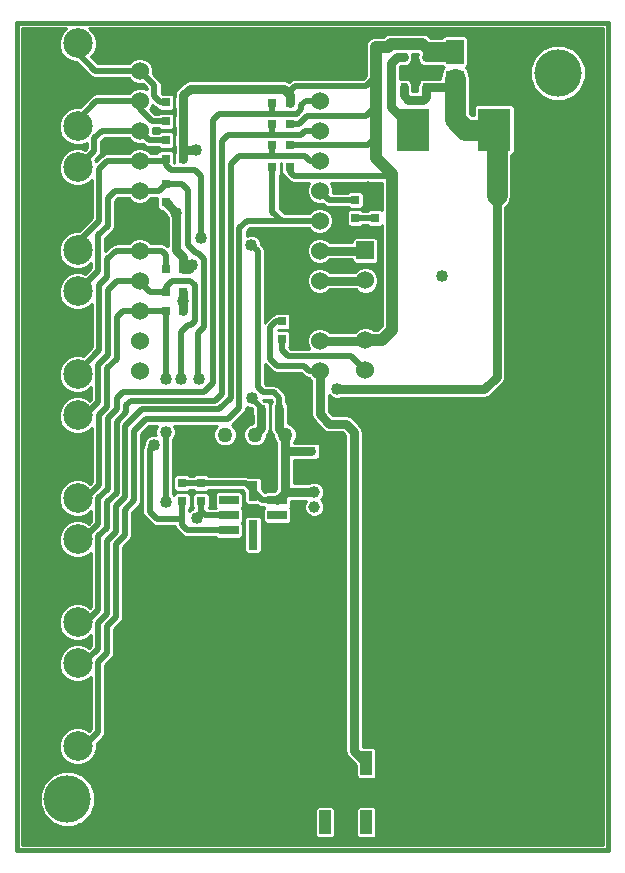
<source format=gtl>
G04 (created by PCBNEW-RS274X (2010-05-05 BZR 2356)-stable) date Mon 25 Jun 2012 11:20:18 AM CEST*
G01*
G70*
G90*
%MOIN*%
G04 Gerber Fmt 3.4, Leading zero omitted, Abs format*
%FSLAX34Y34*%
G04 APERTURE LIST*
%ADD10C,0.000400*%
%ADD11C,0.015000*%
%ADD12C,0.157500*%
%ADD13R,0.065700X0.031500*%
%ADD14R,0.031500X0.065700*%
%ADD15R,0.031500X0.098400*%
%ADD16R,0.110000X0.140000*%
%ADD17R,0.030000X0.031000*%
%ADD18R,0.031000X0.030000*%
%ADD19R,0.060000X0.080000*%
%ADD20R,0.020000X0.030000*%
%ADD21R,0.060000X0.060000*%
%ADD22C,0.060000*%
%ADD23R,0.039400X0.078700*%
%ADD24C,0.039000*%
%ADD25C,0.050000*%
%ADD26C,0.098400*%
%ADD27C,0.059100*%
%ADD28C,0.040000*%
%ADD29C,0.040000*%
%ADD30C,0.030000*%
%ADD31C,0.020000*%
%ADD32C,0.070000*%
%ADD33C,0.010000*%
G04 APERTURE END LIST*
G54D10*
G54D11*
X74600Y-23250D02*
X74600Y-25250D01*
X94300Y-23250D02*
X74600Y-23250D01*
X94300Y-50825D02*
X94300Y-23250D01*
X92325Y-50825D02*
X94300Y-50825D01*
X74600Y-25225D02*
X74600Y-50825D01*
X74600Y-50825D02*
X92325Y-50825D01*
G54D12*
X92625Y-24925D03*
X76274Y-49125D03*
G54D13*
X83274Y-40165D03*
X83274Y-39665D03*
X83274Y-39165D03*
G54D14*
X82461Y-38852D03*
G54D13*
X81648Y-39165D03*
X81648Y-39665D03*
X81648Y-40165D03*
G54D15*
X82461Y-40315D03*
G54D16*
X87804Y-26811D03*
X90504Y-26811D03*
G54D17*
X85874Y-29751D03*
X85874Y-29161D03*
X86524Y-29161D03*
X86524Y-29751D03*
G54D18*
X85000Y-37539D03*
X84410Y-37539D03*
G54D17*
X80728Y-39193D03*
X80728Y-38603D03*
X80098Y-39193D03*
X80098Y-38603D03*
X83420Y-33205D03*
X83420Y-33795D03*
G54D18*
X82736Y-36142D03*
X83326Y-36142D03*
G54D19*
X89193Y-25256D03*
X90493Y-25256D03*
X89193Y-24213D03*
X90493Y-24213D03*
G54D20*
X87479Y-25402D03*
X88229Y-25402D03*
X87479Y-24402D03*
X87854Y-25402D03*
X88229Y-24402D03*
G54D21*
X86200Y-30840D03*
G54D22*
X86200Y-31840D03*
X86200Y-32840D03*
X86200Y-33840D03*
X86200Y-34840D03*
G54D23*
X86240Y-47933D03*
X86240Y-49901D03*
X84862Y-47933D03*
X84862Y-49901D03*
G54D24*
X84508Y-39390D03*
X84508Y-39890D03*
X84508Y-38890D03*
G54D18*
X85965Y-24055D03*
X86555Y-24055D03*
X85965Y-24665D03*
X86555Y-24665D03*
G54D22*
X78690Y-23850D03*
X78690Y-24850D03*
X78690Y-25850D03*
X78690Y-26850D03*
X78690Y-27850D03*
X78690Y-28850D03*
X78690Y-29850D03*
X78690Y-30850D03*
X78690Y-31850D03*
X78690Y-32850D03*
X78690Y-33850D03*
X78690Y-34850D03*
X84690Y-34850D03*
X84690Y-33850D03*
X84690Y-32850D03*
X84690Y-31850D03*
X84690Y-30850D03*
X84690Y-29850D03*
X84690Y-28850D03*
X84690Y-27850D03*
X84690Y-26850D03*
X84690Y-25850D03*
X84690Y-24850D03*
X84690Y-23850D03*
G54D25*
X83528Y-36983D03*
X82528Y-36983D03*
X81528Y-36983D03*
X80528Y-36983D03*
G54D18*
X79548Y-25906D03*
X80138Y-25906D03*
X79548Y-26535D03*
X80138Y-26535D03*
X79548Y-27795D03*
X80138Y-27795D03*
X79548Y-27165D03*
X80138Y-27165D03*
G54D17*
X79547Y-28642D03*
X79547Y-29232D03*
G54D18*
X79548Y-31457D03*
X80138Y-31457D03*
X83111Y-28071D03*
X83701Y-28071D03*
X83111Y-27343D03*
X83701Y-27343D03*
X83111Y-25925D03*
X83701Y-25925D03*
X83111Y-26634D03*
X83701Y-26634D03*
X79548Y-32854D03*
X80138Y-32854D03*
X79548Y-32224D03*
X80138Y-32224D03*
G54D26*
X76614Y-23937D03*
X76624Y-25308D03*
X76614Y-26693D03*
X76614Y-28071D03*
X76624Y-29442D03*
X76614Y-30827D03*
X76614Y-32205D03*
X76624Y-33576D03*
X76614Y-34961D03*
X76614Y-44606D03*
X76624Y-45977D03*
X76614Y-47362D03*
X76614Y-40472D03*
X76624Y-41843D03*
X76614Y-43228D03*
X76614Y-36339D03*
X76624Y-37710D03*
X76614Y-39095D03*
G54D27*
X90580Y-29004D03*
X90580Y-49476D03*
G54D28*
X88760Y-31693D03*
X80551Y-27480D03*
X79902Y-29587D03*
X80138Y-32539D03*
X80433Y-31339D03*
X82402Y-30650D03*
X80728Y-30413D03*
X79547Y-35118D03*
X79547Y-36890D03*
X80610Y-39744D03*
X79547Y-39213D03*
X85256Y-35453D03*
X80059Y-35138D03*
X79154Y-37323D03*
X82421Y-35768D03*
X80650Y-35138D03*
X85492Y-48366D03*
X83248Y-40630D03*
X85295Y-37933D03*
X86299Y-28740D03*
X87874Y-24902D03*
X89862Y-24685D03*
X85571Y-24331D03*
G54D29*
X86555Y-24665D02*
X86555Y-24055D01*
G54D30*
X80551Y-27480D02*
X80138Y-27480D01*
X80197Y-27500D02*
X80138Y-27500D01*
X80158Y-27500D02*
X80197Y-27500D01*
X80138Y-27480D02*
X80158Y-27500D01*
X79902Y-29843D02*
X79902Y-29587D01*
X80138Y-31457D02*
X80138Y-31063D01*
X79902Y-29587D02*
X79547Y-29232D01*
X79902Y-30827D02*
X79902Y-29843D01*
X80138Y-31063D02*
X79902Y-30827D01*
X80138Y-31457D02*
X80315Y-31457D01*
X80315Y-31457D02*
X80433Y-31339D01*
X80138Y-32854D02*
X80138Y-32539D01*
X80138Y-32539D02*
X80138Y-32224D01*
X83701Y-25925D02*
X83701Y-25669D01*
X80138Y-25669D02*
X80138Y-25906D01*
X80354Y-25453D02*
X80138Y-25669D01*
X83485Y-25453D02*
X80354Y-25453D01*
X83701Y-25669D02*
X83485Y-25453D01*
X80138Y-27165D02*
X80138Y-27500D01*
X80138Y-27500D02*
X80138Y-27795D01*
X80138Y-26535D02*
X80138Y-27165D01*
X80138Y-25906D02*
X80138Y-26535D01*
G54D31*
X83701Y-28071D02*
X83701Y-28229D01*
X87066Y-28346D02*
X87106Y-28306D01*
X83818Y-28346D02*
X87066Y-28346D01*
X83701Y-28229D02*
X83818Y-28346D01*
X83701Y-27343D02*
X86279Y-27343D01*
X86279Y-27343D02*
X86555Y-27067D01*
X83701Y-26634D02*
X83996Y-26634D01*
X86221Y-26358D02*
X86555Y-26024D01*
X84272Y-26358D02*
X86221Y-26358D01*
X83996Y-26634D02*
X84272Y-26358D01*
X83701Y-25925D02*
X83701Y-25512D01*
X86240Y-25354D02*
X86555Y-25039D01*
X83859Y-25354D02*
X86240Y-25354D01*
X83701Y-25512D02*
X83859Y-25354D01*
G54D29*
X86555Y-24665D02*
X86555Y-25039D01*
X86555Y-25039D02*
X86555Y-26024D01*
X86555Y-26024D02*
X86555Y-27067D01*
X86555Y-27067D02*
X86555Y-27755D01*
X86751Y-33840D02*
X86200Y-33840D01*
X87106Y-33485D02*
X86751Y-33840D01*
X87106Y-28306D02*
X87106Y-33485D01*
X86555Y-27755D02*
X87106Y-28306D01*
X86555Y-24055D02*
X86949Y-24055D01*
X86949Y-24055D02*
X87047Y-23957D01*
X87047Y-23957D02*
X88111Y-23957D01*
X88111Y-23957D02*
X88248Y-24094D01*
X88248Y-24094D02*
X89074Y-24094D01*
X89074Y-24094D02*
X89193Y-24213D01*
G54D30*
X88229Y-24402D02*
X89004Y-24402D01*
X89004Y-24402D02*
X89193Y-24213D01*
X86190Y-33850D02*
X86200Y-33840D01*
X84690Y-33850D02*
X86190Y-33850D01*
G54D31*
X79548Y-27165D02*
X79005Y-27165D01*
X79005Y-27165D02*
X78690Y-26850D01*
X78690Y-26850D02*
X77422Y-26850D01*
X77165Y-27520D02*
X76614Y-28071D01*
X77165Y-27107D02*
X77165Y-27520D01*
X77422Y-26850D02*
X77165Y-27107D01*
X79548Y-27795D02*
X79548Y-27993D01*
X83326Y-35747D02*
X83326Y-36142D01*
X83150Y-35571D02*
X83326Y-35747D01*
X82796Y-35571D02*
X83150Y-35571D01*
X82618Y-35393D02*
X82796Y-35571D01*
X82618Y-30866D02*
X82618Y-35393D01*
X82402Y-30650D02*
X82618Y-30866D01*
X80728Y-28365D02*
X80728Y-30413D01*
X80532Y-28169D02*
X80728Y-28365D01*
X79724Y-28169D02*
X80532Y-28169D01*
X79548Y-27993D02*
X79724Y-28169D01*
G54D30*
X83326Y-36142D02*
X83326Y-36781D01*
X83326Y-36781D02*
X83528Y-36983D01*
X84410Y-37539D02*
X83528Y-37539D01*
X83528Y-37539D02*
X83622Y-37539D01*
X83622Y-37539D02*
X83528Y-37539D01*
X84508Y-38890D02*
X83549Y-38890D01*
X83549Y-38890D02*
X83528Y-38911D01*
X83528Y-36983D02*
X83528Y-37539D01*
X83528Y-37539D02*
X83528Y-38911D01*
X83528Y-38911D02*
X83274Y-39165D01*
G54D31*
X83274Y-39165D02*
X82774Y-39165D01*
X82774Y-39165D02*
X82461Y-38852D01*
X80728Y-38603D02*
X82212Y-38603D01*
X82212Y-38603D02*
X82461Y-38852D01*
X80098Y-38603D02*
X80728Y-38603D01*
X78690Y-27850D02*
X79493Y-27850D01*
X79493Y-27850D02*
X79548Y-27795D01*
X78690Y-27850D02*
X77584Y-27850D01*
X76614Y-30571D02*
X76614Y-30827D01*
X77323Y-29862D02*
X76614Y-30571D01*
X77323Y-28111D02*
X77323Y-29862D01*
X77584Y-27850D02*
X77323Y-28111D01*
X78690Y-30850D02*
X79413Y-30850D01*
X79548Y-30985D02*
X79548Y-31457D01*
X79413Y-30850D02*
X79548Y-30985D01*
X78690Y-30850D02*
X77890Y-30850D01*
X76614Y-34882D02*
X76614Y-34961D01*
X77323Y-34173D02*
X76614Y-34882D01*
X77323Y-31988D02*
X77323Y-34173D01*
X77598Y-31713D02*
X77323Y-31988D01*
X77598Y-31142D02*
X77598Y-31713D01*
X77890Y-30850D02*
X77598Y-31142D01*
X79548Y-32854D02*
X79548Y-35117D01*
X79548Y-35117D02*
X79547Y-35118D01*
X79547Y-36890D02*
X79547Y-39213D01*
X80728Y-39626D02*
X80728Y-39528D01*
X80610Y-39744D02*
X80728Y-39626D01*
X80728Y-39193D02*
X80728Y-39528D01*
X80865Y-39665D02*
X81648Y-39665D01*
X80728Y-39528D02*
X80865Y-39665D01*
X78690Y-32850D02*
X79544Y-32850D01*
X79544Y-32850D02*
X79548Y-32854D01*
X78690Y-32850D02*
X78114Y-32850D01*
X76890Y-39095D02*
X76614Y-39095D01*
X77323Y-38662D02*
X76890Y-39095D01*
X77323Y-36319D02*
X77323Y-38662D01*
X77598Y-36044D02*
X77323Y-36319D01*
X77598Y-34764D02*
X77598Y-36044D01*
X77913Y-34449D02*
X77598Y-34764D01*
X77913Y-33051D02*
X77913Y-34449D01*
X78114Y-32850D02*
X77913Y-33051D01*
G54D30*
X90580Y-35049D02*
X90580Y-29004D01*
X90157Y-35472D02*
X90580Y-35049D01*
X85275Y-35472D02*
X90157Y-35472D01*
X85256Y-35453D02*
X85275Y-35472D01*
X88543Y-25402D02*
X89047Y-25402D01*
X89047Y-25402D02*
X89193Y-25256D01*
X87479Y-25402D02*
X87479Y-25668D01*
X88229Y-25728D02*
X88229Y-25402D01*
X88130Y-25827D02*
X88229Y-25728D01*
X87638Y-25827D02*
X88130Y-25827D01*
X87479Y-25668D02*
X87638Y-25827D01*
X88229Y-25402D02*
X88543Y-25402D01*
X88543Y-25402D02*
X88909Y-25402D01*
X88909Y-25402D02*
X89193Y-25118D01*
G54D32*
X89193Y-25118D02*
X89193Y-26476D01*
X89528Y-26811D02*
X90504Y-26811D01*
X89193Y-26476D02*
X89528Y-26811D01*
X90580Y-29004D02*
X90580Y-26887D01*
X90580Y-26887D02*
X90504Y-26811D01*
G54D31*
X83111Y-28071D02*
X83111Y-29548D01*
X83111Y-29548D02*
X83413Y-29850D01*
X84690Y-29850D02*
X83413Y-29850D01*
X83413Y-29850D02*
X82256Y-29850D01*
X76831Y-47362D02*
X76614Y-47362D01*
X77303Y-46890D02*
X76831Y-47362D01*
X77303Y-44548D02*
X77303Y-46890D01*
X77598Y-44253D02*
X77303Y-44548D01*
X77598Y-43366D02*
X77598Y-44253D01*
X77894Y-43070D02*
X77598Y-43366D01*
X77894Y-40630D02*
X77894Y-43070D01*
X78189Y-40335D02*
X77894Y-40630D01*
X78189Y-39488D02*
X78189Y-40335D01*
X78504Y-39173D02*
X78189Y-39488D01*
X78504Y-36850D02*
X78504Y-39173D01*
X78897Y-36457D02*
X78504Y-36850D01*
X81634Y-36457D02*
X78897Y-36457D01*
X82008Y-36083D02*
X81634Y-36457D01*
X82008Y-30098D02*
X82008Y-36083D01*
X82256Y-29850D02*
X82008Y-30098D01*
X85874Y-29161D02*
X85001Y-29161D01*
X85001Y-29161D02*
X84690Y-28850D01*
X83110Y-27697D02*
X83110Y-27344D01*
X83110Y-27344D02*
X83111Y-27343D01*
X84690Y-27850D02*
X84347Y-27850D01*
X76811Y-44606D02*
X76614Y-44606D01*
X77303Y-44114D02*
X76811Y-44606D01*
X77303Y-43248D02*
X77303Y-44114D01*
X77598Y-42953D02*
X77303Y-43248D01*
X77598Y-40512D02*
X77598Y-42953D01*
X77894Y-40216D02*
X77598Y-40512D01*
X77894Y-39370D02*
X77894Y-40216D01*
X78209Y-39055D02*
X77894Y-39370D01*
X78209Y-36692D02*
X78209Y-39055D01*
X78759Y-36142D02*
X78209Y-36692D01*
X81339Y-36142D02*
X78759Y-36142D01*
X81713Y-35768D02*
X81339Y-36142D01*
X81713Y-27972D02*
X81713Y-35768D01*
X81988Y-27697D02*
X81713Y-27972D01*
X84194Y-27697D02*
X83110Y-27697D01*
X83110Y-27697D02*
X81988Y-27697D01*
X84347Y-27850D02*
X84194Y-27697D01*
X83110Y-26988D02*
X83110Y-26635D01*
X83110Y-26635D02*
X83111Y-26634D01*
X84690Y-26850D02*
X84193Y-26850D01*
X76909Y-43228D02*
X76614Y-43228D01*
X77303Y-42834D02*
X76909Y-43228D01*
X77303Y-40374D02*
X77303Y-42834D01*
X77598Y-40079D02*
X77303Y-40374D01*
X77598Y-39232D02*
X77598Y-40079D01*
X77913Y-38917D02*
X77598Y-39232D01*
X77913Y-36555D02*
X77913Y-38917D01*
X78228Y-36240D02*
X77913Y-36555D01*
X78228Y-36004D02*
X78228Y-36240D01*
X78386Y-35846D02*
X78228Y-36004D01*
X81201Y-35846D02*
X78386Y-35846D01*
X81417Y-35630D02*
X81201Y-35846D01*
X81417Y-27185D02*
X81417Y-35630D01*
X81614Y-26988D02*
X81417Y-27185D01*
X84055Y-26988D02*
X83110Y-26988D01*
X83110Y-26988D02*
X81614Y-26988D01*
X84193Y-26850D02*
X84055Y-26988D01*
X84690Y-25850D02*
X84229Y-25850D01*
X84075Y-26141D02*
X83936Y-26280D01*
X84075Y-26004D02*
X84075Y-26141D01*
X84229Y-25850D02*
X84075Y-26004D01*
X83091Y-26280D02*
X83091Y-25945D01*
X83091Y-25945D02*
X83111Y-25925D01*
X76792Y-40472D02*
X76614Y-40472D01*
X77303Y-39961D02*
X76792Y-40472D01*
X77303Y-39094D02*
X77303Y-39961D01*
X77618Y-38779D02*
X77303Y-39094D01*
X77618Y-36437D02*
X77618Y-38779D01*
X77933Y-36122D02*
X77618Y-36437D01*
X77933Y-35748D02*
X77933Y-36122D01*
X78130Y-35551D02*
X77933Y-35748D01*
X80826Y-35551D02*
X78130Y-35551D01*
X81122Y-35255D02*
X80826Y-35551D01*
X81122Y-26477D02*
X81122Y-35255D01*
X81319Y-26280D02*
X81122Y-26477D01*
X83936Y-26280D02*
X83091Y-26280D01*
X83091Y-26280D02*
X81319Y-26280D01*
X79548Y-25906D02*
X79370Y-25906D01*
X79173Y-25333D02*
X78690Y-24850D01*
X79173Y-25709D02*
X79173Y-25333D01*
X79370Y-25906D02*
X79173Y-25709D01*
X78690Y-24850D02*
X77193Y-24850D01*
X76614Y-24271D02*
X76614Y-23937D01*
X77193Y-24850D02*
X76614Y-24271D01*
X79548Y-26535D02*
X79094Y-26535D01*
X78690Y-26131D02*
X78690Y-25850D01*
X79094Y-26535D02*
X78690Y-26131D01*
X78690Y-25850D02*
X77241Y-25850D01*
X76614Y-26477D02*
X76614Y-26693D01*
X77241Y-25850D02*
X76614Y-26477D01*
X79548Y-32224D02*
X79548Y-32066D01*
X79548Y-32066D02*
X79764Y-31850D01*
X80059Y-33681D02*
X80059Y-33563D01*
X80059Y-33681D02*
X80059Y-35138D01*
X79154Y-37323D02*
X79016Y-37461D01*
X79016Y-37461D02*
X79016Y-39567D01*
X79016Y-39567D02*
X79252Y-39803D01*
X79252Y-39803D02*
X80098Y-39803D01*
X80393Y-33327D02*
X80295Y-33327D01*
X80531Y-33189D02*
X80393Y-33327D01*
X80531Y-32007D02*
X80531Y-33189D01*
X80374Y-31850D02*
X80531Y-32007D01*
X79764Y-31850D02*
X80374Y-31850D01*
X80059Y-33563D02*
X80295Y-33327D01*
X81648Y-40165D02*
X80263Y-40165D01*
X80098Y-40000D02*
X80098Y-39803D01*
X80263Y-40165D02*
X80098Y-40000D01*
X80098Y-39803D02*
X80098Y-39193D01*
X78690Y-31850D02*
X78690Y-31899D01*
X79015Y-32224D02*
X79548Y-32224D01*
X78690Y-31899D02*
X79015Y-32224D01*
X77303Y-35020D02*
X77303Y-35906D01*
X77914Y-31850D02*
X77618Y-32146D01*
X77618Y-32146D02*
X77618Y-34330D01*
X77618Y-34330D02*
X77303Y-34645D01*
X77303Y-34645D02*
X77303Y-35020D01*
X78690Y-31850D02*
X77914Y-31850D01*
X76870Y-36339D02*
X76614Y-36339D01*
X77303Y-35906D02*
X76870Y-36339D01*
G54D30*
X84690Y-34850D02*
X84690Y-36304D01*
X85827Y-47520D02*
X86240Y-47933D01*
X85827Y-36890D02*
X85827Y-47520D01*
X85551Y-36614D02*
X85827Y-36890D01*
X85000Y-36614D02*
X85551Y-36614D01*
X84690Y-36304D02*
X85000Y-36614D01*
G54D31*
X84690Y-34850D02*
X84330Y-34850D01*
X83235Y-33205D02*
X83420Y-33205D01*
X83040Y-33400D02*
X83235Y-33205D01*
X83040Y-34460D02*
X83040Y-33400D01*
X83260Y-34680D02*
X83040Y-34460D01*
X84160Y-34680D02*
X83260Y-34680D01*
X84330Y-34850D02*
X84160Y-34680D01*
G54D30*
X84690Y-31850D02*
X86190Y-31850D01*
X86190Y-31850D02*
X86200Y-31840D01*
G54D31*
X79547Y-28642D02*
X80099Y-28642D01*
X80295Y-30669D02*
X80551Y-30925D01*
X80295Y-28838D02*
X80295Y-30669D01*
X80099Y-28642D02*
X80295Y-28838D01*
X78690Y-28850D02*
X79339Y-28850D01*
X79339Y-28850D02*
X79547Y-28642D01*
X82736Y-36142D02*
X82736Y-36083D01*
X82736Y-36083D02*
X82421Y-35768D01*
X80650Y-35138D02*
X80630Y-35118D01*
X80630Y-35118D02*
X80630Y-33583D01*
X80630Y-33583D02*
X80827Y-33386D01*
X80827Y-33386D02*
X80827Y-31123D01*
X80827Y-31123D02*
X80629Y-30925D01*
X80629Y-30925D02*
X80551Y-30925D01*
G54D30*
X82736Y-36142D02*
X82736Y-36775D01*
X82736Y-36775D02*
X82528Y-36983D01*
G54D31*
X78690Y-28850D02*
X77870Y-28850D01*
X76633Y-32205D02*
X76614Y-32205D01*
X77303Y-31535D02*
X76633Y-32205D01*
X77303Y-30335D02*
X77303Y-31535D01*
X77618Y-30020D02*
X77303Y-30335D01*
X77618Y-29102D02*
X77618Y-30020D01*
X77870Y-28850D02*
X77618Y-29102D01*
G54D30*
X84690Y-30850D02*
X86190Y-30850D01*
X86190Y-30850D02*
X86200Y-30840D01*
X84862Y-47933D02*
X85059Y-47933D01*
X85059Y-47933D02*
X85492Y-48366D01*
X83274Y-40165D02*
X83274Y-40604D01*
X83274Y-40604D02*
X83248Y-40630D01*
X85000Y-37539D02*
X85000Y-37638D01*
X85000Y-37638D02*
X85295Y-37933D01*
X86524Y-29161D02*
X86524Y-28965D01*
X86524Y-28965D02*
X86299Y-28740D01*
G54D31*
X87854Y-25402D02*
X87854Y-24922D01*
X87854Y-24922D02*
X87874Y-24902D01*
G54D30*
X90493Y-24665D02*
X89882Y-24665D01*
X89882Y-24665D02*
X89862Y-24685D01*
G54D32*
X90493Y-25256D02*
X90493Y-24665D01*
X90493Y-24665D02*
X90493Y-24213D01*
G54D30*
X85965Y-24350D02*
X85590Y-24350D01*
X85590Y-24350D02*
X85571Y-24331D01*
X85965Y-24665D02*
X85965Y-24350D01*
X85965Y-24350D02*
X85965Y-24055D01*
X84690Y-32850D02*
X86190Y-32850D01*
X86190Y-32850D02*
X86200Y-32840D01*
G54D31*
X85874Y-29751D02*
X86524Y-29751D01*
X83715Y-34355D02*
X83615Y-34355D01*
X83715Y-34355D02*
X85160Y-34355D01*
X86200Y-34840D02*
X85715Y-34355D01*
X85160Y-34355D02*
X85715Y-34355D01*
X83420Y-34160D02*
X83420Y-33795D01*
X83615Y-34355D02*
X83420Y-34160D01*
G54D30*
X87479Y-24402D02*
X87252Y-24402D01*
X87067Y-26074D02*
X87804Y-26811D01*
X87067Y-24587D02*
X87067Y-26074D01*
X87252Y-24402D02*
X87067Y-24587D01*
G54D33*
X74765Y-23415D02*
X76242Y-23415D01*
X76985Y-23415D02*
X94135Y-23415D01*
X74765Y-23495D02*
X76162Y-23495D01*
X77065Y-23495D02*
X94135Y-23495D01*
X74765Y-23575D02*
X76082Y-23575D01*
X77145Y-23575D02*
X94135Y-23575D01*
X74765Y-23655D02*
X76047Y-23655D01*
X77182Y-23655D02*
X86898Y-23655D01*
X88259Y-23655D02*
X94135Y-23655D01*
X74765Y-23735D02*
X76014Y-23735D01*
X77215Y-23735D02*
X86455Y-23735D01*
X88369Y-23735D02*
X88775Y-23735D01*
X89612Y-23735D02*
X94135Y-23735D01*
X74765Y-23815D02*
X75982Y-23815D01*
X77246Y-23815D02*
X86294Y-23815D01*
X89632Y-23815D02*
X94135Y-23815D01*
X74765Y-23895D02*
X75982Y-23895D01*
X77246Y-23895D02*
X86261Y-23895D01*
X89632Y-23895D02*
X94135Y-23895D01*
X74765Y-23975D02*
X75982Y-23975D01*
X77246Y-23975D02*
X86231Y-23975D01*
X89632Y-23975D02*
X94135Y-23975D01*
X74765Y-24055D02*
X75982Y-24055D01*
X77246Y-24055D02*
X86215Y-24055D01*
X89632Y-24055D02*
X92304Y-24055D01*
X92948Y-24055D02*
X94135Y-24055D01*
X74765Y-24135D02*
X76012Y-24135D01*
X77216Y-24135D02*
X86215Y-24135D01*
X89632Y-24135D02*
X92110Y-24135D01*
X93141Y-24135D02*
X94135Y-24135D01*
X74765Y-24215D02*
X76045Y-24215D01*
X77182Y-24215D02*
X86215Y-24215D01*
X89632Y-24215D02*
X92024Y-24215D01*
X93226Y-24215D02*
X94135Y-24215D01*
X74765Y-24295D02*
X76078Y-24295D01*
X77149Y-24295D02*
X86215Y-24295D01*
X89632Y-24295D02*
X91944Y-24295D01*
X93306Y-24295D02*
X94135Y-24295D01*
X74765Y-24375D02*
X76158Y-24375D01*
X77069Y-24375D02*
X86215Y-24375D01*
X89632Y-24375D02*
X91864Y-24375D01*
X93386Y-24375D02*
X94135Y-24375D01*
X74765Y-24455D02*
X76238Y-24455D01*
X77138Y-24455D02*
X78498Y-24455D01*
X78884Y-24455D02*
X86215Y-24455D01*
X89632Y-24455D02*
X91817Y-24455D01*
X93434Y-24455D02*
X94135Y-24455D01*
X74765Y-24535D02*
X76406Y-24535D01*
X77218Y-24535D02*
X78385Y-24535D01*
X78996Y-24535D02*
X86215Y-24535D01*
X89632Y-24535D02*
X91784Y-24535D01*
X93467Y-24535D02*
X94135Y-24535D01*
X74765Y-24615D02*
X76618Y-24615D01*
X79068Y-24615D02*
X86215Y-24615D01*
X89632Y-24615D02*
X91750Y-24615D01*
X93500Y-24615D02*
X94135Y-24615D01*
X74765Y-24695D02*
X76698Y-24695D01*
X79101Y-24695D02*
X86215Y-24695D01*
X89607Y-24695D02*
X91717Y-24695D01*
X93533Y-24695D02*
X94135Y-24695D01*
X74765Y-24775D02*
X76778Y-24775D01*
X79129Y-24775D02*
X86215Y-24775D01*
X89609Y-24775D02*
X91698Y-24775D01*
X93552Y-24775D02*
X94135Y-24775D01*
X74765Y-24855D02*
X76858Y-24855D01*
X79129Y-24855D02*
X86215Y-24855D01*
X89632Y-24855D02*
X91698Y-24855D01*
X93552Y-24855D02*
X94135Y-24855D01*
X74765Y-24935D02*
X76938Y-24935D01*
X79129Y-24935D02*
X86215Y-24935D01*
X89647Y-24935D02*
X91698Y-24935D01*
X93552Y-24935D02*
X94135Y-24935D01*
X74765Y-25015D02*
X77018Y-25015D01*
X79195Y-25015D02*
X86215Y-25015D01*
X89663Y-25015D02*
X91698Y-25015D01*
X93552Y-25015D02*
X94135Y-25015D01*
X74765Y-25095D02*
X78316Y-25095D01*
X79275Y-25095D02*
X86159Y-25095D01*
X89679Y-25095D02*
X91698Y-25095D01*
X93552Y-25095D02*
X94135Y-25095D01*
X74765Y-25175D02*
X78394Y-25175D01*
X79351Y-25175D02*
X80294Y-25175D01*
X83546Y-25175D02*
X83703Y-25175D01*
X89683Y-25175D02*
X91725Y-25175D01*
X93525Y-25175D02*
X94135Y-25175D01*
X74765Y-25255D02*
X78520Y-25255D01*
X79398Y-25255D02*
X80142Y-25255D01*
X89683Y-25255D02*
X91758Y-25255D01*
X93491Y-25255D02*
X94135Y-25255D01*
X74765Y-25335D02*
X78835Y-25335D01*
X79413Y-25335D02*
X80062Y-25335D01*
X89683Y-25335D02*
X91791Y-25335D01*
X93458Y-25335D02*
X94135Y-25335D01*
X74765Y-25415D02*
X78594Y-25415D01*
X78788Y-25415D02*
X78915Y-25415D01*
X79413Y-25415D02*
X79982Y-25415D01*
X89683Y-25415D02*
X91824Y-25415D01*
X93425Y-25415D02*
X94135Y-25415D01*
X74765Y-25495D02*
X78425Y-25495D01*
X79413Y-25495D02*
X79913Y-25495D01*
X89683Y-25495D02*
X91884Y-25495D01*
X93366Y-25495D02*
X94135Y-25495D01*
X74765Y-25575D02*
X78345Y-25575D01*
X79413Y-25575D02*
X79867Y-25575D01*
X89683Y-25575D02*
X91964Y-25575D01*
X93286Y-25575D02*
X94135Y-25575D01*
X74765Y-25655D02*
X77109Y-25655D01*
X79799Y-25655D02*
X79851Y-25655D01*
X89683Y-25655D02*
X92044Y-25655D01*
X93206Y-25655D02*
X94135Y-25655D01*
X74765Y-25735D02*
X77016Y-25735D01*
X79842Y-25735D02*
X79844Y-25735D01*
X89683Y-25735D02*
X92157Y-25735D01*
X93091Y-25735D02*
X94135Y-25735D01*
X74765Y-25815D02*
X76936Y-25815D01*
X79842Y-25815D02*
X79844Y-25815D01*
X89683Y-25815D02*
X92350Y-25815D01*
X92898Y-25815D02*
X94135Y-25815D01*
X74765Y-25895D02*
X76856Y-25895D01*
X79842Y-25895D02*
X79844Y-25895D01*
X89683Y-25895D02*
X94135Y-25895D01*
X74765Y-25975D02*
X76776Y-25975D01*
X79842Y-25975D02*
X79844Y-25975D01*
X89683Y-25975D02*
X89919Y-25975D01*
X91089Y-25975D02*
X94135Y-25975D01*
X74765Y-26055D02*
X76696Y-26055D01*
X79079Y-26055D02*
X79180Y-26055D01*
X79842Y-26055D02*
X79844Y-26055D01*
X89683Y-26055D02*
X89827Y-26055D01*
X91182Y-26055D02*
X94135Y-26055D01*
X74765Y-26135D02*
X76311Y-26135D01*
X79033Y-26135D02*
X79275Y-26135D01*
X79820Y-26135D02*
X79848Y-26135D01*
X89683Y-26135D02*
X89815Y-26135D01*
X91193Y-26135D02*
X94135Y-26135D01*
X74765Y-26215D02*
X76199Y-26215D01*
X79113Y-26215D02*
X79848Y-26215D01*
X89683Y-26215D02*
X89815Y-26215D01*
X91193Y-26215D02*
X94135Y-26215D01*
X74765Y-26295D02*
X76119Y-26295D01*
X79810Y-26295D02*
X79848Y-26295D01*
X89705Y-26295D02*
X89815Y-26295D01*
X91193Y-26295D02*
X94135Y-26295D01*
X74765Y-26375D02*
X76062Y-26375D01*
X79842Y-26375D02*
X79844Y-26375D01*
X91193Y-26375D02*
X94135Y-26375D01*
X74765Y-26455D02*
X76029Y-26455D01*
X79842Y-26455D02*
X79844Y-26455D01*
X91193Y-26455D02*
X94135Y-26455D01*
X74765Y-26535D02*
X75996Y-26535D01*
X79842Y-26535D02*
X79844Y-26535D01*
X91193Y-26535D02*
X94135Y-26535D01*
X74765Y-26615D02*
X75982Y-26615D01*
X79842Y-26615D02*
X79844Y-26615D01*
X91193Y-26615D02*
X94135Y-26615D01*
X74765Y-26695D02*
X75982Y-26695D01*
X79842Y-26695D02*
X79844Y-26695D01*
X91193Y-26695D02*
X94135Y-26695D01*
X74765Y-26775D02*
X75982Y-26775D01*
X79129Y-26775D02*
X79286Y-26775D01*
X79809Y-26775D02*
X79848Y-26775D01*
X91193Y-26775D02*
X94135Y-26775D01*
X74765Y-26855D02*
X75997Y-26855D01*
X79129Y-26855D02*
X79848Y-26855D01*
X91193Y-26855D02*
X94135Y-26855D01*
X74765Y-26935D02*
X76030Y-26935D01*
X79820Y-26935D02*
X79848Y-26935D01*
X91193Y-26935D02*
X94135Y-26935D01*
X74765Y-27015D02*
X76063Y-27015D01*
X79842Y-27015D02*
X79844Y-27015D01*
X91193Y-27015D02*
X94135Y-27015D01*
X74765Y-27095D02*
X76122Y-27095D01*
X77516Y-27095D02*
X78316Y-27095D01*
X79842Y-27095D02*
X79844Y-27095D01*
X91193Y-27095D02*
X94135Y-27095D01*
X74765Y-27175D02*
X76202Y-27175D01*
X77436Y-27175D02*
X78394Y-27175D01*
X79842Y-27175D02*
X79844Y-27175D01*
X91193Y-27175D02*
X94135Y-27175D01*
X74765Y-27255D02*
X76319Y-27255D01*
X76908Y-27255D02*
X76925Y-27255D01*
X77405Y-27255D02*
X78520Y-27255D01*
X79842Y-27255D02*
X79844Y-27255D01*
X91193Y-27255D02*
X94135Y-27255D01*
X74765Y-27335D02*
X76925Y-27335D01*
X77405Y-27335D02*
X78835Y-27335D01*
X79842Y-27335D02*
X79844Y-27335D01*
X91193Y-27335D02*
X94135Y-27335D01*
X74765Y-27415D02*
X76925Y-27415D01*
X77405Y-27415D02*
X78594Y-27415D01*
X78788Y-27415D02*
X79296Y-27415D01*
X79799Y-27415D02*
X79848Y-27415D01*
X91193Y-27415D02*
X94135Y-27415D01*
X74765Y-27495D02*
X76354Y-27495D01*
X77405Y-27495D02*
X78425Y-27495D01*
X78956Y-27495D02*
X79848Y-27495D01*
X91193Y-27495D02*
X94135Y-27495D01*
X74765Y-27575D02*
X76217Y-27575D01*
X77394Y-27575D02*
X78345Y-27575D01*
X79036Y-27575D02*
X79272Y-27575D01*
X79825Y-27575D02*
X79848Y-27575D01*
X91177Y-27575D02*
X94135Y-27575D01*
X74765Y-27655D02*
X76137Y-27655D01*
X77358Y-27655D02*
X77452Y-27655D01*
X79842Y-27655D02*
X79844Y-27655D01*
X91070Y-27655D02*
X94135Y-27655D01*
X74765Y-27735D02*
X76070Y-27735D01*
X77289Y-27735D02*
X77359Y-27735D01*
X79842Y-27735D02*
X79844Y-27735D01*
X91070Y-27735D02*
X94135Y-27735D01*
X74765Y-27815D02*
X76037Y-27815D01*
X77209Y-27815D02*
X77279Y-27815D01*
X79842Y-27815D02*
X79844Y-27815D01*
X91070Y-27815D02*
X94135Y-27815D01*
X74765Y-27895D02*
X76003Y-27895D01*
X79842Y-27895D02*
X79844Y-27895D01*
X91070Y-27895D02*
X94135Y-27895D01*
X74765Y-27975D02*
X75982Y-27975D01*
X91070Y-27975D02*
X94135Y-27975D01*
X74765Y-28055D02*
X75982Y-28055D01*
X91070Y-28055D02*
X94135Y-28055D01*
X74765Y-28135D02*
X75982Y-28135D01*
X91070Y-28135D02*
X94135Y-28135D01*
X74765Y-28215D02*
X75989Y-28215D01*
X91070Y-28215D02*
X94135Y-28215D01*
X74765Y-28295D02*
X76022Y-28295D01*
X91070Y-28295D02*
X94135Y-28295D01*
X74765Y-28375D02*
X76056Y-28375D01*
X91070Y-28375D02*
X94135Y-28375D01*
X74765Y-28455D02*
X76104Y-28455D01*
X91070Y-28455D02*
X94135Y-28455D01*
X74765Y-28535D02*
X76184Y-28535D01*
X77043Y-28535D02*
X77083Y-28535D01*
X91070Y-28535D02*
X94135Y-28535D01*
X74765Y-28615D02*
X76276Y-28615D01*
X76951Y-28615D02*
X77083Y-28615D01*
X91070Y-28615D02*
X94135Y-28615D01*
X74765Y-28695D02*
X76468Y-28695D01*
X76758Y-28695D02*
X77083Y-28695D01*
X91070Y-28695D02*
X94135Y-28695D01*
X74765Y-28775D02*
X77083Y-28775D01*
X91070Y-28775D02*
X94135Y-28775D01*
X74765Y-28855D02*
X77083Y-28855D01*
X91070Y-28855D02*
X94135Y-28855D01*
X74765Y-28935D02*
X77083Y-28935D01*
X91070Y-28935D02*
X94135Y-28935D01*
X74765Y-29015D02*
X77083Y-29015D01*
X91067Y-29015D02*
X94135Y-29015D01*
X74765Y-29095D02*
X77083Y-29095D01*
X91052Y-29095D02*
X94135Y-29095D01*
X74765Y-29175D02*
X77083Y-29175D01*
X91036Y-29175D02*
X94135Y-29175D01*
X74765Y-29255D02*
X77083Y-29255D01*
X90990Y-29255D02*
X94135Y-29255D01*
X74765Y-29335D02*
X77083Y-29335D01*
X90936Y-29335D02*
X94135Y-29335D01*
X74765Y-29415D02*
X77083Y-29415D01*
X90870Y-29415D02*
X94135Y-29415D01*
X74765Y-29495D02*
X77083Y-29495D01*
X90870Y-29495D02*
X94135Y-29495D01*
X74765Y-29575D02*
X77083Y-29575D01*
X90870Y-29575D02*
X94135Y-29575D01*
X74765Y-29655D02*
X77083Y-29655D01*
X90870Y-29655D02*
X94135Y-29655D01*
X74765Y-29735D02*
X77083Y-29735D01*
X90870Y-29735D02*
X94135Y-29735D01*
X74765Y-29815D02*
X77030Y-29815D01*
X90870Y-29815D02*
X94135Y-29815D01*
X74765Y-29895D02*
X76950Y-29895D01*
X90870Y-29895D02*
X94135Y-29895D01*
X74765Y-29975D02*
X76870Y-29975D01*
X90870Y-29975D02*
X94135Y-29975D01*
X74765Y-30055D02*
X76790Y-30055D01*
X90870Y-30055D02*
X94135Y-30055D01*
X74765Y-30135D02*
X76710Y-30135D01*
X90870Y-30135D02*
X94135Y-30135D01*
X74765Y-30215D02*
X76441Y-30215D01*
X90870Y-30215D02*
X94135Y-30215D01*
X74765Y-30295D02*
X76253Y-30295D01*
X90870Y-30295D02*
X94135Y-30295D01*
X74765Y-30375D02*
X76173Y-30375D01*
X90870Y-30375D02*
X94135Y-30375D01*
X74765Y-30455D02*
X76093Y-30455D01*
X90870Y-30455D02*
X94135Y-30455D01*
X74765Y-30535D02*
X76052Y-30535D01*
X90870Y-30535D02*
X94135Y-30535D01*
X74765Y-30615D02*
X76018Y-30615D01*
X90870Y-30615D02*
X94135Y-30615D01*
X74765Y-30695D02*
X75985Y-30695D01*
X90870Y-30695D02*
X94135Y-30695D01*
X74765Y-30775D02*
X75982Y-30775D01*
X90870Y-30775D02*
X94135Y-30775D01*
X74765Y-30855D02*
X75982Y-30855D01*
X90870Y-30855D02*
X94135Y-30855D01*
X74765Y-30935D02*
X75982Y-30935D01*
X90870Y-30935D02*
X94135Y-30935D01*
X74765Y-31015D02*
X76008Y-31015D01*
X90870Y-31015D02*
X94135Y-31015D01*
X74765Y-31095D02*
X76041Y-31095D01*
X90870Y-31095D02*
X94135Y-31095D01*
X74765Y-31175D02*
X76074Y-31175D01*
X90870Y-31175D02*
X94135Y-31175D01*
X74765Y-31255D02*
X76148Y-31255D01*
X90870Y-31255D02*
X94135Y-31255D01*
X74765Y-31335D02*
X76228Y-31335D01*
X76999Y-31335D02*
X77063Y-31335D01*
X90870Y-31335D02*
X94135Y-31335D01*
X74765Y-31415D02*
X76382Y-31415D01*
X76845Y-31415D02*
X77063Y-31415D01*
X90870Y-31415D02*
X94135Y-31415D01*
X74765Y-31495D02*
X77003Y-31495D01*
X90870Y-31495D02*
X94135Y-31495D01*
X74765Y-31575D02*
X76485Y-31575D01*
X76745Y-31575D02*
X76923Y-31575D01*
X90870Y-31575D02*
X94135Y-31575D01*
X74765Y-31655D02*
X76291Y-31655D01*
X90870Y-31655D02*
X94135Y-31655D01*
X74765Y-31735D02*
X76191Y-31735D01*
X90870Y-31735D02*
X94135Y-31735D01*
X74765Y-31815D02*
X76111Y-31815D01*
X90870Y-31815D02*
X94135Y-31815D01*
X74765Y-31895D02*
X76059Y-31895D01*
X90870Y-31895D02*
X94135Y-31895D01*
X74765Y-31975D02*
X76026Y-31975D01*
X90870Y-31975D02*
X94135Y-31975D01*
X74765Y-32055D02*
X75992Y-32055D01*
X90870Y-32055D02*
X94135Y-32055D01*
X74765Y-32135D02*
X75982Y-32135D01*
X90870Y-32135D02*
X94135Y-32135D01*
X74765Y-32215D02*
X75982Y-32215D01*
X90870Y-32215D02*
X94135Y-32215D01*
X74765Y-32295D02*
X75982Y-32295D01*
X90870Y-32295D02*
X94135Y-32295D01*
X74765Y-32375D02*
X76000Y-32375D01*
X90870Y-32375D02*
X94135Y-32375D01*
X74765Y-32455D02*
X76033Y-32455D01*
X90870Y-32455D02*
X94135Y-32455D01*
X74765Y-32535D02*
X76066Y-32535D01*
X90870Y-32535D02*
X94135Y-32535D01*
X74765Y-32615D02*
X76130Y-32615D01*
X90870Y-32615D02*
X94135Y-32615D01*
X74765Y-32695D02*
X76210Y-32695D01*
X77017Y-32695D02*
X77083Y-32695D01*
X90870Y-32695D02*
X94135Y-32695D01*
X74765Y-32775D02*
X76339Y-32775D01*
X76888Y-32775D02*
X77083Y-32775D01*
X90870Y-32775D02*
X94135Y-32775D01*
X74765Y-32855D02*
X77083Y-32855D01*
X90870Y-32855D02*
X94135Y-32855D01*
X74765Y-32935D02*
X77083Y-32935D01*
X90870Y-32935D02*
X94135Y-32935D01*
X74765Y-33015D02*
X77083Y-33015D01*
X90870Y-33015D02*
X94135Y-33015D01*
X74765Y-33095D02*
X77083Y-33095D01*
X90870Y-33095D02*
X94135Y-33095D01*
X74765Y-33175D02*
X77083Y-33175D01*
X90870Y-33175D02*
X94135Y-33175D01*
X74765Y-33255D02*
X77083Y-33255D01*
X90870Y-33255D02*
X94135Y-33255D01*
X74765Y-33335D02*
X77083Y-33335D01*
X90870Y-33335D02*
X94135Y-33335D01*
X74765Y-33415D02*
X77083Y-33415D01*
X90870Y-33415D02*
X94135Y-33415D01*
X74765Y-33495D02*
X77083Y-33495D01*
X90870Y-33495D02*
X94135Y-33495D01*
X74765Y-33575D02*
X77083Y-33575D01*
X90870Y-33575D02*
X94135Y-33575D01*
X74765Y-33655D02*
X77083Y-33655D01*
X90870Y-33655D02*
X94135Y-33655D01*
X74765Y-33735D02*
X77083Y-33735D01*
X90870Y-33735D02*
X94135Y-33735D01*
X74765Y-33815D02*
X77083Y-33815D01*
X90870Y-33815D02*
X94135Y-33815D01*
X74765Y-33895D02*
X77083Y-33895D01*
X90870Y-33895D02*
X94135Y-33895D01*
X74765Y-33975D02*
X77083Y-33975D01*
X90870Y-33975D02*
X94135Y-33975D01*
X74765Y-34055D02*
X77083Y-34055D01*
X90870Y-34055D02*
X94135Y-34055D01*
X74765Y-34135D02*
X77021Y-34135D01*
X90870Y-34135D02*
X94135Y-34135D01*
X74765Y-34215D02*
X76941Y-34215D01*
X90870Y-34215D02*
X94135Y-34215D01*
X74765Y-34295D02*
X76861Y-34295D01*
X90870Y-34295D02*
X94135Y-34295D01*
X74765Y-34375D02*
X76378Y-34375D01*
X90870Y-34375D02*
X94135Y-34375D01*
X74765Y-34455D02*
X76227Y-34455D01*
X90870Y-34455D02*
X94135Y-34455D01*
X74765Y-34535D02*
X76147Y-34535D01*
X90870Y-34535D02*
X94135Y-34535D01*
X74765Y-34615D02*
X76074Y-34615D01*
X82858Y-34615D02*
X82860Y-34615D01*
X90870Y-34615D02*
X94135Y-34615D01*
X74765Y-34695D02*
X76041Y-34695D01*
X82858Y-34695D02*
X82935Y-34695D01*
X90870Y-34695D02*
X94135Y-34695D01*
X74765Y-34775D02*
X76007Y-34775D01*
X82858Y-34775D02*
X83015Y-34775D01*
X90870Y-34775D02*
X94135Y-34775D01*
X74765Y-34855D02*
X75982Y-34855D01*
X82858Y-34855D02*
X83097Y-34855D01*
X90870Y-34855D02*
X94135Y-34855D01*
X74765Y-34935D02*
X75982Y-34935D01*
X82858Y-34935D02*
X84075Y-34935D01*
X90870Y-34935D02*
X94135Y-34935D01*
X74765Y-35015D02*
X75982Y-35015D01*
X82858Y-35015D02*
X84155Y-35015D01*
X90870Y-35015D02*
X94135Y-35015D01*
X74765Y-35095D02*
X75985Y-35095D01*
X82858Y-35095D02*
X84316Y-35095D01*
X90860Y-35095D02*
X94135Y-35095D01*
X74765Y-35175D02*
X76018Y-35175D01*
X82858Y-35175D02*
X84395Y-35175D01*
X90837Y-35175D02*
X94135Y-35175D01*
X74765Y-35255D02*
X76051Y-35255D01*
X82858Y-35255D02*
X84400Y-35255D01*
X90784Y-35255D02*
X94135Y-35255D01*
X74765Y-35335D02*
X76094Y-35335D01*
X83171Y-35335D02*
X84400Y-35335D01*
X90704Y-35335D02*
X94135Y-35335D01*
X74765Y-35415D02*
X76174Y-35415D01*
X77053Y-35415D02*
X77063Y-35415D01*
X83334Y-35415D02*
X84400Y-35415D01*
X90624Y-35415D02*
X94135Y-35415D01*
X74765Y-35495D02*
X76254Y-35495D01*
X76973Y-35495D02*
X77063Y-35495D01*
X83414Y-35495D02*
X84400Y-35495D01*
X90544Y-35495D02*
X94135Y-35495D01*
X74765Y-35575D02*
X76444Y-35575D01*
X76782Y-35575D02*
X77063Y-35575D01*
X83493Y-35575D02*
X84400Y-35575D01*
X90464Y-35575D02*
X94135Y-35575D01*
X74765Y-35655D02*
X77063Y-35655D01*
X83548Y-35655D02*
X84400Y-35655D01*
X90384Y-35655D02*
X94135Y-35655D01*
X74765Y-35735D02*
X76422Y-35735D01*
X76808Y-35735D02*
X77063Y-35735D01*
X83564Y-35735D02*
X84400Y-35735D01*
X84980Y-35735D02*
X85059Y-35735D01*
X90275Y-35735D02*
X94135Y-35735D01*
X74765Y-35815D02*
X76245Y-35815D01*
X76984Y-35815D02*
X77054Y-35815D01*
X82807Y-35815D02*
X83054Y-35815D01*
X83566Y-35815D02*
X84400Y-35815D01*
X84980Y-35815D02*
X94135Y-35815D01*
X74765Y-35895D02*
X76165Y-35895D01*
X82991Y-35895D02*
X83072Y-35895D01*
X83581Y-35895D02*
X84400Y-35895D01*
X84980Y-35895D02*
X94135Y-35895D01*
X74765Y-35975D02*
X76085Y-35975D01*
X83030Y-35975D02*
X83032Y-35975D01*
X83620Y-35975D02*
X84400Y-35975D01*
X84980Y-35975D02*
X94135Y-35975D01*
X74765Y-36055D02*
X76048Y-36055D01*
X83030Y-36055D02*
X83032Y-36055D01*
X83620Y-36055D02*
X84400Y-36055D01*
X84980Y-36055D02*
X94135Y-36055D01*
X74765Y-36135D02*
X76015Y-36135D01*
X82237Y-36135D02*
X82442Y-36135D01*
X83030Y-36135D02*
X83032Y-36135D01*
X83620Y-36135D02*
X84400Y-36135D01*
X84980Y-36135D02*
X94135Y-36135D01*
X74765Y-36215D02*
X75982Y-36215D01*
X82203Y-36215D02*
X82442Y-36215D01*
X83030Y-36215D02*
X83032Y-36215D01*
X83620Y-36215D02*
X84400Y-36215D01*
X85011Y-36215D02*
X94135Y-36215D01*
X74765Y-36295D02*
X75982Y-36295D01*
X82134Y-36295D02*
X82442Y-36295D01*
X83030Y-36295D02*
X83032Y-36295D01*
X83620Y-36295D02*
X84400Y-36295D01*
X85091Y-36295D02*
X94135Y-36295D01*
X74765Y-36375D02*
X75982Y-36375D01*
X82054Y-36375D02*
X82446Y-36375D01*
X83026Y-36375D02*
X83036Y-36375D01*
X83616Y-36375D02*
X84414Y-36375D01*
X85706Y-36375D02*
X94135Y-36375D01*
X74765Y-36455D02*
X75982Y-36455D01*
X81975Y-36455D02*
X82446Y-36455D01*
X83026Y-36455D02*
X83036Y-36455D01*
X83616Y-36455D02*
X84448Y-36455D01*
X85802Y-36455D02*
X94135Y-36455D01*
X74765Y-36535D02*
X76011Y-36535D01*
X81895Y-36535D02*
X82446Y-36535D01*
X83026Y-36535D02*
X83036Y-36535D01*
X83616Y-36535D02*
X84511Y-36535D01*
X85882Y-36535D02*
X94135Y-36535D01*
X74765Y-36615D02*
X76044Y-36615D01*
X81815Y-36615D02*
X82400Y-36615D01*
X83026Y-36615D02*
X83036Y-36615D01*
X83658Y-36615D02*
X84591Y-36615D01*
X85962Y-36615D02*
X94135Y-36615D01*
X74765Y-36695D02*
X76077Y-36695D01*
X81791Y-36695D02*
X82266Y-36695D01*
X83026Y-36695D02*
X83036Y-36695D01*
X83791Y-36695D02*
X84671Y-36695D01*
X86039Y-36695D02*
X94135Y-36695D01*
X74765Y-36775D02*
X76156Y-36775D01*
X77071Y-36775D02*
X77083Y-36775D01*
X78918Y-36775D02*
X79228Y-36775D01*
X79867Y-36775D02*
X81193Y-36775D01*
X81863Y-36775D02*
X82193Y-36775D01*
X83026Y-36775D02*
X83036Y-36775D01*
X83863Y-36775D02*
X84751Y-36775D01*
X86093Y-36775D02*
X94135Y-36775D01*
X74765Y-36855D02*
X76236Y-36855D01*
X76991Y-36855D02*
X77083Y-36855D01*
X78838Y-36855D02*
X79208Y-36855D01*
X79886Y-36855D02*
X81160Y-36855D01*
X81896Y-36855D02*
X82160Y-36855D01*
X83010Y-36855D02*
X83050Y-36855D01*
X83896Y-36855D02*
X84848Y-36855D01*
X86111Y-36855D02*
X94135Y-36855D01*
X74765Y-36935D02*
X76401Y-36935D01*
X76826Y-36935D02*
X77083Y-36935D01*
X78758Y-36935D02*
X79208Y-36935D01*
X79886Y-36935D02*
X81139Y-36935D01*
X81917Y-36935D02*
X82139Y-36935D01*
X82971Y-36935D02*
X83086Y-36935D01*
X83917Y-36935D02*
X85461Y-36935D01*
X86117Y-36935D02*
X94135Y-36935D01*
X74765Y-37015D02*
X77083Y-37015D01*
X78744Y-37015D02*
X79012Y-37015D01*
X79862Y-37015D02*
X81139Y-37015D01*
X81917Y-37015D02*
X82139Y-37015D01*
X82917Y-37015D02*
X83139Y-37015D01*
X83917Y-37015D02*
X85537Y-37015D01*
X86117Y-37015D02*
X94135Y-37015D01*
X74765Y-37095D02*
X77083Y-37095D01*
X78744Y-37095D02*
X78903Y-37095D01*
X79821Y-37095D02*
X81153Y-37095D01*
X81902Y-37095D02*
X82153Y-37095D01*
X82902Y-37095D02*
X83153Y-37095D01*
X83902Y-37095D02*
X85537Y-37095D01*
X86117Y-37095D02*
X94135Y-37095D01*
X74765Y-37175D02*
X77083Y-37175D01*
X78744Y-37175D02*
X78849Y-37175D01*
X79787Y-37175D02*
X81186Y-37175D01*
X81869Y-37175D02*
X82186Y-37175D01*
X82869Y-37175D02*
X83186Y-37175D01*
X83869Y-37175D02*
X85537Y-37175D01*
X86117Y-37175D02*
X94135Y-37175D01*
X74765Y-37255D02*
X77083Y-37255D01*
X78744Y-37255D02*
X78815Y-37255D01*
X79787Y-37255D02*
X81249Y-37255D01*
X81806Y-37255D02*
X82249Y-37255D01*
X82806Y-37255D02*
X83238Y-37255D01*
X84605Y-37255D02*
X85537Y-37255D01*
X86117Y-37255D02*
X94135Y-37255D01*
X74765Y-37335D02*
X77083Y-37335D01*
X78744Y-37335D02*
X78815Y-37335D01*
X79787Y-37335D02*
X81360Y-37335D01*
X81694Y-37335D02*
X82360Y-37335D01*
X82694Y-37335D02*
X83238Y-37335D01*
X84694Y-37335D02*
X85537Y-37335D01*
X86117Y-37335D02*
X94135Y-37335D01*
X74765Y-37415D02*
X77083Y-37415D01*
X78744Y-37415D02*
X78785Y-37415D01*
X79787Y-37415D02*
X83238Y-37415D01*
X84704Y-37415D02*
X85537Y-37415D01*
X86117Y-37415D02*
X94135Y-37415D01*
X74765Y-37495D02*
X77083Y-37495D01*
X78744Y-37495D02*
X78776Y-37495D01*
X79787Y-37495D02*
X83238Y-37495D01*
X84704Y-37495D02*
X85537Y-37495D01*
X86117Y-37495D02*
X94135Y-37495D01*
X74765Y-37575D02*
X77083Y-37575D01*
X78744Y-37575D02*
X78776Y-37575D01*
X79787Y-37575D02*
X83238Y-37575D01*
X84704Y-37575D02*
X85537Y-37575D01*
X86117Y-37575D02*
X94135Y-37575D01*
X74765Y-37655D02*
X77083Y-37655D01*
X78744Y-37655D02*
X78776Y-37655D01*
X79787Y-37655D02*
X83238Y-37655D01*
X84704Y-37655D02*
X85537Y-37655D01*
X86117Y-37655D02*
X94135Y-37655D01*
X74765Y-37735D02*
X77083Y-37735D01*
X78744Y-37735D02*
X78776Y-37735D01*
X79787Y-37735D02*
X83238Y-37735D01*
X84696Y-37735D02*
X85537Y-37735D01*
X86117Y-37735D02*
X94135Y-37735D01*
X74765Y-37815D02*
X77083Y-37815D01*
X78744Y-37815D02*
X78776Y-37815D01*
X79787Y-37815D02*
X83238Y-37815D01*
X84624Y-37815D02*
X85537Y-37815D01*
X86117Y-37815D02*
X94135Y-37815D01*
X74765Y-37895D02*
X77083Y-37895D01*
X78744Y-37895D02*
X78776Y-37895D01*
X79787Y-37895D02*
X83238Y-37895D01*
X83818Y-37895D02*
X85537Y-37895D01*
X86117Y-37895D02*
X94135Y-37895D01*
X74765Y-37975D02*
X77083Y-37975D01*
X78744Y-37975D02*
X78776Y-37975D01*
X79787Y-37975D02*
X83238Y-37975D01*
X83818Y-37975D02*
X85537Y-37975D01*
X86117Y-37975D02*
X94135Y-37975D01*
X74765Y-38055D02*
X77083Y-38055D01*
X78744Y-38055D02*
X78776Y-38055D01*
X79787Y-38055D02*
X83238Y-38055D01*
X83818Y-38055D02*
X85537Y-38055D01*
X86117Y-38055D02*
X94135Y-38055D01*
X74765Y-38135D02*
X77083Y-38135D01*
X78744Y-38135D02*
X78776Y-38135D01*
X79787Y-38135D02*
X83238Y-38135D01*
X83818Y-38135D02*
X85537Y-38135D01*
X86117Y-38135D02*
X94135Y-38135D01*
X74765Y-38215D02*
X77083Y-38215D01*
X78744Y-38215D02*
X78776Y-38215D01*
X79787Y-38215D02*
X83238Y-38215D01*
X83818Y-38215D02*
X85537Y-38215D01*
X86117Y-38215D02*
X94135Y-38215D01*
X74765Y-38295D02*
X77083Y-38295D01*
X78744Y-38295D02*
X78776Y-38295D01*
X79787Y-38295D02*
X83238Y-38295D01*
X83818Y-38295D02*
X85537Y-38295D01*
X86117Y-38295D02*
X94135Y-38295D01*
X74765Y-38375D02*
X77083Y-38375D01*
X78744Y-38375D02*
X78776Y-38375D01*
X79787Y-38375D02*
X79828Y-38375D01*
X82274Y-38375D02*
X83238Y-38375D01*
X83818Y-38375D02*
X85537Y-38375D01*
X86117Y-38375D02*
X94135Y-38375D01*
X74765Y-38455D02*
X77083Y-38455D01*
X78744Y-38455D02*
X78776Y-38455D01*
X79787Y-38455D02*
X79809Y-38455D01*
X82741Y-38455D02*
X83238Y-38455D01*
X83818Y-38455D02*
X85537Y-38455D01*
X86117Y-38455D02*
X94135Y-38455D01*
X74765Y-38535D02*
X76315Y-38535D01*
X76913Y-38535D02*
X77083Y-38535D01*
X78744Y-38535D02*
X78776Y-38535D01*
X79787Y-38535D02*
X79809Y-38535D01*
X82757Y-38535D02*
X83238Y-38535D01*
X83818Y-38535D02*
X85537Y-38535D01*
X86117Y-38535D02*
X94135Y-38535D01*
X74765Y-38615D02*
X76201Y-38615D01*
X77028Y-38615D02*
X77030Y-38615D01*
X78744Y-38615D02*
X78776Y-38615D01*
X79787Y-38615D02*
X79809Y-38615D01*
X82757Y-38615D02*
X83238Y-38615D01*
X84707Y-38615D02*
X85537Y-38615D01*
X86117Y-38615D02*
X94135Y-38615D01*
X74765Y-38695D02*
X76121Y-38695D01*
X78744Y-38695D02*
X78776Y-38695D01*
X79787Y-38695D02*
X79809Y-38695D01*
X82757Y-38695D02*
X83238Y-38695D01*
X84787Y-38695D02*
X85537Y-38695D01*
X86117Y-38695D02*
X94135Y-38695D01*
X74765Y-38775D02*
X76063Y-38775D01*
X78744Y-38775D02*
X78776Y-38775D01*
X79787Y-38775D02*
X79809Y-38775D01*
X82757Y-38775D02*
X83238Y-38775D01*
X84823Y-38775D02*
X85537Y-38775D01*
X86117Y-38775D02*
X94135Y-38775D01*
X74765Y-38855D02*
X76030Y-38855D01*
X78744Y-38855D02*
X78776Y-38855D01*
X79787Y-38855D02*
X79848Y-38855D01*
X80347Y-38855D02*
X80479Y-38855D01*
X80977Y-38855D02*
X82123Y-38855D01*
X82804Y-38855D02*
X83174Y-38855D01*
X84843Y-38855D02*
X85537Y-38855D01*
X86117Y-38855D02*
X94135Y-38855D01*
X74765Y-38935D02*
X75997Y-38935D01*
X78744Y-38935D02*
X78776Y-38935D01*
X79787Y-38935D02*
X79855Y-38935D01*
X80342Y-38935D02*
X80485Y-38935D01*
X80972Y-38935D02*
X81200Y-38935D01*
X82097Y-38935D02*
X82165Y-38935D01*
X84843Y-38935D02*
X85537Y-38935D01*
X86117Y-38935D02*
X94135Y-38935D01*
X74765Y-39015D02*
X75982Y-39015D01*
X78744Y-39015D02*
X78776Y-39015D01*
X80387Y-39015D02*
X80439Y-39015D01*
X81017Y-39015D02*
X81181Y-39015D01*
X82115Y-39015D02*
X82165Y-39015D01*
X84818Y-39015D02*
X85537Y-39015D01*
X86117Y-39015D02*
X94135Y-39015D01*
X74765Y-39095D02*
X75982Y-39095D01*
X78744Y-39095D02*
X78776Y-39095D01*
X80387Y-39095D02*
X80439Y-39095D01*
X81017Y-39095D02*
X81181Y-39095D01*
X82115Y-39095D02*
X82165Y-39095D01*
X84776Y-39095D02*
X85537Y-39095D01*
X86117Y-39095D02*
X94135Y-39095D01*
X74765Y-39175D02*
X75982Y-39175D01*
X78743Y-39175D02*
X78776Y-39175D01*
X80387Y-39175D02*
X80439Y-39175D01*
X81017Y-39175D02*
X81181Y-39175D01*
X82115Y-39175D02*
X82165Y-39175D01*
X84767Y-39175D02*
X85537Y-39175D01*
X86117Y-39175D02*
X94135Y-39175D01*
X74765Y-39255D02*
X75996Y-39255D01*
X78727Y-39255D02*
X78776Y-39255D01*
X80387Y-39255D02*
X80439Y-39255D01*
X81017Y-39255D02*
X81181Y-39255D01*
X82115Y-39255D02*
X82184Y-39255D01*
X83741Y-39255D02*
X84202Y-39255D01*
X84815Y-39255D02*
X85537Y-39255D01*
X86117Y-39255D02*
X94135Y-39255D01*
X74765Y-39335D02*
X76029Y-39335D01*
X78679Y-39335D02*
X78776Y-39335D01*
X80387Y-39335D02*
X80439Y-39335D01*
X81017Y-39335D02*
X81181Y-39335D01*
X82115Y-39335D02*
X82604Y-39335D01*
X83741Y-39335D02*
X84173Y-39335D01*
X84843Y-39335D02*
X85537Y-39335D01*
X86117Y-39335D02*
X94135Y-39335D01*
X74765Y-39415D02*
X76062Y-39415D01*
X78600Y-39415D02*
X78776Y-39415D01*
X80370Y-39415D02*
X80455Y-39415D01*
X81000Y-39415D02*
X81216Y-39415D01*
X82080Y-39415D02*
X82842Y-39415D01*
X83706Y-39415D02*
X84173Y-39415D01*
X84843Y-39415D02*
X85537Y-39415D01*
X86117Y-39415D02*
X94135Y-39415D01*
X74765Y-39495D02*
X76120Y-39495D01*
X78520Y-39495D02*
X78776Y-39495D01*
X80338Y-39495D02*
X80379Y-39495D01*
X82115Y-39495D02*
X82807Y-39495D01*
X83741Y-39495D02*
X84189Y-39495D01*
X84827Y-39495D02*
X85537Y-39495D01*
X86117Y-39495D02*
X94135Y-39495D01*
X74765Y-39575D02*
X76200Y-39575D01*
X77027Y-39575D02*
X77063Y-39575D01*
X78440Y-39575D02*
X78777Y-39575D01*
X82115Y-39575D02*
X82807Y-39575D01*
X83741Y-39575D02*
X84222Y-39575D01*
X84794Y-39575D02*
X85537Y-39575D01*
X86117Y-39575D02*
X94135Y-39575D01*
X74765Y-39655D02*
X76315Y-39655D01*
X76913Y-39655D02*
X77063Y-39655D01*
X78429Y-39655D02*
X78793Y-39655D01*
X82115Y-39655D02*
X82807Y-39655D01*
X83741Y-39655D02*
X84299Y-39655D01*
X84716Y-39655D02*
X85537Y-39655D01*
X86117Y-39655D02*
X94135Y-39655D01*
X74765Y-39735D02*
X77063Y-39735D01*
X78429Y-39735D02*
X78844Y-39735D01*
X82115Y-39735D02*
X82196Y-39735D01*
X82727Y-39735D02*
X82807Y-39735D01*
X83741Y-39735D02*
X85537Y-39735D01*
X86117Y-39735D02*
X94135Y-39735D01*
X74765Y-39815D02*
X77063Y-39815D01*
X78429Y-39815D02*
X78924Y-39815D01*
X82115Y-39815D02*
X82165Y-39815D01*
X82757Y-39815D02*
X82807Y-39815D01*
X83741Y-39815D02*
X85537Y-39815D01*
X86117Y-39815D02*
X94135Y-39815D01*
X74765Y-39895D02*
X76357Y-39895D01*
X76873Y-39895D02*
X77029Y-39895D01*
X78429Y-39895D02*
X79004Y-39895D01*
X82096Y-39895D02*
X82165Y-39895D01*
X82757Y-39895D02*
X82825Y-39895D01*
X83722Y-39895D02*
X85537Y-39895D01*
X86117Y-39895D02*
X94135Y-39895D01*
X74765Y-39975D02*
X76218Y-39975D01*
X78429Y-39975D02*
X79085Y-39975D01*
X82113Y-39975D02*
X82165Y-39975D01*
X82757Y-39975D02*
X85537Y-39975D01*
X86117Y-39975D02*
X94135Y-39975D01*
X74765Y-40055D02*
X76138Y-40055D01*
X78429Y-40055D02*
X79868Y-40055D01*
X82115Y-40055D02*
X82165Y-40055D01*
X82757Y-40055D02*
X85537Y-40055D01*
X86117Y-40055D02*
X94135Y-40055D01*
X74765Y-40135D02*
X76070Y-40135D01*
X78429Y-40135D02*
X79904Y-40135D01*
X82115Y-40135D02*
X82165Y-40135D01*
X82757Y-40135D02*
X85537Y-40135D01*
X86117Y-40135D02*
X94135Y-40135D01*
X74765Y-40215D02*
X76037Y-40215D01*
X78429Y-40215D02*
X79973Y-40215D01*
X82115Y-40215D02*
X82165Y-40215D01*
X82757Y-40215D02*
X85537Y-40215D01*
X86117Y-40215D02*
X94135Y-40215D01*
X74765Y-40295D02*
X76004Y-40295D01*
X78429Y-40295D02*
X80053Y-40295D01*
X82115Y-40295D02*
X82165Y-40295D01*
X82757Y-40295D02*
X85537Y-40295D01*
X86117Y-40295D02*
X94135Y-40295D01*
X74765Y-40375D02*
X75982Y-40375D01*
X78421Y-40375D02*
X80153Y-40375D01*
X82104Y-40375D02*
X82165Y-40375D01*
X82757Y-40375D02*
X85537Y-40375D01*
X86117Y-40375D02*
X94135Y-40375D01*
X74765Y-40455D02*
X75982Y-40455D01*
X78392Y-40455D02*
X81278Y-40455D01*
X82018Y-40455D02*
X82165Y-40455D01*
X82757Y-40455D02*
X85537Y-40455D01*
X86117Y-40455D02*
X94135Y-40455D01*
X74765Y-40535D02*
X75982Y-40535D01*
X78329Y-40535D02*
X82165Y-40535D01*
X82757Y-40535D02*
X85537Y-40535D01*
X86117Y-40535D02*
X94135Y-40535D01*
X74765Y-40615D02*
X75989Y-40615D01*
X78249Y-40615D02*
X82165Y-40615D01*
X82757Y-40615D02*
X85537Y-40615D01*
X86117Y-40615D02*
X94135Y-40615D01*
X74765Y-40695D02*
X76022Y-40695D01*
X78169Y-40695D02*
X82165Y-40695D01*
X82757Y-40695D02*
X85537Y-40695D01*
X86117Y-40695D02*
X94135Y-40695D01*
X74765Y-40775D02*
X76055Y-40775D01*
X78134Y-40775D02*
X82165Y-40775D01*
X82757Y-40775D02*
X85537Y-40775D01*
X86117Y-40775D02*
X94135Y-40775D01*
X74765Y-40855D02*
X76103Y-40855D01*
X78134Y-40855D02*
X82173Y-40855D01*
X82748Y-40855D02*
X85537Y-40855D01*
X86117Y-40855D02*
X94135Y-40855D01*
X74765Y-40935D02*
X76183Y-40935D01*
X77044Y-40935D02*
X77063Y-40935D01*
X78134Y-40935D02*
X82250Y-40935D01*
X82672Y-40935D02*
X85537Y-40935D01*
X86117Y-40935D02*
X94135Y-40935D01*
X74765Y-41015D02*
X76274Y-41015D01*
X76954Y-41015D02*
X77063Y-41015D01*
X78134Y-41015D02*
X85537Y-41015D01*
X86117Y-41015D02*
X94135Y-41015D01*
X74765Y-41095D02*
X76466Y-41095D01*
X76760Y-41095D02*
X77063Y-41095D01*
X78134Y-41095D02*
X85537Y-41095D01*
X86117Y-41095D02*
X94135Y-41095D01*
X74765Y-41175D02*
X77063Y-41175D01*
X78134Y-41175D02*
X85537Y-41175D01*
X86117Y-41175D02*
X94135Y-41175D01*
X74765Y-41255D02*
X77063Y-41255D01*
X78134Y-41255D02*
X85537Y-41255D01*
X86117Y-41255D02*
X94135Y-41255D01*
X74765Y-41335D02*
X77063Y-41335D01*
X78134Y-41335D02*
X85537Y-41335D01*
X86117Y-41335D02*
X94135Y-41335D01*
X74765Y-41415D02*
X77063Y-41415D01*
X78134Y-41415D02*
X85537Y-41415D01*
X86117Y-41415D02*
X94135Y-41415D01*
X74765Y-41495D02*
X77063Y-41495D01*
X78134Y-41495D02*
X85537Y-41495D01*
X86117Y-41495D02*
X94135Y-41495D01*
X74765Y-41575D02*
X77063Y-41575D01*
X78134Y-41575D02*
X85537Y-41575D01*
X86117Y-41575D02*
X94135Y-41575D01*
X74765Y-41655D02*
X77063Y-41655D01*
X78134Y-41655D02*
X85537Y-41655D01*
X86117Y-41655D02*
X94135Y-41655D01*
X74765Y-41735D02*
X77063Y-41735D01*
X78134Y-41735D02*
X85537Y-41735D01*
X86117Y-41735D02*
X94135Y-41735D01*
X74765Y-41815D02*
X77063Y-41815D01*
X78134Y-41815D02*
X85537Y-41815D01*
X86117Y-41815D02*
X94135Y-41815D01*
X74765Y-41895D02*
X77063Y-41895D01*
X78134Y-41895D02*
X85537Y-41895D01*
X86117Y-41895D02*
X94135Y-41895D01*
X74765Y-41975D02*
X77063Y-41975D01*
X78134Y-41975D02*
X85537Y-41975D01*
X86117Y-41975D02*
X94135Y-41975D01*
X74765Y-42055D02*
X77063Y-42055D01*
X78134Y-42055D02*
X85537Y-42055D01*
X86117Y-42055D02*
X94135Y-42055D01*
X74765Y-42135D02*
X77063Y-42135D01*
X78134Y-42135D02*
X85537Y-42135D01*
X86117Y-42135D02*
X94135Y-42135D01*
X74765Y-42215D02*
X77063Y-42215D01*
X78134Y-42215D02*
X85537Y-42215D01*
X86117Y-42215D02*
X94135Y-42215D01*
X74765Y-42295D02*
X77063Y-42295D01*
X78134Y-42295D02*
X85537Y-42295D01*
X86117Y-42295D02*
X94135Y-42295D01*
X74765Y-42375D02*
X77063Y-42375D01*
X78134Y-42375D02*
X85537Y-42375D01*
X86117Y-42375D02*
X94135Y-42375D01*
X74765Y-42455D02*
X77063Y-42455D01*
X78134Y-42455D02*
X85537Y-42455D01*
X86117Y-42455D02*
X94135Y-42455D01*
X74765Y-42535D02*
X77063Y-42535D01*
X78134Y-42535D02*
X85537Y-42535D01*
X86117Y-42535D02*
X94135Y-42535D01*
X74765Y-42615D02*
X76444Y-42615D01*
X76786Y-42615D02*
X77063Y-42615D01*
X78134Y-42615D02*
X85537Y-42615D01*
X86117Y-42615D02*
X94135Y-42615D01*
X74765Y-42695D02*
X76254Y-42695D01*
X76975Y-42695D02*
X77063Y-42695D01*
X78134Y-42695D02*
X85537Y-42695D01*
X86117Y-42695D02*
X94135Y-42695D01*
X74765Y-42775D02*
X76174Y-42775D01*
X78134Y-42775D02*
X85537Y-42775D01*
X86117Y-42775D02*
X94135Y-42775D01*
X74765Y-42855D02*
X76094Y-42855D01*
X78134Y-42855D02*
X85537Y-42855D01*
X86117Y-42855D02*
X94135Y-42855D01*
X74765Y-42935D02*
X76052Y-42935D01*
X78134Y-42935D02*
X85537Y-42935D01*
X86117Y-42935D02*
X94135Y-42935D01*
X74765Y-43015D02*
X76019Y-43015D01*
X78134Y-43015D02*
X85537Y-43015D01*
X86117Y-43015D02*
X94135Y-43015D01*
X74765Y-43095D02*
X75985Y-43095D01*
X78129Y-43095D02*
X85537Y-43095D01*
X86117Y-43095D02*
X94135Y-43095D01*
X74765Y-43175D02*
X75982Y-43175D01*
X78107Y-43175D02*
X85537Y-43175D01*
X86117Y-43175D02*
X94135Y-43175D01*
X74765Y-43255D02*
X75982Y-43255D01*
X78047Y-43255D02*
X85537Y-43255D01*
X86117Y-43255D02*
X94135Y-43255D01*
X74765Y-43335D02*
X75982Y-43335D01*
X77967Y-43335D02*
X85537Y-43335D01*
X86117Y-43335D02*
X94135Y-43335D01*
X74765Y-43415D02*
X76007Y-43415D01*
X77887Y-43415D02*
X85537Y-43415D01*
X86117Y-43415D02*
X94135Y-43415D01*
X74765Y-43495D02*
X76040Y-43495D01*
X77838Y-43495D02*
X85537Y-43495D01*
X86117Y-43495D02*
X94135Y-43495D01*
X74765Y-43575D02*
X76073Y-43575D01*
X77838Y-43575D02*
X85537Y-43575D01*
X86117Y-43575D02*
X94135Y-43575D01*
X74765Y-43655D02*
X76147Y-43655D01*
X77838Y-43655D02*
X85537Y-43655D01*
X86117Y-43655D02*
X94135Y-43655D01*
X74765Y-43735D02*
X76227Y-43735D01*
X77000Y-43735D02*
X77063Y-43735D01*
X77838Y-43735D02*
X85537Y-43735D01*
X86117Y-43735D02*
X94135Y-43735D01*
X74765Y-43815D02*
X76379Y-43815D01*
X76847Y-43815D02*
X77063Y-43815D01*
X77838Y-43815D02*
X85537Y-43815D01*
X86117Y-43815D02*
X94135Y-43815D01*
X74765Y-43895D02*
X77063Y-43895D01*
X77838Y-43895D02*
X85537Y-43895D01*
X86117Y-43895D02*
X94135Y-43895D01*
X74765Y-43975D02*
X76487Y-43975D01*
X76743Y-43975D02*
X77063Y-43975D01*
X77838Y-43975D02*
X85537Y-43975D01*
X86117Y-43975D02*
X94135Y-43975D01*
X74765Y-44055D02*
X76294Y-44055D01*
X76935Y-44055D02*
X77022Y-44055D01*
X77838Y-44055D02*
X85537Y-44055D01*
X86117Y-44055D02*
X94135Y-44055D01*
X74765Y-44135D02*
X76192Y-44135D01*
X77838Y-44135D02*
X85537Y-44135D01*
X86117Y-44135D02*
X94135Y-44135D01*
X74765Y-44215D02*
X76112Y-44215D01*
X77838Y-44215D02*
X85537Y-44215D01*
X86117Y-44215D02*
X94135Y-44215D01*
X74765Y-44295D02*
X76060Y-44295D01*
X77829Y-44295D02*
X85537Y-44295D01*
X86117Y-44295D02*
X94135Y-44295D01*
X74765Y-44375D02*
X76026Y-44375D01*
X77800Y-44375D02*
X85537Y-44375D01*
X86117Y-44375D02*
X94135Y-44375D01*
X74765Y-44455D02*
X75993Y-44455D01*
X77736Y-44455D02*
X85537Y-44455D01*
X86117Y-44455D02*
X94135Y-44455D01*
X74765Y-44535D02*
X75982Y-44535D01*
X77656Y-44535D02*
X85537Y-44535D01*
X86117Y-44535D02*
X94135Y-44535D01*
X74765Y-44615D02*
X75982Y-44615D01*
X77576Y-44615D02*
X85537Y-44615D01*
X86117Y-44615D02*
X94135Y-44615D01*
X74765Y-44695D02*
X75982Y-44695D01*
X77543Y-44695D02*
X85537Y-44695D01*
X86117Y-44695D02*
X94135Y-44695D01*
X74765Y-44775D02*
X76000Y-44775D01*
X77543Y-44775D02*
X85537Y-44775D01*
X86117Y-44775D02*
X94135Y-44775D01*
X74765Y-44855D02*
X76033Y-44855D01*
X77543Y-44855D02*
X85537Y-44855D01*
X86117Y-44855D02*
X94135Y-44855D01*
X74765Y-44935D02*
X76066Y-44935D01*
X77543Y-44935D02*
X85537Y-44935D01*
X86117Y-44935D02*
X94135Y-44935D01*
X74765Y-45015D02*
X76129Y-45015D01*
X77543Y-45015D02*
X85537Y-45015D01*
X86117Y-45015D02*
X94135Y-45015D01*
X74765Y-45095D02*
X76209Y-45095D01*
X77018Y-45095D02*
X77063Y-45095D01*
X77543Y-45095D02*
X85537Y-45095D01*
X86117Y-45095D02*
X94135Y-45095D01*
X74765Y-45175D02*
X76336Y-45175D01*
X76891Y-45175D02*
X77063Y-45175D01*
X77543Y-45175D02*
X85537Y-45175D01*
X86117Y-45175D02*
X94135Y-45175D01*
X74765Y-45255D02*
X77063Y-45255D01*
X77543Y-45255D02*
X85537Y-45255D01*
X86117Y-45255D02*
X94135Y-45255D01*
X74765Y-45335D02*
X77063Y-45335D01*
X77543Y-45335D02*
X85537Y-45335D01*
X86117Y-45335D02*
X94135Y-45335D01*
X74765Y-45415D02*
X77063Y-45415D01*
X77543Y-45415D02*
X85537Y-45415D01*
X86117Y-45415D02*
X94135Y-45415D01*
X74765Y-45495D02*
X77063Y-45495D01*
X77543Y-45495D02*
X85537Y-45495D01*
X86117Y-45495D02*
X94135Y-45495D01*
X74765Y-45575D02*
X77063Y-45575D01*
X77543Y-45575D02*
X85537Y-45575D01*
X86117Y-45575D02*
X94135Y-45575D01*
X74765Y-45655D02*
X77063Y-45655D01*
X77543Y-45655D02*
X85537Y-45655D01*
X86117Y-45655D02*
X94135Y-45655D01*
X74765Y-45735D02*
X77063Y-45735D01*
X77543Y-45735D02*
X85537Y-45735D01*
X86117Y-45735D02*
X94135Y-45735D01*
X74765Y-45815D02*
X77063Y-45815D01*
X77543Y-45815D02*
X85537Y-45815D01*
X86117Y-45815D02*
X94135Y-45815D01*
X74765Y-45895D02*
X77063Y-45895D01*
X77543Y-45895D02*
X85537Y-45895D01*
X86117Y-45895D02*
X94135Y-45895D01*
X74765Y-45975D02*
X77063Y-45975D01*
X77543Y-45975D02*
X85537Y-45975D01*
X86117Y-45975D02*
X94135Y-45975D01*
X74765Y-46055D02*
X77063Y-46055D01*
X77543Y-46055D02*
X85537Y-46055D01*
X86117Y-46055D02*
X94135Y-46055D01*
X74765Y-46135D02*
X77063Y-46135D01*
X77543Y-46135D02*
X85537Y-46135D01*
X86117Y-46135D02*
X94135Y-46135D01*
X74765Y-46215D02*
X77063Y-46215D01*
X77543Y-46215D02*
X85537Y-46215D01*
X86117Y-46215D02*
X94135Y-46215D01*
X74765Y-46295D02*
X77063Y-46295D01*
X77543Y-46295D02*
X85537Y-46295D01*
X86117Y-46295D02*
X94135Y-46295D01*
X74765Y-46375D02*
X77063Y-46375D01*
X77543Y-46375D02*
X85537Y-46375D01*
X86117Y-46375D02*
X94135Y-46375D01*
X74765Y-46455D02*
X77063Y-46455D01*
X77543Y-46455D02*
X85537Y-46455D01*
X86117Y-46455D02*
X94135Y-46455D01*
X74765Y-46535D02*
X77063Y-46535D01*
X77543Y-46535D02*
X85537Y-46535D01*
X86117Y-46535D02*
X94135Y-46535D01*
X74765Y-46615D02*
X77063Y-46615D01*
X77543Y-46615D02*
X85537Y-46615D01*
X86117Y-46615D02*
X94135Y-46615D01*
X74765Y-46695D02*
X77063Y-46695D01*
X77543Y-46695D02*
X85537Y-46695D01*
X86117Y-46695D02*
X94135Y-46695D01*
X74765Y-46775D02*
X76381Y-46775D01*
X76849Y-46775D02*
X77063Y-46775D01*
X77543Y-46775D02*
X85537Y-46775D01*
X86117Y-46775D02*
X94135Y-46775D01*
X74765Y-46855D02*
X76228Y-46855D01*
X77543Y-46855D02*
X85537Y-46855D01*
X86117Y-46855D02*
X94135Y-46855D01*
X74765Y-46935D02*
X76148Y-46935D01*
X77534Y-46935D02*
X85537Y-46935D01*
X86117Y-46935D02*
X94135Y-46935D01*
X74765Y-47015D02*
X76075Y-47015D01*
X77503Y-47015D02*
X85537Y-47015D01*
X86117Y-47015D02*
X94135Y-47015D01*
X74765Y-47095D02*
X76041Y-47095D01*
X77436Y-47095D02*
X85537Y-47095D01*
X86117Y-47095D02*
X94135Y-47095D01*
X74765Y-47175D02*
X76008Y-47175D01*
X77356Y-47175D02*
X85537Y-47175D01*
X86117Y-47175D02*
X94135Y-47175D01*
X74765Y-47255D02*
X75982Y-47255D01*
X77276Y-47255D02*
X85537Y-47255D01*
X86117Y-47255D02*
X94135Y-47255D01*
X74765Y-47335D02*
X75982Y-47335D01*
X77246Y-47335D02*
X85537Y-47335D01*
X86117Y-47335D02*
X94135Y-47335D01*
X74765Y-47415D02*
X75982Y-47415D01*
X77246Y-47415D02*
X85537Y-47415D01*
X86498Y-47415D02*
X94135Y-47415D01*
X74765Y-47495D02*
X75985Y-47495D01*
X77243Y-47495D02*
X85537Y-47495D01*
X86569Y-47495D02*
X94135Y-47495D01*
X74765Y-47575D02*
X76018Y-47575D01*
X77209Y-47575D02*
X85547Y-47575D01*
X86576Y-47575D02*
X94135Y-47575D01*
X74765Y-47655D02*
X76051Y-47655D01*
X77176Y-47655D02*
X85575Y-47655D01*
X86576Y-47655D02*
X94135Y-47655D01*
X74765Y-47735D02*
X76093Y-47735D01*
X77134Y-47735D02*
X85632Y-47735D01*
X86576Y-47735D02*
X94135Y-47735D01*
X74765Y-47815D02*
X76173Y-47815D01*
X77054Y-47815D02*
X85712Y-47815D01*
X86576Y-47815D02*
X94135Y-47815D01*
X74765Y-47895D02*
X76253Y-47895D01*
X76974Y-47895D02*
X85792Y-47895D01*
X86576Y-47895D02*
X94135Y-47895D01*
X74765Y-47975D02*
X76442Y-47975D01*
X76784Y-47975D02*
X85872Y-47975D01*
X86576Y-47975D02*
X94135Y-47975D01*
X74765Y-48055D02*
X85904Y-48055D01*
X86576Y-48055D02*
X94135Y-48055D01*
X74765Y-48135D02*
X85904Y-48135D01*
X86576Y-48135D02*
X94135Y-48135D01*
X74765Y-48215D02*
X76049Y-48215D01*
X76500Y-48215D02*
X85904Y-48215D01*
X86576Y-48215D02*
X94135Y-48215D01*
X74765Y-48295D02*
X75856Y-48295D01*
X76693Y-48295D02*
X85904Y-48295D01*
X86576Y-48295D02*
X94135Y-48295D01*
X74765Y-48375D02*
X75713Y-48375D01*
X76835Y-48375D02*
X85912Y-48375D01*
X86566Y-48375D02*
X94135Y-48375D01*
X74765Y-48455D02*
X75633Y-48455D01*
X76915Y-48455D02*
X85991Y-48455D01*
X86489Y-48455D02*
X94135Y-48455D01*
X74765Y-48535D02*
X75553Y-48535D01*
X76995Y-48535D02*
X94135Y-48535D01*
X74765Y-48615D02*
X75482Y-48615D01*
X77067Y-48615D02*
X94135Y-48615D01*
X74765Y-48695D02*
X75449Y-48695D01*
X77100Y-48695D02*
X94135Y-48695D01*
X74765Y-48775D02*
X75416Y-48775D01*
X77133Y-48775D02*
X94135Y-48775D01*
X74765Y-48855D02*
X75383Y-48855D01*
X77166Y-48855D02*
X94135Y-48855D01*
X74765Y-48935D02*
X75350Y-48935D01*
X77199Y-48935D02*
X94135Y-48935D01*
X74765Y-49015D02*
X75347Y-49015D01*
X77201Y-49015D02*
X94135Y-49015D01*
X74765Y-49095D02*
X75347Y-49095D01*
X77201Y-49095D02*
X94135Y-49095D01*
X74765Y-49175D02*
X75347Y-49175D01*
X77201Y-49175D02*
X94135Y-49175D01*
X74765Y-49255D02*
X75347Y-49255D01*
X77201Y-49255D02*
X94135Y-49255D01*
X74765Y-49335D02*
X75357Y-49335D01*
X77190Y-49335D02*
X94135Y-49335D01*
X74765Y-49415D02*
X75390Y-49415D01*
X77157Y-49415D02*
X84562Y-49415D01*
X85163Y-49415D02*
X85940Y-49415D01*
X86541Y-49415D02*
X94135Y-49415D01*
X74765Y-49495D02*
X75423Y-49495D01*
X77124Y-49495D02*
X84526Y-49495D01*
X85198Y-49495D02*
X85904Y-49495D01*
X86576Y-49495D02*
X94135Y-49495D01*
X74765Y-49575D02*
X75456Y-49575D01*
X77091Y-49575D02*
X84526Y-49575D01*
X85198Y-49575D02*
X85904Y-49575D01*
X86576Y-49575D02*
X94135Y-49575D01*
X74765Y-49655D02*
X75493Y-49655D01*
X77055Y-49655D02*
X84526Y-49655D01*
X85198Y-49655D02*
X85904Y-49655D01*
X86576Y-49655D02*
X94135Y-49655D01*
X74765Y-49735D02*
X75573Y-49735D01*
X76975Y-49735D02*
X84526Y-49735D01*
X85198Y-49735D02*
X85904Y-49735D01*
X86576Y-49735D02*
X94135Y-49735D01*
X74765Y-49815D02*
X75653Y-49815D01*
X76895Y-49815D02*
X84526Y-49815D01*
X85198Y-49815D02*
X85904Y-49815D01*
X86576Y-49815D02*
X94135Y-49815D01*
X74765Y-49895D02*
X75733Y-49895D01*
X76815Y-49895D02*
X84526Y-49895D01*
X85198Y-49895D02*
X85904Y-49895D01*
X86576Y-49895D02*
X94135Y-49895D01*
X74765Y-49975D02*
X75903Y-49975D01*
X76644Y-49975D02*
X84526Y-49975D01*
X85198Y-49975D02*
X85904Y-49975D01*
X86576Y-49975D02*
X94135Y-49975D01*
X74765Y-50055D02*
X84526Y-50055D01*
X85198Y-50055D02*
X85904Y-50055D01*
X86576Y-50055D02*
X94135Y-50055D01*
X74765Y-50135D02*
X84526Y-50135D01*
X85198Y-50135D02*
X85904Y-50135D01*
X86576Y-50135D02*
X94135Y-50135D01*
X74765Y-50215D02*
X84526Y-50215D01*
X85198Y-50215D02*
X85904Y-50215D01*
X86576Y-50215D02*
X94135Y-50215D01*
X74765Y-50295D02*
X84526Y-50295D01*
X85198Y-50295D02*
X85904Y-50295D01*
X86576Y-50295D02*
X94135Y-50295D01*
X74765Y-50375D02*
X84549Y-50375D01*
X85174Y-50375D02*
X85927Y-50375D01*
X86552Y-50375D02*
X94135Y-50375D01*
X74765Y-50455D02*
X94135Y-50455D01*
X74765Y-50535D02*
X94135Y-50535D01*
X74765Y-50615D02*
X94135Y-50615D01*
X83405Y-27937D02*
X83407Y-27937D01*
X83405Y-28017D02*
X83407Y-28017D01*
X83405Y-28097D02*
X83407Y-28097D01*
X83405Y-28177D02*
X83407Y-28177D01*
X83401Y-28257D02*
X83410Y-28257D01*
X83351Y-28337D02*
X83465Y-28337D01*
X83351Y-28417D02*
X83549Y-28417D01*
X83351Y-28497D02*
X83629Y-28497D01*
X83351Y-28577D02*
X83772Y-28577D01*
X83351Y-28657D02*
X84295Y-28657D01*
X85085Y-28657D02*
X86766Y-28657D01*
X83351Y-28737D02*
X84262Y-28737D01*
X85119Y-28737D02*
X86766Y-28737D01*
X83351Y-28817D02*
X84251Y-28817D01*
X85129Y-28817D02*
X86766Y-28817D01*
X83351Y-28897D02*
X84251Y-28897D01*
X85129Y-28897D02*
X85636Y-28897D01*
X86112Y-28897D02*
X86766Y-28897D01*
X83351Y-28977D02*
X84267Y-28977D01*
X86163Y-28977D02*
X86766Y-28977D01*
X83351Y-29057D02*
X84300Y-29057D01*
X86163Y-29057D02*
X86766Y-29057D01*
X83351Y-29137D02*
X84356Y-29137D01*
X86163Y-29137D02*
X86766Y-29137D01*
X83351Y-29217D02*
X84436Y-29217D01*
X86163Y-29217D02*
X86766Y-29217D01*
X83351Y-29297D02*
X84798Y-29297D01*
X86163Y-29297D02*
X86766Y-29297D01*
X83351Y-29377D02*
X84900Y-29377D01*
X86149Y-29377D02*
X86766Y-29377D01*
X83360Y-29457D02*
X84493Y-29457D01*
X84889Y-29457D02*
X85696Y-29457D01*
X86051Y-29457D02*
X86346Y-29457D01*
X86701Y-29457D02*
X86766Y-29457D01*
X83440Y-29537D02*
X84383Y-29537D01*
X84998Y-29537D02*
X85599Y-29537D01*
X85069Y-29617D02*
X85585Y-29617D01*
X85102Y-29697D02*
X85585Y-29697D01*
X85129Y-29777D02*
X85585Y-29777D01*
X85129Y-29857D02*
X85585Y-29857D01*
X85129Y-29937D02*
X85586Y-29937D01*
X85096Y-30017D02*
X85638Y-30017D01*
X86109Y-30017D02*
X86288Y-30017D01*
X86759Y-30017D02*
X86766Y-30017D01*
X82348Y-30097D02*
X84317Y-30097D01*
X85062Y-30097D02*
X86766Y-30097D01*
X82268Y-30177D02*
X84396Y-30177D01*
X84983Y-30177D02*
X86766Y-30177D01*
X82248Y-30257D02*
X84525Y-30257D01*
X84853Y-30257D02*
X86766Y-30257D01*
X82248Y-30337D02*
X82271Y-30337D01*
X82532Y-30337D02*
X86766Y-30337D01*
X82649Y-30417D02*
X84589Y-30417D01*
X84793Y-30417D02*
X85834Y-30417D01*
X86566Y-30417D02*
X86766Y-30417D01*
X82706Y-30497D02*
X84423Y-30497D01*
X84958Y-30497D02*
X85768Y-30497D01*
X86633Y-30497D02*
X86766Y-30497D01*
X82739Y-30577D02*
X84343Y-30577D01*
X86639Y-30577D02*
X86766Y-30577D01*
X82749Y-30657D02*
X84295Y-30657D01*
X86639Y-30657D02*
X86766Y-30657D01*
X82816Y-30737D02*
X84262Y-30737D01*
X86639Y-30737D02*
X86766Y-30737D01*
X82849Y-30817D02*
X84251Y-30817D01*
X86639Y-30817D02*
X86766Y-30817D01*
X82858Y-30897D02*
X84251Y-30897D01*
X86639Y-30897D02*
X86766Y-30897D01*
X82858Y-30977D02*
X84267Y-30977D01*
X86639Y-30977D02*
X86766Y-30977D01*
X82858Y-31057D02*
X84300Y-31057D01*
X86639Y-31057D02*
X86766Y-31057D01*
X82858Y-31137D02*
X84356Y-31137D01*
X86639Y-31137D02*
X86766Y-31137D01*
X82858Y-31217D02*
X84436Y-31217D01*
X84943Y-31217D02*
X85781Y-31217D01*
X86618Y-31217D02*
X86766Y-31217D01*
X82858Y-31297D02*
X86766Y-31297D01*
X82858Y-31377D02*
X86766Y-31377D01*
X82858Y-31457D02*
X84493Y-31457D01*
X84889Y-31457D02*
X85979Y-31457D01*
X86423Y-31457D02*
X86766Y-31457D01*
X82858Y-31537D02*
X84383Y-31537D01*
X84998Y-31537D02*
X85883Y-31537D01*
X86518Y-31537D02*
X86766Y-31537D01*
X82858Y-31617D02*
X84312Y-31617D01*
X86583Y-31617D02*
X86766Y-31617D01*
X82858Y-31697D02*
X84279Y-31697D01*
X86616Y-31697D02*
X86766Y-31697D01*
X82858Y-31777D02*
X84251Y-31777D01*
X86639Y-31777D02*
X86766Y-31777D01*
X82858Y-31857D02*
X84251Y-31857D01*
X86639Y-31857D02*
X86766Y-31857D01*
X82858Y-31937D02*
X84251Y-31937D01*
X86635Y-31937D02*
X86766Y-31937D01*
X82858Y-32017D02*
X84284Y-32017D01*
X86601Y-32017D02*
X86766Y-32017D01*
X82858Y-32097D02*
X84317Y-32097D01*
X86563Y-32097D02*
X86766Y-32097D01*
X82858Y-32177D02*
X84396Y-32177D01*
X84983Y-32177D02*
X85916Y-32177D01*
X86483Y-32177D02*
X86766Y-32177D01*
X82858Y-32257D02*
X84525Y-32257D01*
X84853Y-32257D02*
X86059Y-32257D01*
X86339Y-32257D02*
X86766Y-32257D01*
X82858Y-32337D02*
X86766Y-32337D01*
X82858Y-32417D02*
X86766Y-32417D01*
X82858Y-32497D02*
X86766Y-32497D01*
X82858Y-32577D02*
X86766Y-32577D01*
X82858Y-32657D02*
X86766Y-32657D01*
X82858Y-32737D02*
X86766Y-32737D01*
X82858Y-32817D02*
X86766Y-32817D01*
X82858Y-32897D02*
X86766Y-32897D01*
X82858Y-32977D02*
X83150Y-32977D01*
X83691Y-32977D02*
X86766Y-32977D01*
X82858Y-33057D02*
X83043Y-33057D01*
X83709Y-33057D02*
X86766Y-33057D01*
X82858Y-33137D02*
X82963Y-33137D01*
X83709Y-33137D02*
X86766Y-33137D01*
X82858Y-33217D02*
X82883Y-33217D01*
X83709Y-33217D02*
X86766Y-33217D01*
X83709Y-33297D02*
X86766Y-33297D01*
X83709Y-33377D02*
X86734Y-33377D01*
X83669Y-33457D02*
X84493Y-33457D01*
X84889Y-33457D02*
X85979Y-33457D01*
X86423Y-33457D02*
X86654Y-33457D01*
X83664Y-33537D02*
X84383Y-33537D01*
X84998Y-33537D02*
X85883Y-33537D01*
X83709Y-33617D02*
X84312Y-33617D01*
X83709Y-33697D02*
X84279Y-33697D01*
X83709Y-33777D02*
X84251Y-33777D01*
X83709Y-33857D02*
X84251Y-33857D01*
X83709Y-33937D02*
X84251Y-33937D01*
X83692Y-34017D02*
X84284Y-34017D01*
X83697Y-34097D02*
X84317Y-34097D01*
X77969Y-29090D02*
X78314Y-29090D01*
X79065Y-29090D02*
X79258Y-29090D01*
X77889Y-29170D02*
X78389Y-29170D01*
X78990Y-29170D02*
X79258Y-29170D01*
X77858Y-29250D02*
X78508Y-29250D01*
X78870Y-29250D02*
X79258Y-29250D01*
X77858Y-29330D02*
X79258Y-29330D01*
X77858Y-29410D02*
X79258Y-29410D01*
X77858Y-29490D02*
X79303Y-29490D01*
X77858Y-29570D02*
X79475Y-29570D01*
X77858Y-29650D02*
X79555Y-29650D01*
X77858Y-29730D02*
X79593Y-29730D01*
X77858Y-29810D02*
X79612Y-29810D01*
X77858Y-29890D02*
X79612Y-29890D01*
X77858Y-29970D02*
X79612Y-29970D01*
X77852Y-30050D02*
X79612Y-30050D01*
X77828Y-30130D02*
X79612Y-30130D01*
X77766Y-30210D02*
X79612Y-30210D01*
X77686Y-30290D02*
X79612Y-30290D01*
X77606Y-30370D02*
X79612Y-30370D01*
X77543Y-30450D02*
X78510Y-30450D01*
X78872Y-30450D02*
X79612Y-30450D01*
X77543Y-30530D02*
X78390Y-30530D01*
X78991Y-30530D02*
X79612Y-30530D01*
X77543Y-30610D02*
X77889Y-30610D01*
X79413Y-30610D02*
X79612Y-30610D01*
X77543Y-30690D02*
X77710Y-30690D01*
X79593Y-30690D02*
X79612Y-30690D01*
X77543Y-30770D02*
X77630Y-30770D01*
X77543Y-30850D02*
X77550Y-30850D01*
X87748Y-24297D02*
X87959Y-24297D01*
X87764Y-24377D02*
X87944Y-24377D01*
X87758Y-24457D02*
X87949Y-24457D01*
X87730Y-24537D02*
X87977Y-24537D01*
X87702Y-24617D02*
X88005Y-24617D01*
X87367Y-24697D02*
X88780Y-24697D01*
X87357Y-24777D02*
X88776Y-24777D01*
X87357Y-24857D02*
X88754Y-24857D01*
X87357Y-24937D02*
X88739Y-24937D01*
X87357Y-25017D02*
X88723Y-25017D01*
X87357Y-25097D02*
X88707Y-25097D01*
X87699Y-25177D02*
X88010Y-25177D01*
X87725Y-25257D02*
X87984Y-25257D01*
X87757Y-25337D02*
X87952Y-25337D01*
X87769Y-25417D02*
X87939Y-25417D01*
X87769Y-25497D02*
X87939Y-25497D01*
X94135Y-50660D02*
X94135Y-23415D01*
X76985Y-23415D01*
X77150Y-23580D01*
X77246Y-23812D01*
X77246Y-24063D01*
X77149Y-24296D01*
X77063Y-24381D01*
X77292Y-24609D01*
X78314Y-24610D01*
X78318Y-24601D01*
X78442Y-24478D01*
X78603Y-24411D01*
X78778Y-24411D01*
X78939Y-24478D01*
X79062Y-24602D01*
X79129Y-24763D01*
X79129Y-24938D01*
X79125Y-24945D01*
X79343Y-25163D01*
X79395Y-25241D01*
X79413Y-25333D01*
X79413Y-25609D01*
X79420Y-25617D01*
X79730Y-25617D01*
X79781Y-25638D01*
X79821Y-25677D01*
X79842Y-25728D01*
X79842Y-26083D01*
X79821Y-26134D01*
X79782Y-26174D01*
X79731Y-26195D01*
X79366Y-26195D01*
X79315Y-26174D01*
X79275Y-26135D01*
X79269Y-26122D01*
X79200Y-26076D01*
X79198Y-26073D01*
X79109Y-25984D01*
X79062Y-26099D01*
X79029Y-26131D01*
X79193Y-26295D01*
X79286Y-26295D01*
X79314Y-26267D01*
X79365Y-26246D01*
X79730Y-26246D01*
X79781Y-26267D01*
X79821Y-26306D01*
X79842Y-26357D01*
X79842Y-26712D01*
X79821Y-26763D01*
X79782Y-26803D01*
X79731Y-26824D01*
X79366Y-26824D01*
X79315Y-26803D01*
X79286Y-26775D01*
X79129Y-26775D01*
X79129Y-26925D01*
X79286Y-26925D01*
X79314Y-26897D01*
X79365Y-26876D01*
X79730Y-26876D01*
X79781Y-26897D01*
X79821Y-26936D01*
X79842Y-26987D01*
X79842Y-27342D01*
X79821Y-27393D01*
X79782Y-27433D01*
X79731Y-27454D01*
X79366Y-27454D01*
X79315Y-27433D01*
X79286Y-27405D01*
X79005Y-27405D01*
X78913Y-27387D01*
X78835Y-27335D01*
X78833Y-27332D01*
X78786Y-27285D01*
X78777Y-27289D01*
X78602Y-27289D01*
X78441Y-27222D01*
X78318Y-27098D01*
X78314Y-27090D01*
X77521Y-27090D01*
X77405Y-27206D01*
X77405Y-27520D01*
X77387Y-27612D01*
X77335Y-27690D01*
X77197Y-27827D01*
X77217Y-27876D01*
X77414Y-27680D01*
X77492Y-27628D01*
X77584Y-27610D01*
X78314Y-27610D01*
X78318Y-27601D01*
X78442Y-27478D01*
X78603Y-27411D01*
X78778Y-27411D01*
X78939Y-27478D01*
X79062Y-27602D01*
X79065Y-27610D01*
X79257Y-27610D01*
X79275Y-27567D01*
X79314Y-27527D01*
X79365Y-27506D01*
X79730Y-27506D01*
X79781Y-27527D01*
X79821Y-27566D01*
X79842Y-27617D01*
X79842Y-27929D01*
X79844Y-27929D01*
X79844Y-27618D01*
X79848Y-27608D01*
X79848Y-27500D01*
X79848Y-27480D01*
X79848Y-27352D01*
X79844Y-27343D01*
X79844Y-26988D01*
X79848Y-26978D01*
X79848Y-26722D01*
X79844Y-26713D01*
X79844Y-26358D01*
X79848Y-26348D01*
X79848Y-26093D01*
X79844Y-26084D01*
X79844Y-25729D01*
X79848Y-25719D01*
X79848Y-25669D01*
X79870Y-25558D01*
X79933Y-25464D01*
X80148Y-25248D01*
X80243Y-25185D01*
X80354Y-25163D01*
X83485Y-25163D01*
X83596Y-25185D01*
X83651Y-25222D01*
X83687Y-25186D01*
X83689Y-25184D01*
X83767Y-25132D01*
X83859Y-25114D01*
X86140Y-25114D01*
X86215Y-25039D01*
X86215Y-25039D01*
X86215Y-24665D01*
X86215Y-24055D01*
X86241Y-23925D01*
X86261Y-23895D01*
X86261Y-23878D01*
X86282Y-23827D01*
X86321Y-23787D01*
X86372Y-23766D01*
X86387Y-23766D01*
X86425Y-23741D01*
X86555Y-23715D01*
X86808Y-23715D01*
X86916Y-23643D01*
X86937Y-23638D01*
X87047Y-23617D01*
X88111Y-23617D01*
X88241Y-23643D01*
X88351Y-23717D01*
X88388Y-23754D01*
X88767Y-23754D01*
X88775Y-23735D01*
X88814Y-23695D01*
X88865Y-23674D01*
X89520Y-23674D01*
X89571Y-23695D01*
X89611Y-23734D01*
X89632Y-23785D01*
X89632Y-24640D01*
X89611Y-24691D01*
X89572Y-24731D01*
X89563Y-24734D01*
X89571Y-24738D01*
X89611Y-24777D01*
X89632Y-24828D01*
X89632Y-24909D01*
X89646Y-24930D01*
X89683Y-25118D01*
X89683Y-26273D01*
X89730Y-26321D01*
X89815Y-26321D01*
X89815Y-26084D01*
X89836Y-26033D01*
X89875Y-25993D01*
X89926Y-25972D01*
X91081Y-25972D01*
X91132Y-25993D01*
X91172Y-26032D01*
X91193Y-26083D01*
X91193Y-27538D01*
X91172Y-27589D01*
X91133Y-27629D01*
X91082Y-27650D01*
X91070Y-27650D01*
X91070Y-29004D01*
X91033Y-29192D01*
X90926Y-29350D01*
X90870Y-29387D01*
X90870Y-35049D01*
X90848Y-35160D01*
X90785Y-35254D01*
X90362Y-35677D01*
X90268Y-35740D01*
X90157Y-35762D01*
X85396Y-35762D01*
X85323Y-35792D01*
X85188Y-35792D01*
X85064Y-35740D01*
X84980Y-35656D01*
X84980Y-36184D01*
X85120Y-36324D01*
X85551Y-36324D01*
X85662Y-36346D01*
X85756Y-36409D01*
X86032Y-36685D01*
X86095Y-36779D01*
X86117Y-36890D01*
X86117Y-47400D01*
X86118Y-47401D01*
X86464Y-47401D01*
X86515Y-47422D01*
X86555Y-47461D01*
X86576Y-47512D01*
X86576Y-48353D01*
X86555Y-48404D01*
X86516Y-48444D01*
X86465Y-48465D01*
X86016Y-48465D01*
X85965Y-48444D01*
X85925Y-48405D01*
X85904Y-48354D01*
X85904Y-48007D01*
X85622Y-47725D01*
X85559Y-47631D01*
X85537Y-47520D01*
X85537Y-37010D01*
X85430Y-36904D01*
X85000Y-36904D01*
X84889Y-36882D01*
X84795Y-36819D01*
X84485Y-36509D01*
X84422Y-36415D01*
X84400Y-36304D01*
X84400Y-35180D01*
X84318Y-35098D01*
X84313Y-35086D01*
X84238Y-35072D01*
X84160Y-35020D01*
X84158Y-35017D01*
X84060Y-34920D01*
X83260Y-34920D01*
X83168Y-34902D01*
X83090Y-34850D01*
X82870Y-34630D01*
X82858Y-34612D01*
X82858Y-35293D01*
X82895Y-35331D01*
X83150Y-35331D01*
X83242Y-35349D01*
X83320Y-35401D01*
X83493Y-35575D01*
X83496Y-35577D01*
X83548Y-35655D01*
X83562Y-35727D01*
X83566Y-35746D01*
X83565Y-35746D01*
X83566Y-35747D01*
X83566Y-35880D01*
X83599Y-35913D01*
X83620Y-35964D01*
X83620Y-36319D01*
X83616Y-36328D01*
X83616Y-36598D01*
X83749Y-36653D01*
X83858Y-36763D01*
X83917Y-36906D01*
X83917Y-37061D01*
X83858Y-37204D01*
X83818Y-37243D01*
X83818Y-37249D01*
X84410Y-37249D01*
X84415Y-37250D01*
X84592Y-37250D01*
X84643Y-37271D01*
X84683Y-37310D01*
X84704Y-37361D01*
X84704Y-37716D01*
X84683Y-37767D01*
X84644Y-37807D01*
X84593Y-37828D01*
X84415Y-37828D01*
X84410Y-37829D01*
X83818Y-37829D01*
X83818Y-38600D01*
X84333Y-38600D01*
X84442Y-38555D01*
X84575Y-38555D01*
X84698Y-38606D01*
X84792Y-38701D01*
X84843Y-38824D01*
X84843Y-38957D01*
X84792Y-39080D01*
X84731Y-39139D01*
X84792Y-39201D01*
X84843Y-39324D01*
X84843Y-39457D01*
X84792Y-39580D01*
X84697Y-39674D01*
X84574Y-39725D01*
X84441Y-39725D01*
X84318Y-39674D01*
X84224Y-39579D01*
X84173Y-39456D01*
X84173Y-39323D01*
X84224Y-39200D01*
X84244Y-39179D01*
X83741Y-39180D01*
X83741Y-39349D01*
X83720Y-39400D01*
X83705Y-39414D01*
X83720Y-39429D01*
X83741Y-39480D01*
X83741Y-39849D01*
X83720Y-39900D01*
X83681Y-39940D01*
X83630Y-39961D01*
X82919Y-39961D01*
X82868Y-39940D01*
X82828Y-39901D01*
X82807Y-39850D01*
X82807Y-39481D01*
X82828Y-39430D01*
X82842Y-39415D01*
X82832Y-39405D01*
X82774Y-39405D01*
X82682Y-39387D01*
X82604Y-39335D01*
X82602Y-39332D01*
X82588Y-39319D01*
X82277Y-39319D01*
X82226Y-39298D01*
X82186Y-39259D01*
X82165Y-39208D01*
X82165Y-38896D01*
X82111Y-38843D01*
X80989Y-38843D01*
X80957Y-38876D01*
X80906Y-38897D01*
X80551Y-38897D01*
X80500Y-38876D01*
X80466Y-38842D01*
X80359Y-38843D01*
X80327Y-38876D01*
X80276Y-38897D01*
X79921Y-38897D01*
X79870Y-38876D01*
X79830Y-38837D01*
X79809Y-38786D01*
X79809Y-38421D01*
X79830Y-38370D01*
X79869Y-38330D01*
X79920Y-38309D01*
X80275Y-38309D01*
X80326Y-38330D01*
X80359Y-38363D01*
X80466Y-38362D01*
X80499Y-38330D01*
X80550Y-38309D01*
X80905Y-38309D01*
X80956Y-38330D01*
X80989Y-38363D01*
X82212Y-38363D01*
X82304Y-38381D01*
X82309Y-38385D01*
X82645Y-38385D01*
X82696Y-38406D01*
X82736Y-38445D01*
X82757Y-38496D01*
X82757Y-38808D01*
X82852Y-38904D01*
X82867Y-38890D01*
X82918Y-38869D01*
X83160Y-38869D01*
X83238Y-38791D01*
X83238Y-37539D01*
X83238Y-37243D01*
X83198Y-37203D01*
X83139Y-37060D01*
X83139Y-37004D01*
X83121Y-36986D01*
X83058Y-36892D01*
X83036Y-36781D01*
X83036Y-36329D01*
X83032Y-36320D01*
X83032Y-35965D01*
X83053Y-35914D01*
X83086Y-35880D01*
X83086Y-35846D01*
X83050Y-35811D01*
X82803Y-35811D01*
X82845Y-35853D01*
X82918Y-35853D01*
X82969Y-35874D01*
X83009Y-35913D01*
X83030Y-35964D01*
X83030Y-36319D01*
X83026Y-36328D01*
X83026Y-36775D01*
X83004Y-36886D01*
X82941Y-36980D01*
X82917Y-37004D01*
X82917Y-37061D01*
X82858Y-37204D01*
X82748Y-37313D01*
X82605Y-37372D01*
X82450Y-37372D01*
X82307Y-37313D01*
X82198Y-37203D01*
X82139Y-37060D01*
X82139Y-36905D01*
X82198Y-36762D01*
X82308Y-36653D01*
X82446Y-36596D01*
X82446Y-36329D01*
X82442Y-36320D01*
X82442Y-36128D01*
X82420Y-36107D01*
X82353Y-36107D01*
X82248Y-36062D01*
X82248Y-36083D01*
X82247Y-36083D01*
X82248Y-36084D01*
X82244Y-36102D01*
X82230Y-36175D01*
X82178Y-36253D01*
X82175Y-36254D01*
X81804Y-36627D01*
X81755Y-36659D01*
X81858Y-36763D01*
X81917Y-36906D01*
X81917Y-37061D01*
X81858Y-37204D01*
X81748Y-37313D01*
X81605Y-37372D01*
X81450Y-37372D01*
X81307Y-37313D01*
X81198Y-37203D01*
X81139Y-37060D01*
X81139Y-36905D01*
X81198Y-36762D01*
X81263Y-36697D01*
X79833Y-36697D01*
X79835Y-36698D01*
X79886Y-36823D01*
X79886Y-36958D01*
X79834Y-37082D01*
X79787Y-37129D01*
X79787Y-38973D01*
X79813Y-38999D01*
X79830Y-38960D01*
X79869Y-38920D01*
X79920Y-38899D01*
X80275Y-38899D01*
X80326Y-38920D01*
X80366Y-38959D01*
X80387Y-39010D01*
X80387Y-39375D01*
X80366Y-39426D01*
X80338Y-39454D01*
X80338Y-39536D01*
X80418Y-39456D01*
X80468Y-39435D01*
X80460Y-39427D01*
X80439Y-39376D01*
X80439Y-39011D01*
X80460Y-38960D01*
X80499Y-38920D01*
X80550Y-38899D01*
X80905Y-38899D01*
X80956Y-38920D01*
X80996Y-38959D01*
X81017Y-39010D01*
X81017Y-39375D01*
X80996Y-39425D01*
X81206Y-39424D01*
X81216Y-39415D01*
X81202Y-39401D01*
X81181Y-39350D01*
X81181Y-38981D01*
X81202Y-38930D01*
X81241Y-38890D01*
X81292Y-38869D01*
X82003Y-38869D01*
X82054Y-38890D01*
X82094Y-38929D01*
X82115Y-38980D01*
X82115Y-39349D01*
X82094Y-39400D01*
X82079Y-39414D01*
X82094Y-39429D01*
X82115Y-39480D01*
X82115Y-39849D01*
X82094Y-39900D01*
X82079Y-39914D01*
X82094Y-39929D01*
X82115Y-39980D01*
X82115Y-40349D01*
X82094Y-40400D01*
X82055Y-40440D01*
X82004Y-40461D01*
X81293Y-40461D01*
X81242Y-40440D01*
X81206Y-40405D01*
X80263Y-40405D01*
X80171Y-40387D01*
X80093Y-40335D01*
X80091Y-40332D01*
X79928Y-40170D01*
X79876Y-40092D01*
X79866Y-40043D01*
X79252Y-40043D01*
X79251Y-40042D01*
X79251Y-40043D01*
X79236Y-40039D01*
X79160Y-40025D01*
X79082Y-39973D01*
X79080Y-39970D01*
X78846Y-39737D01*
X78794Y-39659D01*
X78776Y-39567D01*
X78776Y-37461D01*
X78794Y-37369D01*
X78815Y-37337D01*
X78815Y-37255D01*
X78867Y-37131D01*
X78962Y-37035D01*
X79087Y-36984D01*
X79219Y-36984D01*
X79208Y-36957D01*
X79208Y-36822D01*
X79260Y-36698D01*
X79260Y-36697D01*
X78996Y-36697D01*
X78744Y-36949D01*
X78744Y-39173D01*
X78726Y-39265D01*
X78674Y-39343D01*
X78671Y-39344D01*
X78429Y-39587D01*
X78429Y-40335D01*
X78411Y-40427D01*
X78359Y-40505D01*
X78134Y-40730D01*
X78134Y-43070D01*
X78116Y-43162D01*
X78064Y-43240D01*
X78061Y-43241D01*
X77838Y-43465D01*
X77838Y-44253D01*
X77820Y-44345D01*
X77768Y-44423D01*
X77543Y-44648D01*
X77543Y-46890D01*
X77525Y-46982D01*
X77473Y-47060D01*
X77470Y-47061D01*
X77246Y-47286D01*
X77246Y-47488D01*
X77149Y-47721D01*
X76971Y-47898D01*
X76739Y-47994D01*
X76488Y-47994D01*
X76255Y-47897D01*
X76078Y-47719D01*
X75982Y-47487D01*
X75982Y-47236D01*
X76079Y-47003D01*
X76257Y-46826D01*
X76489Y-46730D01*
X76740Y-46730D01*
X76973Y-46827D01*
X76999Y-46853D01*
X77063Y-46790D01*
X77063Y-45050D01*
X76971Y-45142D01*
X76739Y-45238D01*
X76488Y-45238D01*
X76255Y-45141D01*
X76078Y-44963D01*
X75982Y-44731D01*
X75982Y-44480D01*
X76079Y-44247D01*
X76257Y-44070D01*
X76489Y-43974D01*
X76740Y-43974D01*
X76973Y-44071D01*
X76989Y-44087D01*
X77063Y-44014D01*
X77063Y-43672D01*
X76971Y-43764D01*
X76739Y-43860D01*
X76488Y-43860D01*
X76255Y-43763D01*
X76078Y-43585D01*
X75982Y-43353D01*
X75982Y-43102D01*
X76079Y-42869D01*
X76257Y-42692D01*
X76489Y-42596D01*
X76740Y-42596D01*
X76973Y-42693D01*
X77038Y-42758D01*
X77063Y-42734D01*
X77063Y-40916D01*
X76971Y-41008D01*
X76739Y-41104D01*
X76488Y-41104D01*
X76255Y-41007D01*
X76078Y-40829D01*
X75982Y-40597D01*
X75982Y-40346D01*
X76079Y-40113D01*
X76257Y-39936D01*
X76489Y-39840D01*
X76740Y-39840D01*
X76973Y-39937D01*
X76980Y-39944D01*
X77063Y-39861D01*
X77063Y-39539D01*
X76971Y-39631D01*
X76739Y-39727D01*
X76488Y-39727D01*
X76255Y-39630D01*
X76078Y-39452D01*
X75982Y-39220D01*
X75982Y-38969D01*
X76079Y-38736D01*
X76257Y-38559D01*
X76489Y-38463D01*
X76740Y-38463D01*
X76973Y-38560D01*
X77029Y-38616D01*
X77083Y-38562D01*
X77083Y-36763D01*
X76971Y-36875D01*
X76739Y-36971D01*
X76488Y-36971D01*
X76255Y-36874D01*
X76078Y-36696D01*
X75982Y-36464D01*
X75982Y-36213D01*
X76079Y-35980D01*
X76257Y-35803D01*
X76489Y-35707D01*
X76740Y-35707D01*
X76973Y-35804D01*
X77019Y-35850D01*
X77063Y-35806D01*
X77063Y-35405D01*
X76971Y-35497D01*
X76739Y-35593D01*
X76488Y-35593D01*
X76255Y-35496D01*
X76078Y-35318D01*
X75982Y-35086D01*
X75982Y-34835D01*
X76079Y-34602D01*
X76257Y-34425D01*
X76489Y-34329D01*
X76740Y-34329D01*
X76801Y-34354D01*
X77083Y-34073D01*
X77083Y-32629D01*
X76971Y-32741D01*
X76739Y-32837D01*
X76488Y-32837D01*
X76255Y-32740D01*
X76078Y-32562D01*
X75982Y-32330D01*
X75982Y-32079D01*
X76079Y-31846D01*
X76257Y-31669D01*
X76489Y-31573D01*
X76740Y-31573D01*
X76871Y-31627D01*
X77063Y-31435D01*
X77063Y-31271D01*
X76971Y-31363D01*
X76739Y-31459D01*
X76488Y-31459D01*
X76255Y-31362D01*
X76078Y-31184D01*
X75982Y-30952D01*
X75982Y-30701D01*
X76079Y-30468D01*
X76257Y-30291D01*
X76489Y-30195D01*
X76650Y-30195D01*
X77083Y-29762D01*
X77083Y-28495D01*
X76971Y-28607D01*
X76739Y-28703D01*
X76488Y-28703D01*
X76255Y-28606D01*
X76078Y-28428D01*
X75982Y-28196D01*
X75982Y-27945D01*
X76079Y-27712D01*
X76257Y-27535D01*
X76489Y-27439D01*
X76740Y-27439D01*
X76857Y-27487D01*
X76925Y-27420D01*
X76925Y-27248D01*
X76739Y-27325D01*
X76488Y-27325D01*
X76255Y-27228D01*
X76078Y-27050D01*
X75982Y-26818D01*
X75982Y-26567D01*
X76079Y-26334D01*
X76257Y-26157D01*
X76489Y-26061D01*
X76690Y-26061D01*
X77069Y-25682D01*
X77071Y-25680D01*
X77149Y-25628D01*
X77240Y-25610D01*
X77240Y-25610D01*
X77241Y-25610D01*
X78314Y-25610D01*
X78318Y-25601D01*
X78442Y-25478D01*
X78603Y-25411D01*
X78778Y-25411D01*
X78933Y-25475D01*
X78933Y-25433D01*
X78785Y-25285D01*
X78777Y-25289D01*
X78602Y-25289D01*
X78441Y-25222D01*
X78318Y-25098D01*
X78314Y-25090D01*
X77193Y-25090D01*
X77192Y-25089D01*
X77192Y-25090D01*
X77173Y-25086D01*
X77101Y-25072D01*
X77023Y-25020D01*
X77021Y-25017D01*
X76572Y-24569D01*
X76488Y-24569D01*
X76255Y-24472D01*
X76078Y-24294D01*
X75982Y-24062D01*
X75982Y-23811D01*
X76079Y-23578D01*
X76242Y-23415D01*
X74765Y-23415D01*
X74765Y-25225D01*
X74765Y-25250D01*
X74765Y-50660D01*
X76089Y-50660D01*
X76089Y-50052D01*
X75749Y-49911D01*
X75488Y-49650D01*
X75347Y-49309D01*
X75347Y-48940D01*
X75488Y-48600D01*
X75749Y-48339D01*
X76090Y-48198D01*
X76459Y-48198D01*
X76799Y-48339D01*
X77060Y-48600D01*
X77201Y-48941D01*
X77201Y-49310D01*
X77060Y-49650D01*
X76799Y-49911D01*
X76458Y-50052D01*
X76089Y-50052D01*
X76089Y-50660D01*
X82277Y-50660D01*
X82277Y-40946D01*
X82226Y-40925D01*
X82186Y-40886D01*
X82165Y-40835D01*
X82165Y-39796D01*
X82186Y-39745D01*
X82225Y-39705D01*
X82276Y-39684D01*
X82645Y-39684D01*
X82696Y-39705D01*
X82736Y-39744D01*
X82757Y-39795D01*
X82757Y-40834D01*
X82736Y-40885D01*
X82697Y-40925D01*
X82646Y-40946D01*
X82277Y-40946D01*
X82277Y-50660D01*
X84638Y-50660D01*
X84638Y-50433D01*
X84587Y-50412D01*
X84547Y-50373D01*
X84526Y-50322D01*
X84526Y-49481D01*
X84547Y-49430D01*
X84586Y-49390D01*
X84637Y-49369D01*
X85086Y-49369D01*
X85137Y-49390D01*
X85177Y-49429D01*
X85198Y-49480D01*
X85198Y-50321D01*
X85177Y-50372D01*
X85138Y-50412D01*
X85087Y-50433D01*
X84638Y-50433D01*
X84638Y-50660D01*
X86016Y-50660D01*
X86016Y-50433D01*
X85965Y-50412D01*
X85925Y-50373D01*
X85904Y-50322D01*
X85904Y-49481D01*
X85925Y-49430D01*
X85964Y-49390D01*
X86015Y-49369D01*
X86464Y-49369D01*
X86515Y-49390D01*
X86555Y-49429D01*
X86576Y-49480D01*
X86576Y-50321D01*
X86555Y-50372D01*
X86516Y-50412D01*
X86465Y-50433D01*
X86016Y-50433D01*
X86016Y-50660D01*
X92325Y-50660D01*
X92440Y-50660D01*
X92440Y-25852D01*
X92100Y-25711D01*
X91839Y-25450D01*
X91698Y-25109D01*
X91698Y-24740D01*
X91839Y-24400D01*
X92100Y-24139D01*
X92441Y-23998D01*
X92810Y-23998D01*
X93150Y-24139D01*
X93411Y-24400D01*
X93552Y-24741D01*
X93552Y-25110D01*
X93411Y-25450D01*
X93150Y-25711D01*
X92809Y-25852D01*
X92440Y-25852D01*
X92440Y-50660D01*
X94135Y-50660D01*
X74765Y-23415D02*
X76242Y-23415D01*
X76985Y-23415D02*
X94135Y-23415D01*
X74765Y-23495D02*
X76162Y-23495D01*
X77065Y-23495D02*
X94135Y-23495D01*
X74765Y-23575D02*
X76082Y-23575D01*
X77145Y-23575D02*
X94135Y-23575D01*
X74765Y-23655D02*
X76047Y-23655D01*
X77182Y-23655D02*
X86898Y-23655D01*
X88259Y-23655D02*
X94135Y-23655D01*
X74765Y-23735D02*
X76014Y-23735D01*
X77215Y-23735D02*
X86455Y-23735D01*
X88369Y-23735D02*
X88775Y-23735D01*
X89612Y-23735D02*
X94135Y-23735D01*
X74765Y-23815D02*
X75982Y-23815D01*
X77246Y-23815D02*
X86294Y-23815D01*
X89632Y-23815D02*
X94135Y-23815D01*
X74765Y-23895D02*
X75982Y-23895D01*
X77246Y-23895D02*
X86261Y-23895D01*
X89632Y-23895D02*
X94135Y-23895D01*
X74765Y-23975D02*
X75982Y-23975D01*
X77246Y-23975D02*
X86231Y-23975D01*
X89632Y-23975D02*
X94135Y-23975D01*
X74765Y-24055D02*
X75982Y-24055D01*
X77246Y-24055D02*
X86215Y-24055D01*
X89632Y-24055D02*
X92304Y-24055D01*
X92948Y-24055D02*
X94135Y-24055D01*
X74765Y-24135D02*
X76012Y-24135D01*
X77216Y-24135D02*
X86215Y-24135D01*
X89632Y-24135D02*
X92110Y-24135D01*
X93141Y-24135D02*
X94135Y-24135D01*
X74765Y-24215D02*
X76045Y-24215D01*
X77182Y-24215D02*
X86215Y-24215D01*
X89632Y-24215D02*
X92024Y-24215D01*
X93226Y-24215D02*
X94135Y-24215D01*
X74765Y-24295D02*
X76078Y-24295D01*
X77149Y-24295D02*
X86215Y-24295D01*
X89632Y-24295D02*
X91944Y-24295D01*
X93306Y-24295D02*
X94135Y-24295D01*
X74765Y-24375D02*
X76158Y-24375D01*
X77069Y-24375D02*
X86215Y-24375D01*
X89632Y-24375D02*
X91864Y-24375D01*
X93386Y-24375D02*
X94135Y-24375D01*
X74765Y-24455D02*
X76238Y-24455D01*
X77138Y-24455D02*
X78498Y-24455D01*
X78884Y-24455D02*
X86215Y-24455D01*
X89632Y-24455D02*
X91817Y-24455D01*
X93434Y-24455D02*
X94135Y-24455D01*
X74765Y-24535D02*
X76406Y-24535D01*
X77218Y-24535D02*
X78385Y-24535D01*
X78996Y-24535D02*
X86215Y-24535D01*
X89632Y-24535D02*
X91784Y-24535D01*
X93467Y-24535D02*
X94135Y-24535D01*
X74765Y-24615D02*
X76618Y-24615D01*
X79068Y-24615D02*
X86215Y-24615D01*
X89632Y-24615D02*
X91750Y-24615D01*
X93500Y-24615D02*
X94135Y-24615D01*
X74765Y-24695D02*
X76698Y-24695D01*
X79101Y-24695D02*
X86215Y-24695D01*
X89607Y-24695D02*
X91717Y-24695D01*
X93533Y-24695D02*
X94135Y-24695D01*
X74765Y-24775D02*
X76778Y-24775D01*
X79129Y-24775D02*
X86215Y-24775D01*
X89609Y-24775D02*
X91698Y-24775D01*
X93552Y-24775D02*
X94135Y-24775D01*
X74765Y-24855D02*
X76858Y-24855D01*
X79129Y-24855D02*
X86215Y-24855D01*
X89632Y-24855D02*
X91698Y-24855D01*
X93552Y-24855D02*
X94135Y-24855D01*
X74765Y-24935D02*
X76938Y-24935D01*
X79129Y-24935D02*
X86215Y-24935D01*
X89647Y-24935D02*
X91698Y-24935D01*
X93552Y-24935D02*
X94135Y-24935D01*
X74765Y-25015D02*
X77018Y-25015D01*
X79195Y-25015D02*
X86215Y-25015D01*
X89663Y-25015D02*
X91698Y-25015D01*
X93552Y-25015D02*
X94135Y-25015D01*
X74765Y-25095D02*
X78316Y-25095D01*
X79275Y-25095D02*
X86159Y-25095D01*
X89679Y-25095D02*
X91698Y-25095D01*
X93552Y-25095D02*
X94135Y-25095D01*
X74765Y-25175D02*
X78394Y-25175D01*
X79351Y-25175D02*
X80294Y-25175D01*
X83546Y-25175D02*
X83703Y-25175D01*
X89683Y-25175D02*
X91725Y-25175D01*
X93525Y-25175D02*
X94135Y-25175D01*
X74765Y-25255D02*
X78520Y-25255D01*
X79398Y-25255D02*
X80142Y-25255D01*
X89683Y-25255D02*
X91758Y-25255D01*
X93491Y-25255D02*
X94135Y-25255D01*
X74765Y-25335D02*
X78835Y-25335D01*
X79413Y-25335D02*
X80062Y-25335D01*
X89683Y-25335D02*
X91791Y-25335D01*
X93458Y-25335D02*
X94135Y-25335D01*
X74765Y-25415D02*
X78594Y-25415D01*
X78788Y-25415D02*
X78915Y-25415D01*
X79413Y-25415D02*
X79982Y-25415D01*
X89683Y-25415D02*
X91824Y-25415D01*
X93425Y-25415D02*
X94135Y-25415D01*
X74765Y-25495D02*
X78425Y-25495D01*
X79413Y-25495D02*
X79913Y-25495D01*
X89683Y-25495D02*
X91884Y-25495D01*
X93366Y-25495D02*
X94135Y-25495D01*
X74765Y-25575D02*
X78345Y-25575D01*
X79413Y-25575D02*
X79867Y-25575D01*
X89683Y-25575D02*
X91964Y-25575D01*
X93286Y-25575D02*
X94135Y-25575D01*
X74765Y-25655D02*
X77109Y-25655D01*
X79799Y-25655D02*
X79851Y-25655D01*
X89683Y-25655D02*
X92044Y-25655D01*
X93206Y-25655D02*
X94135Y-25655D01*
X74765Y-25735D02*
X77016Y-25735D01*
X79842Y-25735D02*
X79844Y-25735D01*
X89683Y-25735D02*
X92157Y-25735D01*
X93091Y-25735D02*
X94135Y-25735D01*
X74765Y-25815D02*
X76936Y-25815D01*
X79842Y-25815D02*
X79844Y-25815D01*
X89683Y-25815D02*
X92350Y-25815D01*
X92898Y-25815D02*
X94135Y-25815D01*
X74765Y-25895D02*
X76856Y-25895D01*
X79842Y-25895D02*
X79844Y-25895D01*
X89683Y-25895D02*
X94135Y-25895D01*
X74765Y-25975D02*
X76776Y-25975D01*
X79842Y-25975D02*
X79844Y-25975D01*
X89683Y-25975D02*
X89919Y-25975D01*
X91089Y-25975D02*
X94135Y-25975D01*
X74765Y-26055D02*
X76696Y-26055D01*
X79079Y-26055D02*
X79180Y-26055D01*
X79842Y-26055D02*
X79844Y-26055D01*
X89683Y-26055D02*
X89827Y-26055D01*
X91182Y-26055D02*
X94135Y-26055D01*
X74765Y-26135D02*
X76311Y-26135D01*
X79033Y-26135D02*
X79275Y-26135D01*
X79820Y-26135D02*
X79848Y-26135D01*
X89683Y-26135D02*
X89815Y-26135D01*
X91193Y-26135D02*
X94135Y-26135D01*
X74765Y-26215D02*
X76199Y-26215D01*
X79113Y-26215D02*
X79848Y-26215D01*
X89683Y-26215D02*
X89815Y-26215D01*
X91193Y-26215D02*
X94135Y-26215D01*
X74765Y-26295D02*
X76119Y-26295D01*
X79810Y-26295D02*
X79848Y-26295D01*
X89705Y-26295D02*
X89815Y-26295D01*
X91193Y-26295D02*
X94135Y-26295D01*
X74765Y-26375D02*
X76062Y-26375D01*
X79842Y-26375D02*
X79844Y-26375D01*
X91193Y-26375D02*
X94135Y-26375D01*
X74765Y-26455D02*
X76029Y-26455D01*
X79842Y-26455D02*
X79844Y-26455D01*
X91193Y-26455D02*
X94135Y-26455D01*
X74765Y-26535D02*
X75996Y-26535D01*
X79842Y-26535D02*
X79844Y-26535D01*
X91193Y-26535D02*
X94135Y-26535D01*
X74765Y-26615D02*
X75982Y-26615D01*
X79842Y-26615D02*
X79844Y-26615D01*
X91193Y-26615D02*
X94135Y-26615D01*
X74765Y-26695D02*
X75982Y-26695D01*
X79842Y-26695D02*
X79844Y-26695D01*
X91193Y-26695D02*
X94135Y-26695D01*
X74765Y-26775D02*
X75982Y-26775D01*
X79129Y-26775D02*
X79286Y-26775D01*
X79809Y-26775D02*
X79848Y-26775D01*
X91193Y-26775D02*
X94135Y-26775D01*
X74765Y-26855D02*
X75997Y-26855D01*
X79129Y-26855D02*
X79848Y-26855D01*
X91193Y-26855D02*
X94135Y-26855D01*
X74765Y-26935D02*
X76030Y-26935D01*
X79820Y-26935D02*
X79848Y-26935D01*
X91193Y-26935D02*
X94135Y-26935D01*
X74765Y-27015D02*
X76063Y-27015D01*
X79842Y-27015D02*
X79844Y-27015D01*
X91193Y-27015D02*
X94135Y-27015D01*
X74765Y-27095D02*
X76122Y-27095D01*
X77516Y-27095D02*
X78316Y-27095D01*
X79842Y-27095D02*
X79844Y-27095D01*
X91193Y-27095D02*
X94135Y-27095D01*
X74765Y-27175D02*
X76202Y-27175D01*
X77436Y-27175D02*
X78394Y-27175D01*
X79842Y-27175D02*
X79844Y-27175D01*
X91193Y-27175D02*
X94135Y-27175D01*
X74765Y-27255D02*
X76319Y-27255D01*
X76908Y-27255D02*
X76925Y-27255D01*
X77405Y-27255D02*
X78520Y-27255D01*
X79842Y-27255D02*
X79844Y-27255D01*
X91193Y-27255D02*
X94135Y-27255D01*
X74765Y-27335D02*
X76925Y-27335D01*
X77405Y-27335D02*
X78835Y-27335D01*
X79842Y-27335D02*
X79844Y-27335D01*
X91193Y-27335D02*
X94135Y-27335D01*
X74765Y-27415D02*
X76925Y-27415D01*
X77405Y-27415D02*
X78594Y-27415D01*
X78788Y-27415D02*
X79296Y-27415D01*
X79799Y-27415D02*
X79848Y-27415D01*
X91193Y-27415D02*
X94135Y-27415D01*
X74765Y-27495D02*
X76354Y-27495D01*
X77405Y-27495D02*
X78425Y-27495D01*
X78956Y-27495D02*
X79848Y-27495D01*
X91193Y-27495D02*
X94135Y-27495D01*
X74765Y-27575D02*
X76217Y-27575D01*
X77394Y-27575D02*
X78345Y-27575D01*
X79036Y-27575D02*
X79272Y-27575D01*
X79825Y-27575D02*
X79848Y-27575D01*
X91177Y-27575D02*
X94135Y-27575D01*
X74765Y-27655D02*
X76137Y-27655D01*
X77358Y-27655D02*
X77452Y-27655D01*
X79842Y-27655D02*
X79844Y-27655D01*
X91070Y-27655D02*
X94135Y-27655D01*
X74765Y-27735D02*
X76070Y-27735D01*
X77289Y-27735D02*
X77359Y-27735D01*
X79842Y-27735D02*
X79844Y-27735D01*
X91070Y-27735D02*
X94135Y-27735D01*
X74765Y-27815D02*
X76037Y-27815D01*
X77209Y-27815D02*
X77279Y-27815D01*
X79842Y-27815D02*
X79844Y-27815D01*
X91070Y-27815D02*
X94135Y-27815D01*
X74765Y-27895D02*
X76003Y-27895D01*
X79842Y-27895D02*
X79844Y-27895D01*
X91070Y-27895D02*
X94135Y-27895D01*
X74765Y-27975D02*
X75982Y-27975D01*
X91070Y-27975D02*
X94135Y-27975D01*
X74765Y-28055D02*
X75982Y-28055D01*
X91070Y-28055D02*
X94135Y-28055D01*
X74765Y-28135D02*
X75982Y-28135D01*
X91070Y-28135D02*
X94135Y-28135D01*
X74765Y-28215D02*
X75989Y-28215D01*
X91070Y-28215D02*
X94135Y-28215D01*
X74765Y-28295D02*
X76022Y-28295D01*
X91070Y-28295D02*
X94135Y-28295D01*
X74765Y-28375D02*
X76056Y-28375D01*
X91070Y-28375D02*
X94135Y-28375D01*
X74765Y-28455D02*
X76104Y-28455D01*
X91070Y-28455D02*
X94135Y-28455D01*
X74765Y-28535D02*
X76184Y-28535D01*
X77043Y-28535D02*
X77083Y-28535D01*
X91070Y-28535D02*
X94135Y-28535D01*
X74765Y-28615D02*
X76276Y-28615D01*
X76951Y-28615D02*
X77083Y-28615D01*
X91070Y-28615D02*
X94135Y-28615D01*
X74765Y-28695D02*
X76468Y-28695D01*
X76758Y-28695D02*
X77083Y-28695D01*
X91070Y-28695D02*
X94135Y-28695D01*
X74765Y-28775D02*
X77083Y-28775D01*
X91070Y-28775D02*
X94135Y-28775D01*
X74765Y-28855D02*
X77083Y-28855D01*
X91070Y-28855D02*
X94135Y-28855D01*
X74765Y-28935D02*
X77083Y-28935D01*
X91070Y-28935D02*
X94135Y-28935D01*
X74765Y-29015D02*
X77083Y-29015D01*
X91067Y-29015D02*
X94135Y-29015D01*
X74765Y-29095D02*
X77083Y-29095D01*
X91052Y-29095D02*
X94135Y-29095D01*
X74765Y-29175D02*
X77083Y-29175D01*
X91036Y-29175D02*
X94135Y-29175D01*
X74765Y-29255D02*
X77083Y-29255D01*
X90990Y-29255D02*
X94135Y-29255D01*
X74765Y-29335D02*
X77083Y-29335D01*
X90936Y-29335D02*
X94135Y-29335D01*
X74765Y-29415D02*
X77083Y-29415D01*
X90870Y-29415D02*
X94135Y-29415D01*
X74765Y-29495D02*
X77083Y-29495D01*
X90870Y-29495D02*
X94135Y-29495D01*
X74765Y-29575D02*
X77083Y-29575D01*
X90870Y-29575D02*
X94135Y-29575D01*
X74765Y-29655D02*
X77083Y-29655D01*
X90870Y-29655D02*
X94135Y-29655D01*
X74765Y-29735D02*
X77083Y-29735D01*
X90870Y-29735D02*
X94135Y-29735D01*
X74765Y-29815D02*
X77030Y-29815D01*
X90870Y-29815D02*
X94135Y-29815D01*
X74765Y-29895D02*
X76950Y-29895D01*
X90870Y-29895D02*
X94135Y-29895D01*
X74765Y-29975D02*
X76870Y-29975D01*
X90870Y-29975D02*
X94135Y-29975D01*
X74765Y-30055D02*
X76790Y-30055D01*
X90870Y-30055D02*
X94135Y-30055D01*
X74765Y-30135D02*
X76710Y-30135D01*
X90870Y-30135D02*
X94135Y-30135D01*
X74765Y-30215D02*
X76441Y-30215D01*
X90870Y-30215D02*
X94135Y-30215D01*
X74765Y-30295D02*
X76253Y-30295D01*
X90870Y-30295D02*
X94135Y-30295D01*
X74765Y-30375D02*
X76173Y-30375D01*
X90870Y-30375D02*
X94135Y-30375D01*
X74765Y-30455D02*
X76093Y-30455D01*
X90870Y-30455D02*
X94135Y-30455D01*
X74765Y-30535D02*
X76052Y-30535D01*
X90870Y-30535D02*
X94135Y-30535D01*
X74765Y-30615D02*
X76018Y-30615D01*
X90870Y-30615D02*
X94135Y-30615D01*
X74765Y-30695D02*
X75985Y-30695D01*
X90870Y-30695D02*
X94135Y-30695D01*
X74765Y-30775D02*
X75982Y-30775D01*
X90870Y-30775D02*
X94135Y-30775D01*
X74765Y-30855D02*
X75982Y-30855D01*
X90870Y-30855D02*
X94135Y-30855D01*
X74765Y-30935D02*
X75982Y-30935D01*
X90870Y-30935D02*
X94135Y-30935D01*
X74765Y-31015D02*
X76008Y-31015D01*
X90870Y-31015D02*
X94135Y-31015D01*
X74765Y-31095D02*
X76041Y-31095D01*
X90870Y-31095D02*
X94135Y-31095D01*
X74765Y-31175D02*
X76074Y-31175D01*
X90870Y-31175D02*
X94135Y-31175D01*
X74765Y-31255D02*
X76148Y-31255D01*
X90870Y-31255D02*
X94135Y-31255D01*
X74765Y-31335D02*
X76228Y-31335D01*
X76999Y-31335D02*
X77063Y-31335D01*
X90870Y-31335D02*
X94135Y-31335D01*
X74765Y-31415D02*
X76382Y-31415D01*
X76845Y-31415D02*
X77063Y-31415D01*
X90870Y-31415D02*
X94135Y-31415D01*
X74765Y-31495D02*
X77003Y-31495D01*
X90870Y-31495D02*
X94135Y-31495D01*
X74765Y-31575D02*
X76485Y-31575D01*
X76745Y-31575D02*
X76923Y-31575D01*
X90870Y-31575D02*
X94135Y-31575D01*
X74765Y-31655D02*
X76291Y-31655D01*
X90870Y-31655D02*
X94135Y-31655D01*
X74765Y-31735D02*
X76191Y-31735D01*
X90870Y-31735D02*
X94135Y-31735D01*
X74765Y-31815D02*
X76111Y-31815D01*
X90870Y-31815D02*
X94135Y-31815D01*
X74765Y-31895D02*
X76059Y-31895D01*
X90870Y-31895D02*
X94135Y-31895D01*
X74765Y-31975D02*
X76026Y-31975D01*
X90870Y-31975D02*
X94135Y-31975D01*
X74765Y-32055D02*
X75992Y-32055D01*
X90870Y-32055D02*
X94135Y-32055D01*
X74765Y-32135D02*
X75982Y-32135D01*
X90870Y-32135D02*
X94135Y-32135D01*
X74765Y-32215D02*
X75982Y-32215D01*
X90870Y-32215D02*
X94135Y-32215D01*
X74765Y-32295D02*
X75982Y-32295D01*
X90870Y-32295D02*
X94135Y-32295D01*
X74765Y-32375D02*
X76000Y-32375D01*
X90870Y-32375D02*
X94135Y-32375D01*
X74765Y-32455D02*
X76033Y-32455D01*
X90870Y-32455D02*
X94135Y-32455D01*
X74765Y-32535D02*
X76066Y-32535D01*
X90870Y-32535D02*
X94135Y-32535D01*
X74765Y-32615D02*
X76130Y-32615D01*
X90870Y-32615D02*
X94135Y-32615D01*
X74765Y-32695D02*
X76210Y-32695D01*
X77017Y-32695D02*
X77083Y-32695D01*
X90870Y-32695D02*
X94135Y-32695D01*
X74765Y-32775D02*
X76339Y-32775D01*
X76888Y-32775D02*
X77083Y-32775D01*
X90870Y-32775D02*
X94135Y-32775D01*
X74765Y-32855D02*
X77083Y-32855D01*
X90870Y-32855D02*
X94135Y-32855D01*
X74765Y-32935D02*
X77083Y-32935D01*
X90870Y-32935D02*
X94135Y-32935D01*
X74765Y-33015D02*
X77083Y-33015D01*
X90870Y-33015D02*
X94135Y-33015D01*
X74765Y-33095D02*
X77083Y-33095D01*
X90870Y-33095D02*
X94135Y-33095D01*
X74765Y-33175D02*
X77083Y-33175D01*
X90870Y-33175D02*
X94135Y-33175D01*
X74765Y-33255D02*
X77083Y-33255D01*
X90870Y-33255D02*
X94135Y-33255D01*
X74765Y-33335D02*
X77083Y-33335D01*
X90870Y-33335D02*
X94135Y-33335D01*
X74765Y-33415D02*
X77083Y-33415D01*
X90870Y-33415D02*
X94135Y-33415D01*
X74765Y-33495D02*
X77083Y-33495D01*
X90870Y-33495D02*
X94135Y-33495D01*
X74765Y-33575D02*
X77083Y-33575D01*
X90870Y-33575D02*
X94135Y-33575D01*
X74765Y-33655D02*
X77083Y-33655D01*
X90870Y-33655D02*
X94135Y-33655D01*
X74765Y-33735D02*
X77083Y-33735D01*
X90870Y-33735D02*
X94135Y-33735D01*
X74765Y-33815D02*
X77083Y-33815D01*
X90870Y-33815D02*
X94135Y-33815D01*
X74765Y-33895D02*
X77083Y-33895D01*
X90870Y-33895D02*
X94135Y-33895D01*
X74765Y-33975D02*
X77083Y-33975D01*
X90870Y-33975D02*
X94135Y-33975D01*
X74765Y-34055D02*
X77083Y-34055D01*
X90870Y-34055D02*
X94135Y-34055D01*
X74765Y-34135D02*
X77021Y-34135D01*
X90870Y-34135D02*
X94135Y-34135D01*
X74765Y-34215D02*
X76941Y-34215D01*
X90870Y-34215D02*
X94135Y-34215D01*
X74765Y-34295D02*
X76861Y-34295D01*
X90870Y-34295D02*
X94135Y-34295D01*
X74765Y-34375D02*
X76378Y-34375D01*
X90870Y-34375D02*
X94135Y-34375D01*
X74765Y-34455D02*
X76227Y-34455D01*
X90870Y-34455D02*
X94135Y-34455D01*
X74765Y-34535D02*
X76147Y-34535D01*
X90870Y-34535D02*
X94135Y-34535D01*
X74765Y-34615D02*
X76074Y-34615D01*
X82858Y-34615D02*
X82860Y-34615D01*
X90870Y-34615D02*
X94135Y-34615D01*
X74765Y-34695D02*
X76041Y-34695D01*
X82858Y-34695D02*
X82935Y-34695D01*
X90870Y-34695D02*
X94135Y-34695D01*
X74765Y-34775D02*
X76007Y-34775D01*
X82858Y-34775D02*
X83015Y-34775D01*
X90870Y-34775D02*
X94135Y-34775D01*
X74765Y-34855D02*
X75982Y-34855D01*
X82858Y-34855D02*
X83097Y-34855D01*
X90870Y-34855D02*
X94135Y-34855D01*
X74765Y-34935D02*
X75982Y-34935D01*
X82858Y-34935D02*
X84075Y-34935D01*
X90870Y-34935D02*
X94135Y-34935D01*
X74765Y-35015D02*
X75982Y-35015D01*
X82858Y-35015D02*
X84155Y-35015D01*
X90870Y-35015D02*
X94135Y-35015D01*
X74765Y-35095D02*
X75985Y-35095D01*
X82858Y-35095D02*
X84316Y-35095D01*
X90860Y-35095D02*
X94135Y-35095D01*
X74765Y-35175D02*
X76018Y-35175D01*
X82858Y-35175D02*
X84395Y-35175D01*
X90837Y-35175D02*
X94135Y-35175D01*
X74765Y-35255D02*
X76051Y-35255D01*
X82858Y-35255D02*
X84400Y-35255D01*
X90784Y-35255D02*
X94135Y-35255D01*
X74765Y-35335D02*
X76094Y-35335D01*
X83171Y-35335D02*
X84400Y-35335D01*
X90704Y-35335D02*
X94135Y-35335D01*
X74765Y-35415D02*
X76174Y-35415D01*
X77053Y-35415D02*
X77063Y-35415D01*
X83334Y-35415D02*
X84400Y-35415D01*
X90624Y-35415D02*
X94135Y-35415D01*
X74765Y-35495D02*
X76254Y-35495D01*
X76973Y-35495D02*
X77063Y-35495D01*
X83414Y-35495D02*
X84400Y-35495D01*
X90544Y-35495D02*
X94135Y-35495D01*
X74765Y-35575D02*
X76444Y-35575D01*
X76782Y-35575D02*
X77063Y-35575D01*
X83493Y-35575D02*
X84400Y-35575D01*
X90464Y-35575D02*
X94135Y-35575D01*
X74765Y-35655D02*
X77063Y-35655D01*
X83548Y-35655D02*
X84400Y-35655D01*
X90384Y-35655D02*
X94135Y-35655D01*
X74765Y-35735D02*
X76422Y-35735D01*
X76808Y-35735D02*
X77063Y-35735D01*
X83564Y-35735D02*
X84400Y-35735D01*
X84980Y-35735D02*
X85059Y-35735D01*
X90275Y-35735D02*
X94135Y-35735D01*
X74765Y-35815D02*
X76245Y-35815D01*
X76984Y-35815D02*
X77054Y-35815D01*
X82807Y-35815D02*
X83054Y-35815D01*
X83566Y-35815D02*
X84400Y-35815D01*
X84980Y-35815D02*
X94135Y-35815D01*
X74765Y-35895D02*
X76165Y-35895D01*
X82991Y-35895D02*
X83072Y-35895D01*
X83581Y-35895D02*
X84400Y-35895D01*
X84980Y-35895D02*
X94135Y-35895D01*
X74765Y-35975D02*
X76085Y-35975D01*
X83030Y-35975D02*
X83032Y-35975D01*
X83620Y-35975D02*
X84400Y-35975D01*
X84980Y-35975D02*
X94135Y-35975D01*
X74765Y-36055D02*
X76048Y-36055D01*
X83030Y-36055D02*
X83032Y-36055D01*
X83620Y-36055D02*
X84400Y-36055D01*
X84980Y-36055D02*
X94135Y-36055D01*
X74765Y-36135D02*
X76015Y-36135D01*
X82237Y-36135D02*
X82442Y-36135D01*
X83030Y-36135D02*
X83032Y-36135D01*
X83620Y-36135D02*
X84400Y-36135D01*
X84980Y-36135D02*
X94135Y-36135D01*
X74765Y-36215D02*
X75982Y-36215D01*
X82203Y-36215D02*
X82442Y-36215D01*
X83030Y-36215D02*
X83032Y-36215D01*
X83620Y-36215D02*
X84400Y-36215D01*
X85011Y-36215D02*
X94135Y-36215D01*
X74765Y-36295D02*
X75982Y-36295D01*
X82134Y-36295D02*
X82442Y-36295D01*
X83030Y-36295D02*
X83032Y-36295D01*
X83620Y-36295D02*
X84400Y-36295D01*
X85091Y-36295D02*
X94135Y-36295D01*
X74765Y-36375D02*
X75982Y-36375D01*
X82054Y-36375D02*
X82446Y-36375D01*
X83026Y-36375D02*
X83036Y-36375D01*
X83616Y-36375D02*
X84414Y-36375D01*
X85706Y-36375D02*
X94135Y-36375D01*
X74765Y-36455D02*
X75982Y-36455D01*
X81975Y-36455D02*
X82446Y-36455D01*
X83026Y-36455D02*
X83036Y-36455D01*
X83616Y-36455D02*
X84448Y-36455D01*
X85802Y-36455D02*
X94135Y-36455D01*
X74765Y-36535D02*
X76011Y-36535D01*
X81895Y-36535D02*
X82446Y-36535D01*
X83026Y-36535D02*
X83036Y-36535D01*
X83616Y-36535D02*
X84511Y-36535D01*
X85882Y-36535D02*
X94135Y-36535D01*
X74765Y-36615D02*
X76044Y-36615D01*
X81815Y-36615D02*
X82400Y-36615D01*
X83026Y-36615D02*
X83036Y-36615D01*
X83658Y-36615D02*
X84591Y-36615D01*
X85962Y-36615D02*
X94135Y-36615D01*
X74765Y-36695D02*
X76077Y-36695D01*
X81791Y-36695D02*
X82266Y-36695D01*
X83026Y-36695D02*
X83036Y-36695D01*
X83791Y-36695D02*
X84671Y-36695D01*
X86039Y-36695D02*
X94135Y-36695D01*
X74765Y-36775D02*
X76156Y-36775D01*
X77071Y-36775D02*
X77083Y-36775D01*
X78918Y-36775D02*
X79228Y-36775D01*
X79867Y-36775D02*
X81193Y-36775D01*
X81863Y-36775D02*
X82193Y-36775D01*
X83026Y-36775D02*
X83036Y-36775D01*
X83863Y-36775D02*
X84751Y-36775D01*
X86093Y-36775D02*
X94135Y-36775D01*
X74765Y-36855D02*
X76236Y-36855D01*
X76991Y-36855D02*
X77083Y-36855D01*
X78838Y-36855D02*
X79208Y-36855D01*
X79886Y-36855D02*
X81160Y-36855D01*
X81896Y-36855D02*
X82160Y-36855D01*
X83010Y-36855D02*
X83050Y-36855D01*
X83896Y-36855D02*
X84848Y-36855D01*
X86111Y-36855D02*
X94135Y-36855D01*
X74765Y-36935D02*
X76401Y-36935D01*
X76826Y-36935D02*
X77083Y-36935D01*
X78758Y-36935D02*
X79208Y-36935D01*
X79886Y-36935D02*
X81139Y-36935D01*
X81917Y-36935D02*
X82139Y-36935D01*
X82971Y-36935D02*
X83086Y-36935D01*
X83917Y-36935D02*
X85461Y-36935D01*
X86117Y-36935D02*
X94135Y-36935D01*
X74765Y-37015D02*
X77083Y-37015D01*
X78744Y-37015D02*
X79012Y-37015D01*
X79862Y-37015D02*
X81139Y-37015D01*
X81917Y-37015D02*
X82139Y-37015D01*
X82917Y-37015D02*
X83139Y-37015D01*
X83917Y-37015D02*
X85537Y-37015D01*
X86117Y-37015D02*
X94135Y-37015D01*
X74765Y-37095D02*
X77083Y-37095D01*
X78744Y-37095D02*
X78903Y-37095D01*
X79821Y-37095D02*
X81153Y-37095D01*
X81902Y-37095D02*
X82153Y-37095D01*
X82902Y-37095D02*
X83153Y-37095D01*
X83902Y-37095D02*
X85537Y-37095D01*
X86117Y-37095D02*
X94135Y-37095D01*
X74765Y-37175D02*
X77083Y-37175D01*
X78744Y-37175D02*
X78849Y-37175D01*
X79787Y-37175D02*
X81186Y-37175D01*
X81869Y-37175D02*
X82186Y-37175D01*
X82869Y-37175D02*
X83186Y-37175D01*
X83869Y-37175D02*
X85537Y-37175D01*
X86117Y-37175D02*
X94135Y-37175D01*
X74765Y-37255D02*
X77083Y-37255D01*
X78744Y-37255D02*
X78815Y-37255D01*
X79787Y-37255D02*
X81249Y-37255D01*
X81806Y-37255D02*
X82249Y-37255D01*
X82806Y-37255D02*
X83238Y-37255D01*
X84605Y-37255D02*
X85537Y-37255D01*
X86117Y-37255D02*
X94135Y-37255D01*
X74765Y-37335D02*
X77083Y-37335D01*
X78744Y-37335D02*
X78815Y-37335D01*
X79787Y-37335D02*
X81360Y-37335D01*
X81694Y-37335D02*
X82360Y-37335D01*
X82694Y-37335D02*
X83238Y-37335D01*
X84694Y-37335D02*
X85537Y-37335D01*
X86117Y-37335D02*
X94135Y-37335D01*
X74765Y-37415D02*
X77083Y-37415D01*
X78744Y-37415D02*
X78785Y-37415D01*
X79787Y-37415D02*
X83238Y-37415D01*
X84704Y-37415D02*
X85537Y-37415D01*
X86117Y-37415D02*
X94135Y-37415D01*
X74765Y-37495D02*
X77083Y-37495D01*
X78744Y-37495D02*
X78776Y-37495D01*
X79787Y-37495D02*
X83238Y-37495D01*
X84704Y-37495D02*
X85537Y-37495D01*
X86117Y-37495D02*
X94135Y-37495D01*
X74765Y-37575D02*
X77083Y-37575D01*
X78744Y-37575D02*
X78776Y-37575D01*
X79787Y-37575D02*
X83238Y-37575D01*
X84704Y-37575D02*
X85537Y-37575D01*
X86117Y-37575D02*
X94135Y-37575D01*
X74765Y-37655D02*
X77083Y-37655D01*
X78744Y-37655D02*
X78776Y-37655D01*
X79787Y-37655D02*
X83238Y-37655D01*
X84704Y-37655D02*
X85537Y-37655D01*
X86117Y-37655D02*
X94135Y-37655D01*
X74765Y-37735D02*
X77083Y-37735D01*
X78744Y-37735D02*
X78776Y-37735D01*
X79787Y-37735D02*
X83238Y-37735D01*
X84696Y-37735D02*
X85537Y-37735D01*
X86117Y-37735D02*
X94135Y-37735D01*
X74765Y-37815D02*
X77083Y-37815D01*
X78744Y-37815D02*
X78776Y-37815D01*
X79787Y-37815D02*
X83238Y-37815D01*
X84624Y-37815D02*
X85537Y-37815D01*
X86117Y-37815D02*
X94135Y-37815D01*
X74765Y-37895D02*
X77083Y-37895D01*
X78744Y-37895D02*
X78776Y-37895D01*
X79787Y-37895D02*
X83238Y-37895D01*
X83818Y-37895D02*
X85537Y-37895D01*
X86117Y-37895D02*
X94135Y-37895D01*
X74765Y-37975D02*
X77083Y-37975D01*
X78744Y-37975D02*
X78776Y-37975D01*
X79787Y-37975D02*
X83238Y-37975D01*
X83818Y-37975D02*
X85537Y-37975D01*
X86117Y-37975D02*
X94135Y-37975D01*
X74765Y-38055D02*
X77083Y-38055D01*
X78744Y-38055D02*
X78776Y-38055D01*
X79787Y-38055D02*
X83238Y-38055D01*
X83818Y-38055D02*
X85537Y-38055D01*
X86117Y-38055D02*
X94135Y-38055D01*
X74765Y-38135D02*
X77083Y-38135D01*
X78744Y-38135D02*
X78776Y-38135D01*
X79787Y-38135D02*
X83238Y-38135D01*
X83818Y-38135D02*
X85537Y-38135D01*
X86117Y-38135D02*
X94135Y-38135D01*
X74765Y-38215D02*
X77083Y-38215D01*
X78744Y-38215D02*
X78776Y-38215D01*
X79787Y-38215D02*
X83238Y-38215D01*
X83818Y-38215D02*
X85537Y-38215D01*
X86117Y-38215D02*
X94135Y-38215D01*
X74765Y-38295D02*
X77083Y-38295D01*
X78744Y-38295D02*
X78776Y-38295D01*
X79787Y-38295D02*
X83238Y-38295D01*
X83818Y-38295D02*
X85537Y-38295D01*
X86117Y-38295D02*
X94135Y-38295D01*
X74765Y-38375D02*
X77083Y-38375D01*
X78744Y-38375D02*
X78776Y-38375D01*
X79787Y-38375D02*
X79828Y-38375D01*
X82274Y-38375D02*
X83238Y-38375D01*
X83818Y-38375D02*
X85537Y-38375D01*
X86117Y-38375D02*
X94135Y-38375D01*
X74765Y-38455D02*
X77083Y-38455D01*
X78744Y-38455D02*
X78776Y-38455D01*
X79787Y-38455D02*
X79809Y-38455D01*
X82741Y-38455D02*
X83238Y-38455D01*
X83818Y-38455D02*
X85537Y-38455D01*
X86117Y-38455D02*
X94135Y-38455D01*
X74765Y-38535D02*
X76315Y-38535D01*
X76913Y-38535D02*
X77083Y-38535D01*
X78744Y-38535D02*
X78776Y-38535D01*
X79787Y-38535D02*
X79809Y-38535D01*
X82757Y-38535D02*
X83238Y-38535D01*
X83818Y-38535D02*
X85537Y-38535D01*
X86117Y-38535D02*
X94135Y-38535D01*
X74765Y-38615D02*
X76201Y-38615D01*
X77028Y-38615D02*
X77030Y-38615D01*
X78744Y-38615D02*
X78776Y-38615D01*
X79787Y-38615D02*
X79809Y-38615D01*
X82757Y-38615D02*
X83238Y-38615D01*
X84707Y-38615D02*
X85537Y-38615D01*
X86117Y-38615D02*
X94135Y-38615D01*
X74765Y-38695D02*
X76121Y-38695D01*
X78744Y-38695D02*
X78776Y-38695D01*
X79787Y-38695D02*
X79809Y-38695D01*
X82757Y-38695D02*
X83238Y-38695D01*
X84787Y-38695D02*
X85537Y-38695D01*
X86117Y-38695D02*
X94135Y-38695D01*
X74765Y-38775D02*
X76063Y-38775D01*
X78744Y-38775D02*
X78776Y-38775D01*
X79787Y-38775D02*
X79809Y-38775D01*
X82757Y-38775D02*
X83238Y-38775D01*
X84823Y-38775D02*
X85537Y-38775D01*
X86117Y-38775D02*
X94135Y-38775D01*
X74765Y-38855D02*
X76030Y-38855D01*
X78744Y-38855D02*
X78776Y-38855D01*
X79787Y-38855D02*
X79848Y-38855D01*
X80347Y-38855D02*
X80479Y-38855D01*
X80977Y-38855D02*
X82123Y-38855D01*
X82804Y-38855D02*
X83174Y-38855D01*
X84843Y-38855D02*
X85537Y-38855D01*
X86117Y-38855D02*
X94135Y-38855D01*
X74765Y-38935D02*
X75997Y-38935D01*
X78744Y-38935D02*
X78776Y-38935D01*
X79787Y-38935D02*
X79855Y-38935D01*
X80342Y-38935D02*
X80485Y-38935D01*
X80972Y-38935D02*
X81200Y-38935D01*
X82097Y-38935D02*
X82165Y-38935D01*
X84843Y-38935D02*
X85537Y-38935D01*
X86117Y-38935D02*
X94135Y-38935D01*
X74765Y-39015D02*
X75982Y-39015D01*
X78744Y-39015D02*
X78776Y-39015D01*
X80387Y-39015D02*
X80439Y-39015D01*
X81017Y-39015D02*
X81181Y-39015D01*
X82115Y-39015D02*
X82165Y-39015D01*
X84818Y-39015D02*
X85537Y-39015D01*
X86117Y-39015D02*
X94135Y-39015D01*
X74765Y-39095D02*
X75982Y-39095D01*
X78744Y-39095D02*
X78776Y-39095D01*
X80387Y-39095D02*
X80439Y-39095D01*
X81017Y-39095D02*
X81181Y-39095D01*
X82115Y-39095D02*
X82165Y-39095D01*
X84776Y-39095D02*
X85537Y-39095D01*
X86117Y-39095D02*
X94135Y-39095D01*
X74765Y-39175D02*
X75982Y-39175D01*
X78743Y-39175D02*
X78776Y-39175D01*
X80387Y-39175D02*
X80439Y-39175D01*
X81017Y-39175D02*
X81181Y-39175D01*
X82115Y-39175D02*
X82165Y-39175D01*
X84767Y-39175D02*
X85537Y-39175D01*
X86117Y-39175D02*
X94135Y-39175D01*
X74765Y-39255D02*
X75996Y-39255D01*
X78727Y-39255D02*
X78776Y-39255D01*
X80387Y-39255D02*
X80439Y-39255D01*
X81017Y-39255D02*
X81181Y-39255D01*
X82115Y-39255D02*
X82184Y-39255D01*
X83741Y-39255D02*
X84202Y-39255D01*
X84815Y-39255D02*
X85537Y-39255D01*
X86117Y-39255D02*
X94135Y-39255D01*
X74765Y-39335D02*
X76029Y-39335D01*
X78679Y-39335D02*
X78776Y-39335D01*
X80387Y-39335D02*
X80439Y-39335D01*
X81017Y-39335D02*
X81181Y-39335D01*
X82115Y-39335D02*
X82604Y-39335D01*
X83741Y-39335D02*
X84173Y-39335D01*
X84843Y-39335D02*
X85537Y-39335D01*
X86117Y-39335D02*
X94135Y-39335D01*
X74765Y-39415D02*
X76062Y-39415D01*
X78600Y-39415D02*
X78776Y-39415D01*
X80370Y-39415D02*
X80455Y-39415D01*
X81000Y-39415D02*
X81216Y-39415D01*
X82080Y-39415D02*
X82842Y-39415D01*
X83706Y-39415D02*
X84173Y-39415D01*
X84843Y-39415D02*
X85537Y-39415D01*
X86117Y-39415D02*
X94135Y-39415D01*
X74765Y-39495D02*
X76120Y-39495D01*
X78520Y-39495D02*
X78776Y-39495D01*
X80338Y-39495D02*
X80379Y-39495D01*
X82115Y-39495D02*
X82807Y-39495D01*
X83741Y-39495D02*
X84189Y-39495D01*
X84827Y-39495D02*
X85537Y-39495D01*
X86117Y-39495D02*
X94135Y-39495D01*
X74765Y-39575D02*
X76200Y-39575D01*
X77027Y-39575D02*
X77063Y-39575D01*
X78440Y-39575D02*
X78777Y-39575D01*
X82115Y-39575D02*
X82807Y-39575D01*
X83741Y-39575D02*
X84222Y-39575D01*
X84794Y-39575D02*
X85537Y-39575D01*
X86117Y-39575D02*
X94135Y-39575D01*
X74765Y-39655D02*
X76315Y-39655D01*
X76913Y-39655D02*
X77063Y-39655D01*
X78429Y-39655D02*
X78793Y-39655D01*
X82115Y-39655D02*
X82807Y-39655D01*
X83741Y-39655D02*
X84299Y-39655D01*
X84716Y-39655D02*
X85537Y-39655D01*
X86117Y-39655D02*
X94135Y-39655D01*
X74765Y-39735D02*
X77063Y-39735D01*
X78429Y-39735D02*
X78844Y-39735D01*
X82115Y-39735D02*
X82196Y-39735D01*
X82727Y-39735D02*
X82807Y-39735D01*
X83741Y-39735D02*
X85537Y-39735D01*
X86117Y-39735D02*
X94135Y-39735D01*
X74765Y-39815D02*
X77063Y-39815D01*
X78429Y-39815D02*
X78924Y-39815D01*
X82115Y-39815D02*
X82165Y-39815D01*
X82757Y-39815D02*
X82807Y-39815D01*
X83741Y-39815D02*
X85537Y-39815D01*
X86117Y-39815D02*
X94135Y-39815D01*
X74765Y-39895D02*
X76357Y-39895D01*
X76873Y-39895D02*
X77029Y-39895D01*
X78429Y-39895D02*
X79004Y-39895D01*
X82096Y-39895D02*
X82165Y-39895D01*
X82757Y-39895D02*
X82825Y-39895D01*
X83722Y-39895D02*
X85537Y-39895D01*
X86117Y-39895D02*
X94135Y-39895D01*
X74765Y-39975D02*
X76218Y-39975D01*
X78429Y-39975D02*
X79085Y-39975D01*
X82113Y-39975D02*
X82165Y-39975D01*
X82757Y-39975D02*
X85537Y-39975D01*
X86117Y-39975D02*
X94135Y-39975D01*
X74765Y-40055D02*
X76138Y-40055D01*
X78429Y-40055D02*
X79868Y-40055D01*
X82115Y-40055D02*
X82165Y-40055D01*
X82757Y-40055D02*
X85537Y-40055D01*
X86117Y-40055D02*
X94135Y-40055D01*
X74765Y-40135D02*
X76070Y-40135D01*
X78429Y-40135D02*
X79904Y-40135D01*
X82115Y-40135D02*
X82165Y-40135D01*
X82757Y-40135D02*
X85537Y-40135D01*
X86117Y-40135D02*
X94135Y-40135D01*
X74765Y-40215D02*
X76037Y-40215D01*
X78429Y-40215D02*
X79973Y-40215D01*
X82115Y-40215D02*
X82165Y-40215D01*
X82757Y-40215D02*
X85537Y-40215D01*
X86117Y-40215D02*
X94135Y-40215D01*
X74765Y-40295D02*
X76004Y-40295D01*
X78429Y-40295D02*
X80053Y-40295D01*
X82115Y-40295D02*
X82165Y-40295D01*
X82757Y-40295D02*
X85537Y-40295D01*
X86117Y-40295D02*
X94135Y-40295D01*
X74765Y-40375D02*
X75982Y-40375D01*
X78421Y-40375D02*
X80153Y-40375D01*
X82104Y-40375D02*
X82165Y-40375D01*
X82757Y-40375D02*
X85537Y-40375D01*
X86117Y-40375D02*
X94135Y-40375D01*
X74765Y-40455D02*
X75982Y-40455D01*
X78392Y-40455D02*
X81278Y-40455D01*
X82018Y-40455D02*
X82165Y-40455D01*
X82757Y-40455D02*
X85537Y-40455D01*
X86117Y-40455D02*
X94135Y-40455D01*
X74765Y-40535D02*
X75982Y-40535D01*
X78329Y-40535D02*
X82165Y-40535D01*
X82757Y-40535D02*
X85537Y-40535D01*
X86117Y-40535D02*
X94135Y-40535D01*
X74765Y-40615D02*
X75989Y-40615D01*
X78249Y-40615D02*
X82165Y-40615D01*
X82757Y-40615D02*
X85537Y-40615D01*
X86117Y-40615D02*
X94135Y-40615D01*
X74765Y-40695D02*
X76022Y-40695D01*
X78169Y-40695D02*
X82165Y-40695D01*
X82757Y-40695D02*
X85537Y-40695D01*
X86117Y-40695D02*
X94135Y-40695D01*
X74765Y-40775D02*
X76055Y-40775D01*
X78134Y-40775D02*
X82165Y-40775D01*
X82757Y-40775D02*
X85537Y-40775D01*
X86117Y-40775D02*
X94135Y-40775D01*
X74765Y-40855D02*
X76103Y-40855D01*
X78134Y-40855D02*
X82173Y-40855D01*
X82748Y-40855D02*
X85537Y-40855D01*
X86117Y-40855D02*
X94135Y-40855D01*
X74765Y-40935D02*
X76183Y-40935D01*
X77044Y-40935D02*
X77063Y-40935D01*
X78134Y-40935D02*
X82250Y-40935D01*
X82672Y-40935D02*
X85537Y-40935D01*
X86117Y-40935D02*
X94135Y-40935D01*
X74765Y-41015D02*
X76274Y-41015D01*
X76954Y-41015D02*
X77063Y-41015D01*
X78134Y-41015D02*
X85537Y-41015D01*
X86117Y-41015D02*
X94135Y-41015D01*
X74765Y-41095D02*
X76466Y-41095D01*
X76760Y-41095D02*
X77063Y-41095D01*
X78134Y-41095D02*
X85537Y-41095D01*
X86117Y-41095D02*
X94135Y-41095D01*
X74765Y-41175D02*
X77063Y-41175D01*
X78134Y-41175D02*
X85537Y-41175D01*
X86117Y-41175D02*
X94135Y-41175D01*
X74765Y-41255D02*
X77063Y-41255D01*
X78134Y-41255D02*
X85537Y-41255D01*
X86117Y-41255D02*
X94135Y-41255D01*
X74765Y-41335D02*
X77063Y-41335D01*
X78134Y-41335D02*
X85537Y-41335D01*
X86117Y-41335D02*
X94135Y-41335D01*
X74765Y-41415D02*
X77063Y-41415D01*
X78134Y-41415D02*
X85537Y-41415D01*
X86117Y-41415D02*
X94135Y-41415D01*
X74765Y-41495D02*
X77063Y-41495D01*
X78134Y-41495D02*
X85537Y-41495D01*
X86117Y-41495D02*
X94135Y-41495D01*
X74765Y-41575D02*
X77063Y-41575D01*
X78134Y-41575D02*
X85537Y-41575D01*
X86117Y-41575D02*
X94135Y-41575D01*
X74765Y-41655D02*
X77063Y-41655D01*
X78134Y-41655D02*
X85537Y-41655D01*
X86117Y-41655D02*
X94135Y-41655D01*
X74765Y-41735D02*
X77063Y-41735D01*
X78134Y-41735D02*
X85537Y-41735D01*
X86117Y-41735D02*
X94135Y-41735D01*
X74765Y-41815D02*
X77063Y-41815D01*
X78134Y-41815D02*
X85537Y-41815D01*
X86117Y-41815D02*
X94135Y-41815D01*
X74765Y-41895D02*
X77063Y-41895D01*
X78134Y-41895D02*
X85537Y-41895D01*
X86117Y-41895D02*
X94135Y-41895D01*
X74765Y-41975D02*
X77063Y-41975D01*
X78134Y-41975D02*
X85537Y-41975D01*
X86117Y-41975D02*
X94135Y-41975D01*
X74765Y-42055D02*
X77063Y-42055D01*
X78134Y-42055D02*
X85537Y-42055D01*
X86117Y-42055D02*
X94135Y-42055D01*
X74765Y-42135D02*
X77063Y-42135D01*
X78134Y-42135D02*
X85537Y-42135D01*
X86117Y-42135D02*
X94135Y-42135D01*
X74765Y-42215D02*
X77063Y-42215D01*
X78134Y-42215D02*
X85537Y-42215D01*
X86117Y-42215D02*
X94135Y-42215D01*
X74765Y-42295D02*
X77063Y-42295D01*
X78134Y-42295D02*
X85537Y-42295D01*
X86117Y-42295D02*
X94135Y-42295D01*
X74765Y-42375D02*
X77063Y-42375D01*
X78134Y-42375D02*
X85537Y-42375D01*
X86117Y-42375D02*
X94135Y-42375D01*
X74765Y-42455D02*
X77063Y-42455D01*
X78134Y-42455D02*
X85537Y-42455D01*
X86117Y-42455D02*
X94135Y-42455D01*
X74765Y-42535D02*
X77063Y-42535D01*
X78134Y-42535D02*
X85537Y-42535D01*
X86117Y-42535D02*
X94135Y-42535D01*
X74765Y-42615D02*
X76444Y-42615D01*
X76786Y-42615D02*
X77063Y-42615D01*
X78134Y-42615D02*
X85537Y-42615D01*
X86117Y-42615D02*
X94135Y-42615D01*
X74765Y-42695D02*
X76254Y-42695D01*
X76975Y-42695D02*
X77063Y-42695D01*
X78134Y-42695D02*
X85537Y-42695D01*
X86117Y-42695D02*
X94135Y-42695D01*
X74765Y-42775D02*
X76174Y-42775D01*
X78134Y-42775D02*
X85537Y-42775D01*
X86117Y-42775D02*
X94135Y-42775D01*
X74765Y-42855D02*
X76094Y-42855D01*
X78134Y-42855D02*
X85537Y-42855D01*
X86117Y-42855D02*
X94135Y-42855D01*
X74765Y-42935D02*
X76052Y-42935D01*
X78134Y-42935D02*
X85537Y-42935D01*
X86117Y-42935D02*
X94135Y-42935D01*
X74765Y-43015D02*
X76019Y-43015D01*
X78134Y-43015D02*
X85537Y-43015D01*
X86117Y-43015D02*
X94135Y-43015D01*
X74765Y-43095D02*
X75985Y-43095D01*
X78129Y-43095D02*
X85537Y-43095D01*
X86117Y-43095D02*
X94135Y-43095D01*
X74765Y-43175D02*
X75982Y-43175D01*
X78107Y-43175D02*
X85537Y-43175D01*
X86117Y-43175D02*
X94135Y-43175D01*
X74765Y-43255D02*
X75982Y-43255D01*
X78047Y-43255D02*
X85537Y-43255D01*
X86117Y-43255D02*
X94135Y-43255D01*
X74765Y-43335D02*
X75982Y-43335D01*
X77967Y-43335D02*
X85537Y-43335D01*
X86117Y-43335D02*
X94135Y-43335D01*
X74765Y-43415D02*
X76007Y-43415D01*
X77887Y-43415D02*
X85537Y-43415D01*
X86117Y-43415D02*
X94135Y-43415D01*
X74765Y-43495D02*
X76040Y-43495D01*
X77838Y-43495D02*
X85537Y-43495D01*
X86117Y-43495D02*
X94135Y-43495D01*
X74765Y-43575D02*
X76073Y-43575D01*
X77838Y-43575D02*
X85537Y-43575D01*
X86117Y-43575D02*
X94135Y-43575D01*
X74765Y-43655D02*
X76147Y-43655D01*
X77838Y-43655D02*
X85537Y-43655D01*
X86117Y-43655D02*
X94135Y-43655D01*
X74765Y-43735D02*
X76227Y-43735D01*
X77000Y-43735D02*
X77063Y-43735D01*
X77838Y-43735D02*
X85537Y-43735D01*
X86117Y-43735D02*
X94135Y-43735D01*
X74765Y-43815D02*
X76379Y-43815D01*
X76847Y-43815D02*
X77063Y-43815D01*
X77838Y-43815D02*
X85537Y-43815D01*
X86117Y-43815D02*
X94135Y-43815D01*
X74765Y-43895D02*
X77063Y-43895D01*
X77838Y-43895D02*
X85537Y-43895D01*
X86117Y-43895D02*
X94135Y-43895D01*
X74765Y-43975D02*
X76487Y-43975D01*
X76743Y-43975D02*
X77063Y-43975D01*
X77838Y-43975D02*
X85537Y-43975D01*
X86117Y-43975D02*
X94135Y-43975D01*
X74765Y-44055D02*
X76294Y-44055D01*
X76935Y-44055D02*
X77022Y-44055D01*
X77838Y-44055D02*
X85537Y-44055D01*
X86117Y-44055D02*
X94135Y-44055D01*
X74765Y-44135D02*
X76192Y-44135D01*
X77838Y-44135D02*
X85537Y-44135D01*
X86117Y-44135D02*
X94135Y-44135D01*
X74765Y-44215D02*
X76112Y-44215D01*
X77838Y-44215D02*
X85537Y-44215D01*
X86117Y-44215D02*
X94135Y-44215D01*
X74765Y-44295D02*
X76060Y-44295D01*
X77829Y-44295D02*
X85537Y-44295D01*
X86117Y-44295D02*
X94135Y-44295D01*
X74765Y-44375D02*
X76026Y-44375D01*
X77800Y-44375D02*
X85537Y-44375D01*
X86117Y-44375D02*
X94135Y-44375D01*
X74765Y-44455D02*
X75993Y-44455D01*
X77736Y-44455D02*
X85537Y-44455D01*
X86117Y-44455D02*
X94135Y-44455D01*
X74765Y-44535D02*
X75982Y-44535D01*
X77656Y-44535D02*
X85537Y-44535D01*
X86117Y-44535D02*
X94135Y-44535D01*
X74765Y-44615D02*
X75982Y-44615D01*
X77576Y-44615D02*
X85537Y-44615D01*
X86117Y-44615D02*
X94135Y-44615D01*
X74765Y-44695D02*
X75982Y-44695D01*
X77543Y-44695D02*
X85537Y-44695D01*
X86117Y-44695D02*
X94135Y-44695D01*
X74765Y-44775D02*
X76000Y-44775D01*
X77543Y-44775D02*
X85537Y-44775D01*
X86117Y-44775D02*
X94135Y-44775D01*
X74765Y-44855D02*
X76033Y-44855D01*
X77543Y-44855D02*
X85537Y-44855D01*
X86117Y-44855D02*
X94135Y-44855D01*
X74765Y-44935D02*
X76066Y-44935D01*
X77543Y-44935D02*
X85537Y-44935D01*
X86117Y-44935D02*
X94135Y-44935D01*
X74765Y-45015D02*
X76129Y-45015D01*
X77543Y-45015D02*
X85537Y-45015D01*
X86117Y-45015D02*
X94135Y-45015D01*
X74765Y-45095D02*
X76209Y-45095D01*
X77018Y-45095D02*
X77063Y-45095D01*
X77543Y-45095D02*
X85537Y-45095D01*
X86117Y-45095D02*
X94135Y-45095D01*
X74765Y-45175D02*
X76336Y-45175D01*
X76891Y-45175D02*
X77063Y-45175D01*
X77543Y-45175D02*
X85537Y-45175D01*
X86117Y-45175D02*
X94135Y-45175D01*
X74765Y-45255D02*
X77063Y-45255D01*
X77543Y-45255D02*
X85537Y-45255D01*
X86117Y-45255D02*
X94135Y-45255D01*
X74765Y-45335D02*
X77063Y-45335D01*
X77543Y-45335D02*
X85537Y-45335D01*
X86117Y-45335D02*
X94135Y-45335D01*
X74765Y-45415D02*
X77063Y-45415D01*
X77543Y-45415D02*
X85537Y-45415D01*
X86117Y-45415D02*
X94135Y-45415D01*
X74765Y-45495D02*
X77063Y-45495D01*
X77543Y-45495D02*
X85537Y-45495D01*
X86117Y-45495D02*
X94135Y-45495D01*
X74765Y-45575D02*
X77063Y-45575D01*
X77543Y-45575D02*
X85537Y-45575D01*
X86117Y-45575D02*
X94135Y-45575D01*
X74765Y-45655D02*
X77063Y-45655D01*
X77543Y-45655D02*
X85537Y-45655D01*
X86117Y-45655D02*
X94135Y-45655D01*
X74765Y-45735D02*
X77063Y-45735D01*
X77543Y-45735D02*
X85537Y-45735D01*
X86117Y-45735D02*
X94135Y-45735D01*
X74765Y-45815D02*
X77063Y-45815D01*
X77543Y-45815D02*
X85537Y-45815D01*
X86117Y-45815D02*
X94135Y-45815D01*
X74765Y-45895D02*
X77063Y-45895D01*
X77543Y-45895D02*
X85537Y-45895D01*
X86117Y-45895D02*
X94135Y-45895D01*
X74765Y-45975D02*
X77063Y-45975D01*
X77543Y-45975D02*
X85537Y-45975D01*
X86117Y-45975D02*
X94135Y-45975D01*
X74765Y-46055D02*
X77063Y-46055D01*
X77543Y-46055D02*
X85537Y-46055D01*
X86117Y-46055D02*
X94135Y-46055D01*
X74765Y-46135D02*
X77063Y-46135D01*
X77543Y-46135D02*
X85537Y-46135D01*
X86117Y-46135D02*
X94135Y-46135D01*
X74765Y-46215D02*
X77063Y-46215D01*
X77543Y-46215D02*
X85537Y-46215D01*
X86117Y-46215D02*
X94135Y-46215D01*
X74765Y-46295D02*
X77063Y-46295D01*
X77543Y-46295D02*
X85537Y-46295D01*
X86117Y-46295D02*
X94135Y-46295D01*
X74765Y-46375D02*
X77063Y-46375D01*
X77543Y-46375D02*
X85537Y-46375D01*
X86117Y-46375D02*
X94135Y-46375D01*
X74765Y-46455D02*
X77063Y-46455D01*
X77543Y-46455D02*
X85537Y-46455D01*
X86117Y-46455D02*
X94135Y-46455D01*
X74765Y-46535D02*
X77063Y-46535D01*
X77543Y-46535D02*
X85537Y-46535D01*
X86117Y-46535D02*
X94135Y-46535D01*
X74765Y-46615D02*
X77063Y-46615D01*
X77543Y-46615D02*
X85537Y-46615D01*
X86117Y-46615D02*
X94135Y-46615D01*
X74765Y-46695D02*
X77063Y-46695D01*
X77543Y-46695D02*
X85537Y-46695D01*
X86117Y-46695D02*
X94135Y-46695D01*
X74765Y-46775D02*
X76381Y-46775D01*
X76849Y-46775D02*
X77063Y-46775D01*
X77543Y-46775D02*
X85537Y-46775D01*
X86117Y-46775D02*
X94135Y-46775D01*
X74765Y-46855D02*
X76228Y-46855D01*
X77543Y-46855D02*
X85537Y-46855D01*
X86117Y-46855D02*
X94135Y-46855D01*
X74765Y-46935D02*
X76148Y-46935D01*
X77534Y-46935D02*
X85537Y-46935D01*
X86117Y-46935D02*
X94135Y-46935D01*
X74765Y-47015D02*
X76075Y-47015D01*
X77503Y-47015D02*
X85537Y-47015D01*
X86117Y-47015D02*
X94135Y-47015D01*
X74765Y-47095D02*
X76041Y-47095D01*
X77436Y-47095D02*
X85537Y-47095D01*
X86117Y-47095D02*
X94135Y-47095D01*
X74765Y-47175D02*
X76008Y-47175D01*
X77356Y-47175D02*
X85537Y-47175D01*
X86117Y-47175D02*
X94135Y-47175D01*
X74765Y-47255D02*
X75982Y-47255D01*
X77276Y-47255D02*
X85537Y-47255D01*
X86117Y-47255D02*
X94135Y-47255D01*
X74765Y-47335D02*
X75982Y-47335D01*
X77246Y-47335D02*
X85537Y-47335D01*
X86117Y-47335D02*
X94135Y-47335D01*
X74765Y-47415D02*
X75982Y-47415D01*
X77246Y-47415D02*
X85537Y-47415D01*
X86498Y-47415D02*
X94135Y-47415D01*
X74765Y-47495D02*
X75985Y-47495D01*
X77243Y-47495D02*
X85537Y-47495D01*
X86569Y-47495D02*
X94135Y-47495D01*
X74765Y-47575D02*
X76018Y-47575D01*
X77209Y-47575D02*
X85547Y-47575D01*
X86576Y-47575D02*
X94135Y-47575D01*
X74765Y-47655D02*
X76051Y-47655D01*
X77176Y-47655D02*
X85575Y-47655D01*
X86576Y-47655D02*
X94135Y-47655D01*
X74765Y-47735D02*
X76093Y-47735D01*
X77134Y-47735D02*
X85632Y-47735D01*
X86576Y-47735D02*
X94135Y-47735D01*
X74765Y-47815D02*
X76173Y-47815D01*
X77054Y-47815D02*
X85712Y-47815D01*
X86576Y-47815D02*
X94135Y-47815D01*
X74765Y-47895D02*
X76253Y-47895D01*
X76974Y-47895D02*
X85792Y-47895D01*
X86576Y-47895D02*
X94135Y-47895D01*
X74765Y-47975D02*
X76442Y-47975D01*
X76784Y-47975D02*
X85872Y-47975D01*
X86576Y-47975D02*
X94135Y-47975D01*
X74765Y-48055D02*
X85904Y-48055D01*
X86576Y-48055D02*
X94135Y-48055D01*
X74765Y-48135D02*
X85904Y-48135D01*
X86576Y-48135D02*
X94135Y-48135D01*
X74765Y-48215D02*
X76049Y-48215D01*
X76500Y-48215D02*
X85904Y-48215D01*
X86576Y-48215D02*
X94135Y-48215D01*
X74765Y-48295D02*
X75856Y-48295D01*
X76693Y-48295D02*
X85904Y-48295D01*
X86576Y-48295D02*
X94135Y-48295D01*
X74765Y-48375D02*
X75713Y-48375D01*
X76835Y-48375D02*
X85912Y-48375D01*
X86566Y-48375D02*
X94135Y-48375D01*
X74765Y-48455D02*
X75633Y-48455D01*
X76915Y-48455D02*
X85991Y-48455D01*
X86489Y-48455D02*
X94135Y-48455D01*
X74765Y-48535D02*
X75553Y-48535D01*
X76995Y-48535D02*
X94135Y-48535D01*
X74765Y-48615D02*
X75482Y-48615D01*
X77067Y-48615D02*
X94135Y-48615D01*
X74765Y-48695D02*
X75449Y-48695D01*
X77100Y-48695D02*
X94135Y-48695D01*
X74765Y-48775D02*
X75416Y-48775D01*
X77133Y-48775D02*
X94135Y-48775D01*
X74765Y-48855D02*
X75383Y-48855D01*
X77166Y-48855D02*
X94135Y-48855D01*
X74765Y-48935D02*
X75350Y-48935D01*
X77199Y-48935D02*
X94135Y-48935D01*
X74765Y-49015D02*
X75347Y-49015D01*
X77201Y-49015D02*
X94135Y-49015D01*
X74765Y-49095D02*
X75347Y-49095D01*
X77201Y-49095D02*
X94135Y-49095D01*
X74765Y-49175D02*
X75347Y-49175D01*
X77201Y-49175D02*
X94135Y-49175D01*
X74765Y-49255D02*
X75347Y-49255D01*
X77201Y-49255D02*
X94135Y-49255D01*
X74765Y-49335D02*
X75357Y-49335D01*
X77190Y-49335D02*
X94135Y-49335D01*
X74765Y-49415D02*
X75390Y-49415D01*
X77157Y-49415D02*
X84562Y-49415D01*
X85163Y-49415D02*
X85940Y-49415D01*
X86541Y-49415D02*
X94135Y-49415D01*
X74765Y-49495D02*
X75423Y-49495D01*
X77124Y-49495D02*
X84526Y-49495D01*
X85198Y-49495D02*
X85904Y-49495D01*
X86576Y-49495D02*
X94135Y-49495D01*
X74765Y-49575D02*
X75456Y-49575D01*
X77091Y-49575D02*
X84526Y-49575D01*
X85198Y-49575D02*
X85904Y-49575D01*
X86576Y-49575D02*
X94135Y-49575D01*
X74765Y-49655D02*
X75493Y-49655D01*
X77055Y-49655D02*
X84526Y-49655D01*
X85198Y-49655D02*
X85904Y-49655D01*
X86576Y-49655D02*
X94135Y-49655D01*
X74765Y-49735D02*
X75573Y-49735D01*
X76975Y-49735D02*
X84526Y-49735D01*
X85198Y-49735D02*
X85904Y-49735D01*
X86576Y-49735D02*
X94135Y-49735D01*
X74765Y-49815D02*
X75653Y-49815D01*
X76895Y-49815D02*
X84526Y-49815D01*
X85198Y-49815D02*
X85904Y-49815D01*
X86576Y-49815D02*
X94135Y-49815D01*
X74765Y-49895D02*
X75733Y-49895D01*
X76815Y-49895D02*
X84526Y-49895D01*
X85198Y-49895D02*
X85904Y-49895D01*
X86576Y-49895D02*
X94135Y-49895D01*
X74765Y-49975D02*
X75903Y-49975D01*
X76644Y-49975D02*
X84526Y-49975D01*
X85198Y-49975D02*
X85904Y-49975D01*
X86576Y-49975D02*
X94135Y-49975D01*
X74765Y-50055D02*
X84526Y-50055D01*
X85198Y-50055D02*
X85904Y-50055D01*
X86576Y-50055D02*
X94135Y-50055D01*
X74765Y-50135D02*
X84526Y-50135D01*
X85198Y-50135D02*
X85904Y-50135D01*
X86576Y-50135D02*
X94135Y-50135D01*
X74765Y-50215D02*
X84526Y-50215D01*
X85198Y-50215D02*
X85904Y-50215D01*
X86576Y-50215D02*
X94135Y-50215D01*
X74765Y-50295D02*
X84526Y-50295D01*
X85198Y-50295D02*
X85904Y-50295D01*
X86576Y-50295D02*
X94135Y-50295D01*
X74765Y-50375D02*
X84549Y-50375D01*
X85174Y-50375D02*
X85927Y-50375D01*
X86552Y-50375D02*
X94135Y-50375D01*
X74765Y-50455D02*
X94135Y-50455D01*
X74765Y-50535D02*
X94135Y-50535D01*
X74765Y-50615D02*
X94135Y-50615D01*
X83405Y-27937D02*
X83407Y-27937D01*
X83405Y-28017D02*
X83407Y-28017D01*
X83405Y-28097D02*
X83407Y-28097D01*
X83405Y-28177D02*
X83407Y-28177D01*
X83401Y-28257D02*
X83410Y-28257D01*
X83351Y-28337D02*
X83465Y-28337D01*
X83351Y-28417D02*
X83549Y-28417D01*
X83351Y-28497D02*
X83629Y-28497D01*
X83351Y-28577D02*
X83772Y-28577D01*
X83351Y-28657D02*
X84295Y-28657D01*
X85085Y-28657D02*
X86766Y-28657D01*
X83351Y-28737D02*
X84262Y-28737D01*
X85119Y-28737D02*
X86766Y-28737D01*
X83351Y-28817D02*
X84251Y-28817D01*
X85129Y-28817D02*
X86766Y-28817D01*
X83351Y-28897D02*
X84251Y-28897D01*
X85129Y-28897D02*
X85636Y-28897D01*
X86112Y-28897D02*
X86766Y-28897D01*
X83351Y-28977D02*
X84267Y-28977D01*
X86163Y-28977D02*
X86766Y-28977D01*
X83351Y-29057D02*
X84300Y-29057D01*
X86163Y-29057D02*
X86766Y-29057D01*
X83351Y-29137D02*
X84356Y-29137D01*
X86163Y-29137D02*
X86766Y-29137D01*
X83351Y-29217D02*
X84436Y-29217D01*
X86163Y-29217D02*
X86766Y-29217D01*
X83351Y-29297D02*
X84798Y-29297D01*
X86163Y-29297D02*
X86766Y-29297D01*
X83351Y-29377D02*
X84900Y-29377D01*
X86149Y-29377D02*
X86766Y-29377D01*
X83360Y-29457D02*
X84493Y-29457D01*
X84889Y-29457D02*
X85696Y-29457D01*
X86051Y-29457D02*
X86346Y-29457D01*
X86701Y-29457D02*
X86766Y-29457D01*
X83440Y-29537D02*
X84383Y-29537D01*
X84998Y-29537D02*
X85599Y-29537D01*
X85069Y-29617D02*
X85585Y-29617D01*
X85102Y-29697D02*
X85585Y-29697D01*
X85129Y-29777D02*
X85585Y-29777D01*
X85129Y-29857D02*
X85585Y-29857D01*
X85129Y-29937D02*
X85586Y-29937D01*
X85096Y-30017D02*
X85638Y-30017D01*
X86109Y-30017D02*
X86288Y-30017D01*
X86759Y-30017D02*
X86766Y-30017D01*
X82348Y-30097D02*
X84317Y-30097D01*
X85062Y-30097D02*
X86766Y-30097D01*
X82268Y-30177D02*
X84396Y-30177D01*
X84983Y-30177D02*
X86766Y-30177D01*
X82248Y-30257D02*
X84525Y-30257D01*
X84853Y-30257D02*
X86766Y-30257D01*
X82248Y-30337D02*
X82271Y-30337D01*
X82532Y-30337D02*
X86766Y-30337D01*
X82649Y-30417D02*
X84589Y-30417D01*
X84793Y-30417D02*
X85834Y-30417D01*
X86566Y-30417D02*
X86766Y-30417D01*
X82706Y-30497D02*
X84423Y-30497D01*
X84958Y-30497D02*
X85768Y-30497D01*
X86633Y-30497D02*
X86766Y-30497D01*
X82739Y-30577D02*
X84343Y-30577D01*
X86639Y-30577D02*
X86766Y-30577D01*
X82749Y-30657D02*
X84295Y-30657D01*
X86639Y-30657D02*
X86766Y-30657D01*
X82816Y-30737D02*
X84262Y-30737D01*
X86639Y-30737D02*
X86766Y-30737D01*
X82849Y-30817D02*
X84251Y-30817D01*
X86639Y-30817D02*
X86766Y-30817D01*
X82858Y-30897D02*
X84251Y-30897D01*
X86639Y-30897D02*
X86766Y-30897D01*
X82858Y-30977D02*
X84267Y-30977D01*
X86639Y-30977D02*
X86766Y-30977D01*
X82858Y-31057D02*
X84300Y-31057D01*
X86639Y-31057D02*
X86766Y-31057D01*
X82858Y-31137D02*
X84356Y-31137D01*
X86639Y-31137D02*
X86766Y-31137D01*
X82858Y-31217D02*
X84436Y-31217D01*
X84943Y-31217D02*
X85781Y-31217D01*
X86618Y-31217D02*
X86766Y-31217D01*
X82858Y-31297D02*
X86766Y-31297D01*
X82858Y-31377D02*
X86766Y-31377D01*
X82858Y-31457D02*
X84493Y-31457D01*
X84889Y-31457D02*
X85979Y-31457D01*
X86423Y-31457D02*
X86766Y-31457D01*
X82858Y-31537D02*
X84383Y-31537D01*
X84998Y-31537D02*
X85883Y-31537D01*
X86518Y-31537D02*
X86766Y-31537D01*
X82858Y-31617D02*
X84312Y-31617D01*
X86583Y-31617D02*
X86766Y-31617D01*
X82858Y-31697D02*
X84279Y-31697D01*
X86616Y-31697D02*
X86766Y-31697D01*
X82858Y-31777D02*
X84251Y-31777D01*
X86639Y-31777D02*
X86766Y-31777D01*
X82858Y-31857D02*
X84251Y-31857D01*
X86639Y-31857D02*
X86766Y-31857D01*
X82858Y-31937D02*
X84251Y-31937D01*
X86635Y-31937D02*
X86766Y-31937D01*
X82858Y-32017D02*
X84284Y-32017D01*
X86601Y-32017D02*
X86766Y-32017D01*
X82858Y-32097D02*
X84317Y-32097D01*
X86563Y-32097D02*
X86766Y-32097D01*
X82858Y-32177D02*
X84396Y-32177D01*
X84983Y-32177D02*
X85916Y-32177D01*
X86483Y-32177D02*
X86766Y-32177D01*
X82858Y-32257D02*
X84525Y-32257D01*
X84853Y-32257D02*
X86059Y-32257D01*
X86339Y-32257D02*
X86766Y-32257D01*
X82858Y-32337D02*
X86766Y-32337D01*
X82858Y-32417D02*
X86766Y-32417D01*
X82858Y-32497D02*
X86766Y-32497D01*
X82858Y-32577D02*
X86766Y-32577D01*
X82858Y-32657D02*
X86766Y-32657D01*
X82858Y-32737D02*
X86766Y-32737D01*
X82858Y-32817D02*
X86766Y-32817D01*
X82858Y-32897D02*
X86766Y-32897D01*
X82858Y-32977D02*
X83150Y-32977D01*
X83691Y-32977D02*
X86766Y-32977D01*
X82858Y-33057D02*
X83043Y-33057D01*
X83709Y-33057D02*
X86766Y-33057D01*
X82858Y-33137D02*
X82963Y-33137D01*
X83709Y-33137D02*
X86766Y-33137D01*
X82858Y-33217D02*
X82883Y-33217D01*
X83709Y-33217D02*
X86766Y-33217D01*
X83709Y-33297D02*
X86766Y-33297D01*
X83709Y-33377D02*
X86734Y-33377D01*
X83669Y-33457D02*
X84493Y-33457D01*
X84889Y-33457D02*
X85979Y-33457D01*
X86423Y-33457D02*
X86654Y-33457D01*
X83664Y-33537D02*
X84383Y-33537D01*
X84998Y-33537D02*
X85883Y-33537D01*
X83709Y-33617D02*
X84312Y-33617D01*
X83709Y-33697D02*
X84279Y-33697D01*
X83709Y-33777D02*
X84251Y-33777D01*
X83709Y-33857D02*
X84251Y-33857D01*
X83709Y-33937D02*
X84251Y-33937D01*
X83692Y-34017D02*
X84284Y-34017D01*
X83697Y-34097D02*
X84317Y-34097D01*
X77969Y-29090D02*
X78314Y-29090D01*
X79065Y-29090D02*
X79258Y-29090D01*
X77889Y-29170D02*
X78389Y-29170D01*
X78990Y-29170D02*
X79258Y-29170D01*
X77858Y-29250D02*
X78508Y-29250D01*
X78870Y-29250D02*
X79258Y-29250D01*
X77858Y-29330D02*
X79258Y-29330D01*
X77858Y-29410D02*
X79258Y-29410D01*
X77858Y-29490D02*
X79303Y-29490D01*
X77858Y-29570D02*
X79475Y-29570D01*
X77858Y-29650D02*
X79555Y-29650D01*
X77858Y-29730D02*
X79593Y-29730D01*
X77858Y-29810D02*
X79612Y-29810D01*
X77858Y-29890D02*
X79612Y-29890D01*
X77858Y-29970D02*
X79612Y-29970D01*
X77852Y-30050D02*
X79612Y-30050D01*
X77828Y-30130D02*
X79612Y-30130D01*
X77766Y-30210D02*
X79612Y-30210D01*
X77686Y-30290D02*
X79612Y-30290D01*
X77606Y-30370D02*
X79612Y-30370D01*
X77543Y-30450D02*
X78510Y-30450D01*
X78872Y-30450D02*
X79612Y-30450D01*
X77543Y-30530D02*
X78390Y-30530D01*
X78991Y-30530D02*
X79612Y-30530D01*
X77543Y-30610D02*
X77889Y-30610D01*
X79413Y-30610D02*
X79612Y-30610D01*
X77543Y-30690D02*
X77710Y-30690D01*
X79593Y-30690D02*
X79612Y-30690D01*
X77543Y-30770D02*
X77630Y-30770D01*
X77543Y-30850D02*
X77550Y-30850D01*
X87748Y-24297D02*
X87959Y-24297D01*
X87764Y-24377D02*
X87944Y-24377D01*
X87758Y-24457D02*
X87949Y-24457D01*
X87730Y-24537D02*
X87977Y-24537D01*
X87702Y-24617D02*
X88005Y-24617D01*
X87367Y-24697D02*
X88780Y-24697D01*
X87357Y-24777D02*
X88776Y-24777D01*
X87357Y-24857D02*
X88754Y-24857D01*
X87357Y-24937D02*
X88739Y-24937D01*
X87357Y-25017D02*
X88723Y-25017D01*
X87357Y-25097D02*
X88707Y-25097D01*
X87699Y-25177D02*
X88010Y-25177D01*
X87725Y-25257D02*
X87984Y-25257D01*
X87757Y-25337D02*
X87952Y-25337D01*
X87769Y-25417D02*
X87939Y-25417D01*
X87769Y-25497D02*
X87939Y-25497D01*
X84334Y-34115D02*
X84318Y-34098D01*
X84251Y-33937D01*
X84251Y-33762D01*
X84318Y-33601D01*
X84442Y-33478D01*
X84602Y-33411D01*
X84602Y-32289D01*
X84441Y-32222D01*
X84318Y-32098D01*
X84251Y-31937D01*
X84251Y-31762D01*
X84318Y-31601D01*
X84442Y-31478D01*
X84602Y-31411D01*
X84602Y-31289D01*
X84441Y-31222D01*
X84318Y-31098D01*
X84251Y-30937D01*
X84251Y-30762D01*
X84318Y-30601D01*
X84442Y-30478D01*
X84603Y-30411D01*
X84778Y-30411D01*
X84939Y-30478D01*
X85020Y-30560D01*
X85761Y-30560D01*
X85761Y-30513D01*
X85782Y-30462D01*
X85821Y-30422D01*
X85872Y-30401D01*
X86527Y-30401D01*
X86578Y-30422D01*
X86618Y-30461D01*
X86639Y-30512D01*
X86639Y-31167D01*
X86618Y-31218D01*
X86579Y-31258D01*
X86528Y-31279D01*
X85873Y-31279D01*
X85822Y-31258D01*
X85782Y-31219D01*
X85761Y-31168D01*
X85761Y-31140D01*
X85020Y-31140D01*
X84938Y-31222D01*
X84777Y-31289D01*
X84602Y-31289D01*
X84602Y-31411D01*
X84603Y-31411D01*
X84778Y-31411D01*
X84939Y-31478D01*
X85020Y-31560D01*
X85859Y-31560D01*
X85952Y-31468D01*
X86113Y-31401D01*
X86288Y-31401D01*
X86449Y-31468D01*
X86572Y-31592D01*
X86639Y-31753D01*
X86639Y-31928D01*
X86572Y-32089D01*
X86448Y-32212D01*
X86287Y-32279D01*
X86112Y-32279D01*
X85951Y-32212D01*
X85879Y-32140D01*
X85020Y-32140D01*
X84938Y-32222D01*
X84777Y-32289D01*
X84602Y-32289D01*
X84602Y-33411D01*
X84603Y-33411D01*
X84778Y-33411D01*
X84939Y-33478D01*
X85020Y-33560D01*
X85859Y-33560D01*
X85952Y-33468D01*
X86113Y-33401D01*
X86288Y-33401D01*
X86449Y-33468D01*
X86480Y-33500D01*
X86610Y-33500D01*
X86766Y-33345D01*
X86766Y-30010D01*
X86753Y-30024D01*
X86702Y-30045D01*
X86347Y-30045D01*
X86296Y-30024D01*
X86262Y-29991D01*
X86135Y-29991D01*
X86103Y-30024D01*
X86052Y-30045D01*
X85697Y-30045D01*
X85646Y-30024D01*
X85606Y-29985D01*
X85585Y-29934D01*
X85585Y-29569D01*
X85606Y-29518D01*
X85645Y-29478D01*
X85696Y-29457D01*
X86051Y-29457D01*
X86102Y-29478D01*
X86135Y-29511D01*
X86262Y-29511D01*
X86295Y-29478D01*
X86346Y-29457D01*
X86701Y-29457D01*
X86752Y-29478D01*
X86766Y-29491D01*
X86766Y-28586D01*
X85046Y-28586D01*
X85062Y-28602D01*
X85129Y-28763D01*
X85129Y-28921D01*
X85612Y-28921D01*
X85645Y-28888D01*
X85696Y-28867D01*
X86051Y-28867D01*
X86102Y-28888D01*
X86142Y-28927D01*
X86163Y-28978D01*
X86163Y-29343D01*
X86142Y-29394D01*
X86103Y-29434D01*
X86052Y-29455D01*
X85697Y-29455D01*
X85646Y-29434D01*
X85612Y-29401D01*
X85001Y-29401D01*
X85000Y-29400D01*
X85000Y-29401D01*
X84981Y-29397D01*
X84909Y-29383D01*
X84831Y-29331D01*
X84829Y-29328D01*
X84786Y-29285D01*
X84777Y-29289D01*
X84602Y-29289D01*
X84441Y-29222D01*
X84318Y-29098D01*
X84251Y-28937D01*
X84251Y-28762D01*
X84318Y-28601D01*
X84333Y-28586D01*
X83818Y-28586D01*
X83726Y-28568D01*
X83648Y-28516D01*
X83646Y-28513D01*
X83531Y-28399D01*
X83499Y-28352D01*
X83468Y-28339D01*
X83428Y-28300D01*
X83407Y-28249D01*
X83407Y-27937D01*
X83405Y-27937D01*
X83405Y-28248D01*
X83384Y-28299D01*
X83351Y-28332D01*
X83351Y-29448D01*
X83513Y-29610D01*
X84314Y-29610D01*
X84318Y-29601D01*
X84442Y-29478D01*
X84603Y-29411D01*
X84778Y-29411D01*
X84939Y-29478D01*
X85062Y-29602D01*
X85129Y-29763D01*
X85129Y-29938D01*
X85062Y-30099D01*
X84938Y-30222D01*
X84777Y-30289D01*
X84602Y-30289D01*
X84441Y-30222D01*
X84318Y-30098D01*
X84314Y-30090D01*
X83413Y-30090D01*
X82355Y-30090D01*
X82248Y-30197D01*
X82248Y-30346D01*
X82335Y-30311D01*
X82470Y-30311D01*
X82594Y-30363D01*
X82690Y-30458D01*
X82741Y-30583D01*
X82741Y-30649D01*
X82785Y-30694D01*
X82788Y-30696D01*
X82840Y-30774D01*
X82858Y-30866D01*
X82858Y-33248D01*
X82870Y-33230D01*
X83063Y-33037D01*
X83065Y-33035D01*
X83143Y-32983D01*
X83147Y-32982D01*
X83152Y-32972D01*
X83191Y-32932D01*
X83242Y-32911D01*
X83597Y-32911D01*
X83648Y-32932D01*
X83688Y-32971D01*
X83709Y-33022D01*
X83709Y-33387D01*
X83688Y-33438D01*
X83649Y-33478D01*
X83598Y-33499D01*
X83280Y-33499D01*
X83280Y-33499D01*
X83280Y-33501D01*
X83597Y-33501D01*
X83648Y-33522D01*
X83688Y-33561D01*
X83709Y-33612D01*
X83709Y-33977D01*
X83688Y-34028D01*
X83660Y-34056D01*
X83660Y-34060D01*
X83714Y-34115D01*
X83715Y-34115D01*
X84334Y-34115D01*
X74765Y-23415D02*
X76242Y-23415D01*
X76985Y-23415D02*
X94135Y-23415D01*
X74765Y-23495D02*
X76162Y-23495D01*
X77065Y-23495D02*
X94135Y-23495D01*
X74765Y-23575D02*
X76082Y-23575D01*
X77145Y-23575D02*
X94135Y-23575D01*
X74765Y-23655D02*
X76047Y-23655D01*
X77182Y-23655D02*
X86898Y-23655D01*
X88259Y-23655D02*
X94135Y-23655D01*
X74765Y-23735D02*
X76014Y-23735D01*
X77215Y-23735D02*
X86455Y-23735D01*
X88369Y-23735D02*
X88775Y-23735D01*
X89612Y-23735D02*
X94135Y-23735D01*
X74765Y-23815D02*
X75982Y-23815D01*
X77246Y-23815D02*
X86294Y-23815D01*
X89632Y-23815D02*
X94135Y-23815D01*
X74765Y-23895D02*
X75982Y-23895D01*
X77246Y-23895D02*
X86261Y-23895D01*
X89632Y-23895D02*
X94135Y-23895D01*
X74765Y-23975D02*
X75982Y-23975D01*
X77246Y-23975D02*
X86231Y-23975D01*
X89632Y-23975D02*
X94135Y-23975D01*
X74765Y-24055D02*
X75982Y-24055D01*
X77246Y-24055D02*
X86215Y-24055D01*
X89632Y-24055D02*
X92304Y-24055D01*
X92948Y-24055D02*
X94135Y-24055D01*
X74765Y-24135D02*
X76012Y-24135D01*
X77216Y-24135D02*
X86215Y-24135D01*
X89632Y-24135D02*
X92110Y-24135D01*
X93141Y-24135D02*
X94135Y-24135D01*
X74765Y-24215D02*
X76045Y-24215D01*
X77182Y-24215D02*
X86215Y-24215D01*
X89632Y-24215D02*
X92024Y-24215D01*
X93226Y-24215D02*
X94135Y-24215D01*
X74765Y-24295D02*
X76078Y-24295D01*
X77149Y-24295D02*
X86215Y-24295D01*
X89632Y-24295D02*
X91944Y-24295D01*
X93306Y-24295D02*
X94135Y-24295D01*
X74765Y-24375D02*
X76158Y-24375D01*
X77069Y-24375D02*
X86215Y-24375D01*
X89632Y-24375D02*
X91864Y-24375D01*
X93386Y-24375D02*
X94135Y-24375D01*
X74765Y-24455D02*
X76238Y-24455D01*
X77138Y-24455D02*
X78498Y-24455D01*
X78884Y-24455D02*
X86215Y-24455D01*
X89632Y-24455D02*
X91817Y-24455D01*
X93434Y-24455D02*
X94135Y-24455D01*
X74765Y-24535D02*
X76406Y-24535D01*
X77218Y-24535D02*
X78385Y-24535D01*
X78996Y-24535D02*
X86215Y-24535D01*
X89632Y-24535D02*
X91784Y-24535D01*
X93467Y-24535D02*
X94135Y-24535D01*
X74765Y-24615D02*
X76618Y-24615D01*
X79068Y-24615D02*
X86215Y-24615D01*
X89632Y-24615D02*
X91750Y-24615D01*
X93500Y-24615D02*
X94135Y-24615D01*
X74765Y-24695D02*
X76698Y-24695D01*
X79101Y-24695D02*
X86215Y-24695D01*
X89607Y-24695D02*
X91717Y-24695D01*
X93533Y-24695D02*
X94135Y-24695D01*
X74765Y-24775D02*
X76778Y-24775D01*
X79129Y-24775D02*
X86215Y-24775D01*
X89609Y-24775D02*
X91698Y-24775D01*
X93552Y-24775D02*
X94135Y-24775D01*
X74765Y-24855D02*
X76858Y-24855D01*
X79129Y-24855D02*
X86215Y-24855D01*
X89632Y-24855D02*
X91698Y-24855D01*
X93552Y-24855D02*
X94135Y-24855D01*
X74765Y-24935D02*
X76938Y-24935D01*
X79129Y-24935D02*
X86215Y-24935D01*
X89647Y-24935D02*
X91698Y-24935D01*
X93552Y-24935D02*
X94135Y-24935D01*
X74765Y-25015D02*
X77018Y-25015D01*
X79195Y-25015D02*
X86215Y-25015D01*
X89663Y-25015D02*
X91698Y-25015D01*
X93552Y-25015D02*
X94135Y-25015D01*
X74765Y-25095D02*
X78316Y-25095D01*
X79275Y-25095D02*
X86159Y-25095D01*
X89679Y-25095D02*
X91698Y-25095D01*
X93552Y-25095D02*
X94135Y-25095D01*
X74765Y-25175D02*
X78394Y-25175D01*
X79351Y-25175D02*
X80294Y-25175D01*
X83546Y-25175D02*
X83703Y-25175D01*
X89683Y-25175D02*
X91725Y-25175D01*
X93525Y-25175D02*
X94135Y-25175D01*
X74765Y-25255D02*
X78520Y-25255D01*
X79398Y-25255D02*
X80142Y-25255D01*
X89683Y-25255D02*
X91758Y-25255D01*
X93491Y-25255D02*
X94135Y-25255D01*
X74765Y-25335D02*
X78835Y-25335D01*
X79413Y-25335D02*
X80062Y-25335D01*
X89683Y-25335D02*
X91791Y-25335D01*
X93458Y-25335D02*
X94135Y-25335D01*
X74765Y-25415D02*
X78594Y-25415D01*
X78788Y-25415D02*
X78915Y-25415D01*
X79413Y-25415D02*
X79982Y-25415D01*
X89683Y-25415D02*
X91824Y-25415D01*
X93425Y-25415D02*
X94135Y-25415D01*
X74765Y-25495D02*
X78425Y-25495D01*
X79413Y-25495D02*
X79913Y-25495D01*
X89683Y-25495D02*
X91884Y-25495D01*
X93366Y-25495D02*
X94135Y-25495D01*
X74765Y-25575D02*
X78345Y-25575D01*
X79413Y-25575D02*
X79867Y-25575D01*
X89683Y-25575D02*
X91964Y-25575D01*
X93286Y-25575D02*
X94135Y-25575D01*
X74765Y-25655D02*
X77109Y-25655D01*
X79799Y-25655D02*
X79851Y-25655D01*
X89683Y-25655D02*
X92044Y-25655D01*
X93206Y-25655D02*
X94135Y-25655D01*
X74765Y-25735D02*
X77016Y-25735D01*
X79842Y-25735D02*
X79844Y-25735D01*
X89683Y-25735D02*
X92157Y-25735D01*
X93091Y-25735D02*
X94135Y-25735D01*
X74765Y-25815D02*
X76936Y-25815D01*
X79842Y-25815D02*
X79844Y-25815D01*
X89683Y-25815D02*
X92350Y-25815D01*
X92898Y-25815D02*
X94135Y-25815D01*
X74765Y-25895D02*
X76856Y-25895D01*
X79842Y-25895D02*
X79844Y-25895D01*
X89683Y-25895D02*
X94135Y-25895D01*
X74765Y-25975D02*
X76776Y-25975D01*
X79842Y-25975D02*
X79844Y-25975D01*
X89683Y-25975D02*
X89919Y-25975D01*
X91089Y-25975D02*
X94135Y-25975D01*
X74765Y-26055D02*
X76696Y-26055D01*
X79079Y-26055D02*
X79180Y-26055D01*
X79842Y-26055D02*
X79844Y-26055D01*
X89683Y-26055D02*
X89827Y-26055D01*
X91182Y-26055D02*
X94135Y-26055D01*
X74765Y-26135D02*
X76311Y-26135D01*
X79033Y-26135D02*
X79275Y-26135D01*
X79820Y-26135D02*
X79848Y-26135D01*
X89683Y-26135D02*
X89815Y-26135D01*
X91193Y-26135D02*
X94135Y-26135D01*
X74765Y-26215D02*
X76199Y-26215D01*
X79113Y-26215D02*
X79848Y-26215D01*
X89683Y-26215D02*
X89815Y-26215D01*
X91193Y-26215D02*
X94135Y-26215D01*
X74765Y-26295D02*
X76119Y-26295D01*
X79810Y-26295D02*
X79848Y-26295D01*
X89705Y-26295D02*
X89815Y-26295D01*
X91193Y-26295D02*
X94135Y-26295D01*
X74765Y-26375D02*
X76062Y-26375D01*
X79842Y-26375D02*
X79844Y-26375D01*
X91193Y-26375D02*
X94135Y-26375D01*
X74765Y-26455D02*
X76029Y-26455D01*
X79842Y-26455D02*
X79844Y-26455D01*
X91193Y-26455D02*
X94135Y-26455D01*
X74765Y-26535D02*
X75996Y-26535D01*
X79842Y-26535D02*
X79844Y-26535D01*
X91193Y-26535D02*
X94135Y-26535D01*
X74765Y-26615D02*
X75982Y-26615D01*
X79842Y-26615D02*
X79844Y-26615D01*
X91193Y-26615D02*
X94135Y-26615D01*
X74765Y-26695D02*
X75982Y-26695D01*
X79842Y-26695D02*
X79844Y-26695D01*
X91193Y-26695D02*
X94135Y-26695D01*
X74765Y-26775D02*
X75982Y-26775D01*
X79129Y-26775D02*
X79286Y-26775D01*
X79809Y-26775D02*
X79848Y-26775D01*
X91193Y-26775D02*
X94135Y-26775D01*
X74765Y-26855D02*
X75997Y-26855D01*
X79129Y-26855D02*
X79848Y-26855D01*
X91193Y-26855D02*
X94135Y-26855D01*
X74765Y-26935D02*
X76030Y-26935D01*
X79820Y-26935D02*
X79848Y-26935D01*
X91193Y-26935D02*
X94135Y-26935D01*
X74765Y-27015D02*
X76063Y-27015D01*
X79842Y-27015D02*
X79844Y-27015D01*
X91193Y-27015D02*
X94135Y-27015D01*
X74765Y-27095D02*
X76122Y-27095D01*
X77516Y-27095D02*
X78316Y-27095D01*
X79842Y-27095D02*
X79844Y-27095D01*
X91193Y-27095D02*
X94135Y-27095D01*
X74765Y-27175D02*
X76202Y-27175D01*
X77436Y-27175D02*
X78394Y-27175D01*
X79842Y-27175D02*
X79844Y-27175D01*
X91193Y-27175D02*
X94135Y-27175D01*
X74765Y-27255D02*
X76319Y-27255D01*
X76908Y-27255D02*
X76925Y-27255D01*
X77405Y-27255D02*
X78520Y-27255D01*
X79842Y-27255D02*
X79844Y-27255D01*
X91193Y-27255D02*
X94135Y-27255D01*
X74765Y-27335D02*
X76925Y-27335D01*
X77405Y-27335D02*
X78835Y-27335D01*
X79842Y-27335D02*
X79844Y-27335D01*
X91193Y-27335D02*
X94135Y-27335D01*
X74765Y-27415D02*
X76925Y-27415D01*
X77405Y-27415D02*
X78594Y-27415D01*
X78788Y-27415D02*
X79296Y-27415D01*
X79799Y-27415D02*
X79848Y-27415D01*
X91193Y-27415D02*
X94135Y-27415D01*
X74765Y-27495D02*
X76354Y-27495D01*
X77405Y-27495D02*
X78425Y-27495D01*
X78956Y-27495D02*
X79848Y-27495D01*
X91193Y-27495D02*
X94135Y-27495D01*
X74765Y-27575D02*
X76217Y-27575D01*
X77394Y-27575D02*
X78345Y-27575D01*
X79036Y-27575D02*
X79272Y-27575D01*
X79825Y-27575D02*
X79848Y-27575D01*
X91177Y-27575D02*
X94135Y-27575D01*
X74765Y-27655D02*
X76137Y-27655D01*
X77358Y-27655D02*
X77452Y-27655D01*
X79842Y-27655D02*
X79844Y-27655D01*
X91070Y-27655D02*
X94135Y-27655D01*
X74765Y-27735D02*
X76070Y-27735D01*
X77289Y-27735D02*
X77359Y-27735D01*
X79842Y-27735D02*
X79844Y-27735D01*
X91070Y-27735D02*
X94135Y-27735D01*
X74765Y-27815D02*
X76037Y-27815D01*
X77209Y-27815D02*
X77279Y-27815D01*
X79842Y-27815D02*
X79844Y-27815D01*
X91070Y-27815D02*
X94135Y-27815D01*
X74765Y-27895D02*
X76003Y-27895D01*
X79842Y-27895D02*
X79844Y-27895D01*
X91070Y-27895D02*
X94135Y-27895D01*
X74765Y-27975D02*
X75982Y-27975D01*
X91070Y-27975D02*
X94135Y-27975D01*
X74765Y-28055D02*
X75982Y-28055D01*
X91070Y-28055D02*
X94135Y-28055D01*
X74765Y-28135D02*
X75982Y-28135D01*
X91070Y-28135D02*
X94135Y-28135D01*
X74765Y-28215D02*
X75989Y-28215D01*
X91070Y-28215D02*
X94135Y-28215D01*
X74765Y-28295D02*
X76022Y-28295D01*
X91070Y-28295D02*
X94135Y-28295D01*
X74765Y-28375D02*
X76056Y-28375D01*
X91070Y-28375D02*
X94135Y-28375D01*
X74765Y-28455D02*
X76104Y-28455D01*
X91070Y-28455D02*
X94135Y-28455D01*
X74765Y-28535D02*
X76184Y-28535D01*
X77043Y-28535D02*
X77083Y-28535D01*
X91070Y-28535D02*
X94135Y-28535D01*
X74765Y-28615D02*
X76276Y-28615D01*
X76951Y-28615D02*
X77083Y-28615D01*
X91070Y-28615D02*
X94135Y-28615D01*
X74765Y-28695D02*
X76468Y-28695D01*
X76758Y-28695D02*
X77083Y-28695D01*
X91070Y-28695D02*
X94135Y-28695D01*
X74765Y-28775D02*
X77083Y-28775D01*
X91070Y-28775D02*
X94135Y-28775D01*
X74765Y-28855D02*
X77083Y-28855D01*
X91070Y-28855D02*
X94135Y-28855D01*
X74765Y-28935D02*
X77083Y-28935D01*
X91070Y-28935D02*
X94135Y-28935D01*
X74765Y-29015D02*
X77083Y-29015D01*
X91067Y-29015D02*
X94135Y-29015D01*
X74765Y-29095D02*
X77083Y-29095D01*
X91052Y-29095D02*
X94135Y-29095D01*
X74765Y-29175D02*
X77083Y-29175D01*
X91036Y-29175D02*
X94135Y-29175D01*
X74765Y-29255D02*
X77083Y-29255D01*
X90990Y-29255D02*
X94135Y-29255D01*
X74765Y-29335D02*
X77083Y-29335D01*
X90936Y-29335D02*
X94135Y-29335D01*
X74765Y-29415D02*
X77083Y-29415D01*
X90870Y-29415D02*
X94135Y-29415D01*
X74765Y-29495D02*
X77083Y-29495D01*
X90870Y-29495D02*
X94135Y-29495D01*
X74765Y-29575D02*
X77083Y-29575D01*
X90870Y-29575D02*
X94135Y-29575D01*
X74765Y-29655D02*
X77083Y-29655D01*
X90870Y-29655D02*
X94135Y-29655D01*
X74765Y-29735D02*
X77083Y-29735D01*
X90870Y-29735D02*
X94135Y-29735D01*
X74765Y-29815D02*
X77030Y-29815D01*
X90870Y-29815D02*
X94135Y-29815D01*
X74765Y-29895D02*
X76950Y-29895D01*
X90870Y-29895D02*
X94135Y-29895D01*
X74765Y-29975D02*
X76870Y-29975D01*
X90870Y-29975D02*
X94135Y-29975D01*
X74765Y-30055D02*
X76790Y-30055D01*
X90870Y-30055D02*
X94135Y-30055D01*
X74765Y-30135D02*
X76710Y-30135D01*
X90870Y-30135D02*
X94135Y-30135D01*
X74765Y-30215D02*
X76441Y-30215D01*
X90870Y-30215D02*
X94135Y-30215D01*
X74765Y-30295D02*
X76253Y-30295D01*
X90870Y-30295D02*
X94135Y-30295D01*
X74765Y-30375D02*
X76173Y-30375D01*
X90870Y-30375D02*
X94135Y-30375D01*
X74765Y-30455D02*
X76093Y-30455D01*
X90870Y-30455D02*
X94135Y-30455D01*
X74765Y-30535D02*
X76052Y-30535D01*
X90870Y-30535D02*
X94135Y-30535D01*
X74765Y-30615D02*
X76018Y-30615D01*
X90870Y-30615D02*
X94135Y-30615D01*
X74765Y-30695D02*
X75985Y-30695D01*
X90870Y-30695D02*
X94135Y-30695D01*
X74765Y-30775D02*
X75982Y-30775D01*
X90870Y-30775D02*
X94135Y-30775D01*
X74765Y-30855D02*
X75982Y-30855D01*
X90870Y-30855D02*
X94135Y-30855D01*
X74765Y-30935D02*
X75982Y-30935D01*
X90870Y-30935D02*
X94135Y-30935D01*
X74765Y-31015D02*
X76008Y-31015D01*
X90870Y-31015D02*
X94135Y-31015D01*
X74765Y-31095D02*
X76041Y-31095D01*
X90870Y-31095D02*
X94135Y-31095D01*
X74765Y-31175D02*
X76074Y-31175D01*
X90870Y-31175D02*
X94135Y-31175D01*
X74765Y-31255D02*
X76148Y-31255D01*
X90870Y-31255D02*
X94135Y-31255D01*
X74765Y-31335D02*
X76228Y-31335D01*
X76999Y-31335D02*
X77063Y-31335D01*
X90870Y-31335D02*
X94135Y-31335D01*
X74765Y-31415D02*
X76382Y-31415D01*
X76845Y-31415D02*
X77063Y-31415D01*
X90870Y-31415D02*
X94135Y-31415D01*
X74765Y-31495D02*
X77003Y-31495D01*
X90870Y-31495D02*
X94135Y-31495D01*
X74765Y-31575D02*
X76485Y-31575D01*
X76745Y-31575D02*
X76923Y-31575D01*
X90870Y-31575D02*
X94135Y-31575D01*
X74765Y-31655D02*
X76291Y-31655D01*
X90870Y-31655D02*
X94135Y-31655D01*
X74765Y-31735D02*
X76191Y-31735D01*
X90870Y-31735D02*
X94135Y-31735D01*
X74765Y-31815D02*
X76111Y-31815D01*
X90870Y-31815D02*
X94135Y-31815D01*
X74765Y-31895D02*
X76059Y-31895D01*
X90870Y-31895D02*
X94135Y-31895D01*
X74765Y-31975D02*
X76026Y-31975D01*
X90870Y-31975D02*
X94135Y-31975D01*
X74765Y-32055D02*
X75992Y-32055D01*
X90870Y-32055D02*
X94135Y-32055D01*
X74765Y-32135D02*
X75982Y-32135D01*
X90870Y-32135D02*
X94135Y-32135D01*
X74765Y-32215D02*
X75982Y-32215D01*
X90870Y-32215D02*
X94135Y-32215D01*
X74765Y-32295D02*
X75982Y-32295D01*
X90870Y-32295D02*
X94135Y-32295D01*
X74765Y-32375D02*
X76000Y-32375D01*
X90870Y-32375D02*
X94135Y-32375D01*
X74765Y-32455D02*
X76033Y-32455D01*
X90870Y-32455D02*
X94135Y-32455D01*
X74765Y-32535D02*
X76066Y-32535D01*
X90870Y-32535D02*
X94135Y-32535D01*
X74765Y-32615D02*
X76130Y-32615D01*
X90870Y-32615D02*
X94135Y-32615D01*
X74765Y-32695D02*
X76210Y-32695D01*
X77017Y-32695D02*
X77083Y-32695D01*
X90870Y-32695D02*
X94135Y-32695D01*
X74765Y-32775D02*
X76339Y-32775D01*
X76888Y-32775D02*
X77083Y-32775D01*
X90870Y-32775D02*
X94135Y-32775D01*
X74765Y-32855D02*
X77083Y-32855D01*
X90870Y-32855D02*
X94135Y-32855D01*
X74765Y-32935D02*
X77083Y-32935D01*
X90870Y-32935D02*
X94135Y-32935D01*
X74765Y-33015D02*
X77083Y-33015D01*
X90870Y-33015D02*
X94135Y-33015D01*
X74765Y-33095D02*
X77083Y-33095D01*
X90870Y-33095D02*
X94135Y-33095D01*
X74765Y-33175D02*
X77083Y-33175D01*
X90870Y-33175D02*
X94135Y-33175D01*
X74765Y-33255D02*
X77083Y-33255D01*
X90870Y-33255D02*
X94135Y-33255D01*
X74765Y-33335D02*
X77083Y-33335D01*
X90870Y-33335D02*
X94135Y-33335D01*
X74765Y-33415D02*
X77083Y-33415D01*
X90870Y-33415D02*
X94135Y-33415D01*
X74765Y-33495D02*
X77083Y-33495D01*
X90870Y-33495D02*
X94135Y-33495D01*
X74765Y-33575D02*
X77083Y-33575D01*
X90870Y-33575D02*
X94135Y-33575D01*
X74765Y-33655D02*
X77083Y-33655D01*
X90870Y-33655D02*
X94135Y-33655D01*
X74765Y-33735D02*
X77083Y-33735D01*
X90870Y-33735D02*
X94135Y-33735D01*
X74765Y-33815D02*
X77083Y-33815D01*
X90870Y-33815D02*
X94135Y-33815D01*
X74765Y-33895D02*
X77083Y-33895D01*
X90870Y-33895D02*
X94135Y-33895D01*
X74765Y-33975D02*
X77083Y-33975D01*
X90870Y-33975D02*
X94135Y-33975D01*
X74765Y-34055D02*
X77083Y-34055D01*
X90870Y-34055D02*
X94135Y-34055D01*
X74765Y-34135D02*
X77021Y-34135D01*
X90870Y-34135D02*
X94135Y-34135D01*
X74765Y-34215D02*
X76941Y-34215D01*
X90870Y-34215D02*
X94135Y-34215D01*
X74765Y-34295D02*
X76861Y-34295D01*
X90870Y-34295D02*
X94135Y-34295D01*
X74765Y-34375D02*
X76378Y-34375D01*
X90870Y-34375D02*
X94135Y-34375D01*
X74765Y-34455D02*
X76227Y-34455D01*
X90870Y-34455D02*
X94135Y-34455D01*
X74765Y-34535D02*
X76147Y-34535D01*
X90870Y-34535D02*
X94135Y-34535D01*
X74765Y-34615D02*
X76074Y-34615D01*
X82858Y-34615D02*
X82860Y-34615D01*
X90870Y-34615D02*
X94135Y-34615D01*
X74765Y-34695D02*
X76041Y-34695D01*
X82858Y-34695D02*
X82935Y-34695D01*
X90870Y-34695D02*
X94135Y-34695D01*
X74765Y-34775D02*
X76007Y-34775D01*
X82858Y-34775D02*
X83015Y-34775D01*
X90870Y-34775D02*
X94135Y-34775D01*
X74765Y-34855D02*
X75982Y-34855D01*
X82858Y-34855D02*
X83097Y-34855D01*
X90870Y-34855D02*
X94135Y-34855D01*
X74765Y-34935D02*
X75982Y-34935D01*
X82858Y-34935D02*
X84075Y-34935D01*
X90870Y-34935D02*
X94135Y-34935D01*
X74765Y-35015D02*
X75982Y-35015D01*
X82858Y-35015D02*
X84155Y-35015D01*
X90870Y-35015D02*
X94135Y-35015D01*
X74765Y-35095D02*
X75985Y-35095D01*
X82858Y-35095D02*
X84316Y-35095D01*
X90860Y-35095D02*
X94135Y-35095D01*
X74765Y-35175D02*
X76018Y-35175D01*
X82858Y-35175D02*
X84395Y-35175D01*
X90837Y-35175D02*
X94135Y-35175D01*
X74765Y-35255D02*
X76051Y-35255D01*
X82858Y-35255D02*
X84400Y-35255D01*
X90784Y-35255D02*
X94135Y-35255D01*
X74765Y-35335D02*
X76094Y-35335D01*
X83171Y-35335D02*
X84400Y-35335D01*
X90704Y-35335D02*
X94135Y-35335D01*
X74765Y-35415D02*
X76174Y-35415D01*
X77053Y-35415D02*
X77063Y-35415D01*
X83334Y-35415D02*
X84400Y-35415D01*
X90624Y-35415D02*
X94135Y-35415D01*
X74765Y-35495D02*
X76254Y-35495D01*
X76973Y-35495D02*
X77063Y-35495D01*
X83414Y-35495D02*
X84400Y-35495D01*
X90544Y-35495D02*
X94135Y-35495D01*
X74765Y-35575D02*
X76444Y-35575D01*
X76782Y-35575D02*
X77063Y-35575D01*
X83493Y-35575D02*
X84400Y-35575D01*
X90464Y-35575D02*
X94135Y-35575D01*
X74765Y-35655D02*
X77063Y-35655D01*
X83548Y-35655D02*
X84400Y-35655D01*
X90384Y-35655D02*
X94135Y-35655D01*
X74765Y-35735D02*
X76422Y-35735D01*
X76808Y-35735D02*
X77063Y-35735D01*
X83564Y-35735D02*
X84400Y-35735D01*
X84980Y-35735D02*
X85059Y-35735D01*
X90275Y-35735D02*
X94135Y-35735D01*
X74765Y-35815D02*
X76245Y-35815D01*
X76984Y-35815D02*
X77054Y-35815D01*
X82807Y-35815D02*
X83054Y-35815D01*
X83566Y-35815D02*
X84400Y-35815D01*
X84980Y-35815D02*
X94135Y-35815D01*
X74765Y-35895D02*
X76165Y-35895D01*
X82991Y-35895D02*
X83072Y-35895D01*
X83581Y-35895D02*
X84400Y-35895D01*
X84980Y-35895D02*
X94135Y-35895D01*
X74765Y-35975D02*
X76085Y-35975D01*
X83030Y-35975D02*
X83032Y-35975D01*
X83620Y-35975D02*
X84400Y-35975D01*
X84980Y-35975D02*
X94135Y-35975D01*
X74765Y-36055D02*
X76048Y-36055D01*
X83030Y-36055D02*
X83032Y-36055D01*
X83620Y-36055D02*
X84400Y-36055D01*
X84980Y-36055D02*
X94135Y-36055D01*
X74765Y-36135D02*
X76015Y-36135D01*
X82237Y-36135D02*
X82442Y-36135D01*
X83030Y-36135D02*
X83032Y-36135D01*
X83620Y-36135D02*
X84400Y-36135D01*
X84980Y-36135D02*
X94135Y-36135D01*
X74765Y-36215D02*
X75982Y-36215D01*
X82203Y-36215D02*
X82442Y-36215D01*
X83030Y-36215D02*
X83032Y-36215D01*
X83620Y-36215D02*
X84400Y-36215D01*
X85011Y-36215D02*
X94135Y-36215D01*
X74765Y-36295D02*
X75982Y-36295D01*
X82134Y-36295D02*
X82442Y-36295D01*
X83030Y-36295D02*
X83032Y-36295D01*
X83620Y-36295D02*
X84400Y-36295D01*
X85091Y-36295D02*
X94135Y-36295D01*
X74765Y-36375D02*
X75982Y-36375D01*
X82054Y-36375D02*
X82446Y-36375D01*
X83026Y-36375D02*
X83036Y-36375D01*
X83616Y-36375D02*
X84414Y-36375D01*
X85706Y-36375D02*
X94135Y-36375D01*
X74765Y-36455D02*
X75982Y-36455D01*
X81975Y-36455D02*
X82446Y-36455D01*
X83026Y-36455D02*
X83036Y-36455D01*
X83616Y-36455D02*
X84448Y-36455D01*
X85802Y-36455D02*
X94135Y-36455D01*
X74765Y-36535D02*
X76011Y-36535D01*
X81895Y-36535D02*
X82446Y-36535D01*
X83026Y-36535D02*
X83036Y-36535D01*
X83616Y-36535D02*
X84511Y-36535D01*
X85882Y-36535D02*
X94135Y-36535D01*
X74765Y-36615D02*
X76044Y-36615D01*
X81815Y-36615D02*
X82400Y-36615D01*
X83026Y-36615D02*
X83036Y-36615D01*
X83658Y-36615D02*
X84591Y-36615D01*
X85962Y-36615D02*
X94135Y-36615D01*
X74765Y-36695D02*
X76077Y-36695D01*
X81791Y-36695D02*
X82266Y-36695D01*
X83026Y-36695D02*
X83036Y-36695D01*
X83791Y-36695D02*
X84671Y-36695D01*
X86039Y-36695D02*
X94135Y-36695D01*
X74765Y-36775D02*
X76156Y-36775D01*
X77071Y-36775D02*
X77083Y-36775D01*
X78918Y-36775D02*
X79228Y-36775D01*
X79867Y-36775D02*
X81193Y-36775D01*
X81863Y-36775D02*
X82193Y-36775D01*
X83026Y-36775D02*
X83036Y-36775D01*
X83863Y-36775D02*
X84751Y-36775D01*
X86093Y-36775D02*
X94135Y-36775D01*
X74765Y-36855D02*
X76236Y-36855D01*
X76991Y-36855D02*
X77083Y-36855D01*
X78838Y-36855D02*
X79208Y-36855D01*
X79886Y-36855D02*
X81160Y-36855D01*
X81896Y-36855D02*
X82160Y-36855D01*
X83010Y-36855D02*
X83050Y-36855D01*
X83896Y-36855D02*
X84848Y-36855D01*
X86111Y-36855D02*
X94135Y-36855D01*
X74765Y-36935D02*
X76401Y-36935D01*
X76826Y-36935D02*
X77083Y-36935D01*
X78758Y-36935D02*
X79208Y-36935D01*
X79886Y-36935D02*
X81139Y-36935D01*
X81917Y-36935D02*
X82139Y-36935D01*
X82971Y-36935D02*
X83086Y-36935D01*
X83917Y-36935D02*
X85461Y-36935D01*
X86117Y-36935D02*
X94135Y-36935D01*
X74765Y-37015D02*
X77083Y-37015D01*
X78744Y-37015D02*
X79012Y-37015D01*
X79862Y-37015D02*
X81139Y-37015D01*
X81917Y-37015D02*
X82139Y-37015D01*
X82917Y-37015D02*
X83139Y-37015D01*
X83917Y-37015D02*
X85537Y-37015D01*
X86117Y-37015D02*
X94135Y-37015D01*
X74765Y-37095D02*
X77083Y-37095D01*
X78744Y-37095D02*
X78903Y-37095D01*
X79821Y-37095D02*
X81153Y-37095D01*
X81902Y-37095D02*
X82153Y-37095D01*
X82902Y-37095D02*
X83153Y-37095D01*
X83902Y-37095D02*
X85537Y-37095D01*
X86117Y-37095D02*
X94135Y-37095D01*
X74765Y-37175D02*
X77083Y-37175D01*
X78744Y-37175D02*
X78849Y-37175D01*
X79787Y-37175D02*
X81186Y-37175D01*
X81869Y-37175D02*
X82186Y-37175D01*
X82869Y-37175D02*
X83186Y-37175D01*
X83869Y-37175D02*
X85537Y-37175D01*
X86117Y-37175D02*
X94135Y-37175D01*
X74765Y-37255D02*
X77083Y-37255D01*
X78744Y-37255D02*
X78815Y-37255D01*
X79787Y-37255D02*
X81249Y-37255D01*
X81806Y-37255D02*
X82249Y-37255D01*
X82806Y-37255D02*
X83238Y-37255D01*
X84605Y-37255D02*
X85537Y-37255D01*
X86117Y-37255D02*
X94135Y-37255D01*
X74765Y-37335D02*
X77083Y-37335D01*
X78744Y-37335D02*
X78815Y-37335D01*
X79787Y-37335D02*
X81360Y-37335D01*
X81694Y-37335D02*
X82360Y-37335D01*
X82694Y-37335D02*
X83238Y-37335D01*
X84694Y-37335D02*
X85537Y-37335D01*
X86117Y-37335D02*
X94135Y-37335D01*
X74765Y-37415D02*
X77083Y-37415D01*
X78744Y-37415D02*
X78785Y-37415D01*
X79787Y-37415D02*
X83238Y-37415D01*
X84704Y-37415D02*
X85537Y-37415D01*
X86117Y-37415D02*
X94135Y-37415D01*
X74765Y-37495D02*
X77083Y-37495D01*
X78744Y-37495D02*
X78776Y-37495D01*
X79787Y-37495D02*
X83238Y-37495D01*
X84704Y-37495D02*
X85537Y-37495D01*
X86117Y-37495D02*
X94135Y-37495D01*
X74765Y-37575D02*
X77083Y-37575D01*
X78744Y-37575D02*
X78776Y-37575D01*
X79787Y-37575D02*
X83238Y-37575D01*
X84704Y-37575D02*
X85537Y-37575D01*
X86117Y-37575D02*
X94135Y-37575D01*
X74765Y-37655D02*
X77083Y-37655D01*
X78744Y-37655D02*
X78776Y-37655D01*
X79787Y-37655D02*
X83238Y-37655D01*
X84704Y-37655D02*
X85537Y-37655D01*
X86117Y-37655D02*
X94135Y-37655D01*
X74765Y-37735D02*
X77083Y-37735D01*
X78744Y-37735D02*
X78776Y-37735D01*
X79787Y-37735D02*
X83238Y-37735D01*
X84696Y-37735D02*
X85537Y-37735D01*
X86117Y-37735D02*
X94135Y-37735D01*
X74765Y-37815D02*
X77083Y-37815D01*
X78744Y-37815D02*
X78776Y-37815D01*
X79787Y-37815D02*
X83238Y-37815D01*
X84624Y-37815D02*
X85537Y-37815D01*
X86117Y-37815D02*
X94135Y-37815D01*
X74765Y-37895D02*
X77083Y-37895D01*
X78744Y-37895D02*
X78776Y-37895D01*
X79787Y-37895D02*
X83238Y-37895D01*
X83818Y-37895D02*
X85537Y-37895D01*
X86117Y-37895D02*
X94135Y-37895D01*
X74765Y-37975D02*
X77083Y-37975D01*
X78744Y-37975D02*
X78776Y-37975D01*
X79787Y-37975D02*
X83238Y-37975D01*
X83818Y-37975D02*
X85537Y-37975D01*
X86117Y-37975D02*
X94135Y-37975D01*
X74765Y-38055D02*
X77083Y-38055D01*
X78744Y-38055D02*
X78776Y-38055D01*
X79787Y-38055D02*
X83238Y-38055D01*
X83818Y-38055D02*
X85537Y-38055D01*
X86117Y-38055D02*
X94135Y-38055D01*
X74765Y-38135D02*
X77083Y-38135D01*
X78744Y-38135D02*
X78776Y-38135D01*
X79787Y-38135D02*
X83238Y-38135D01*
X83818Y-38135D02*
X85537Y-38135D01*
X86117Y-38135D02*
X94135Y-38135D01*
X74765Y-38215D02*
X77083Y-38215D01*
X78744Y-38215D02*
X78776Y-38215D01*
X79787Y-38215D02*
X83238Y-38215D01*
X83818Y-38215D02*
X85537Y-38215D01*
X86117Y-38215D02*
X94135Y-38215D01*
X74765Y-38295D02*
X77083Y-38295D01*
X78744Y-38295D02*
X78776Y-38295D01*
X79787Y-38295D02*
X83238Y-38295D01*
X83818Y-38295D02*
X85537Y-38295D01*
X86117Y-38295D02*
X94135Y-38295D01*
X74765Y-38375D02*
X77083Y-38375D01*
X78744Y-38375D02*
X78776Y-38375D01*
X79787Y-38375D02*
X79828Y-38375D01*
X82274Y-38375D02*
X83238Y-38375D01*
X83818Y-38375D02*
X85537Y-38375D01*
X86117Y-38375D02*
X94135Y-38375D01*
X74765Y-38455D02*
X77083Y-38455D01*
X78744Y-38455D02*
X78776Y-38455D01*
X79787Y-38455D02*
X79809Y-38455D01*
X82741Y-38455D02*
X83238Y-38455D01*
X83818Y-38455D02*
X85537Y-38455D01*
X86117Y-38455D02*
X94135Y-38455D01*
X74765Y-38535D02*
X76315Y-38535D01*
X76913Y-38535D02*
X77083Y-38535D01*
X78744Y-38535D02*
X78776Y-38535D01*
X79787Y-38535D02*
X79809Y-38535D01*
X82757Y-38535D02*
X83238Y-38535D01*
X83818Y-38535D02*
X85537Y-38535D01*
X86117Y-38535D02*
X94135Y-38535D01*
X74765Y-38615D02*
X76201Y-38615D01*
X77028Y-38615D02*
X77030Y-38615D01*
X78744Y-38615D02*
X78776Y-38615D01*
X79787Y-38615D02*
X79809Y-38615D01*
X82757Y-38615D02*
X83238Y-38615D01*
X84707Y-38615D02*
X85537Y-38615D01*
X86117Y-38615D02*
X94135Y-38615D01*
X74765Y-38695D02*
X76121Y-38695D01*
X78744Y-38695D02*
X78776Y-38695D01*
X79787Y-38695D02*
X79809Y-38695D01*
X82757Y-38695D02*
X83238Y-38695D01*
X84787Y-38695D02*
X85537Y-38695D01*
X86117Y-38695D02*
X94135Y-38695D01*
X74765Y-38775D02*
X76063Y-38775D01*
X78744Y-38775D02*
X78776Y-38775D01*
X79787Y-38775D02*
X79809Y-38775D01*
X82757Y-38775D02*
X83238Y-38775D01*
X84823Y-38775D02*
X85537Y-38775D01*
X86117Y-38775D02*
X94135Y-38775D01*
X74765Y-38855D02*
X76030Y-38855D01*
X78744Y-38855D02*
X78776Y-38855D01*
X79787Y-38855D02*
X79848Y-38855D01*
X80347Y-38855D02*
X80479Y-38855D01*
X80977Y-38855D02*
X82123Y-38855D01*
X82804Y-38855D02*
X83174Y-38855D01*
X84843Y-38855D02*
X85537Y-38855D01*
X86117Y-38855D02*
X94135Y-38855D01*
X74765Y-38935D02*
X75997Y-38935D01*
X78744Y-38935D02*
X78776Y-38935D01*
X79787Y-38935D02*
X79855Y-38935D01*
X80342Y-38935D02*
X80485Y-38935D01*
X80972Y-38935D02*
X81200Y-38935D01*
X82097Y-38935D02*
X82165Y-38935D01*
X84843Y-38935D02*
X85537Y-38935D01*
X86117Y-38935D02*
X94135Y-38935D01*
X74765Y-39015D02*
X75982Y-39015D01*
X78744Y-39015D02*
X78776Y-39015D01*
X80387Y-39015D02*
X80439Y-39015D01*
X81017Y-39015D02*
X81181Y-39015D01*
X82115Y-39015D02*
X82165Y-39015D01*
X84818Y-39015D02*
X85537Y-39015D01*
X86117Y-39015D02*
X94135Y-39015D01*
X74765Y-39095D02*
X75982Y-39095D01*
X78744Y-39095D02*
X78776Y-39095D01*
X80387Y-39095D02*
X80439Y-39095D01*
X81017Y-39095D02*
X81181Y-39095D01*
X82115Y-39095D02*
X82165Y-39095D01*
X84776Y-39095D02*
X85537Y-39095D01*
X86117Y-39095D02*
X94135Y-39095D01*
X74765Y-39175D02*
X75982Y-39175D01*
X78743Y-39175D02*
X78776Y-39175D01*
X80387Y-39175D02*
X80439Y-39175D01*
X81017Y-39175D02*
X81181Y-39175D01*
X82115Y-39175D02*
X82165Y-39175D01*
X84767Y-39175D02*
X85537Y-39175D01*
X86117Y-39175D02*
X94135Y-39175D01*
X74765Y-39255D02*
X75996Y-39255D01*
X78727Y-39255D02*
X78776Y-39255D01*
X80387Y-39255D02*
X80439Y-39255D01*
X81017Y-39255D02*
X81181Y-39255D01*
X82115Y-39255D02*
X82184Y-39255D01*
X83741Y-39255D02*
X84202Y-39255D01*
X84815Y-39255D02*
X85537Y-39255D01*
X86117Y-39255D02*
X94135Y-39255D01*
X74765Y-39335D02*
X76029Y-39335D01*
X78679Y-39335D02*
X78776Y-39335D01*
X80387Y-39335D02*
X80439Y-39335D01*
X81017Y-39335D02*
X81181Y-39335D01*
X82115Y-39335D02*
X82604Y-39335D01*
X83741Y-39335D02*
X84173Y-39335D01*
X84843Y-39335D02*
X85537Y-39335D01*
X86117Y-39335D02*
X94135Y-39335D01*
X74765Y-39415D02*
X76062Y-39415D01*
X78600Y-39415D02*
X78776Y-39415D01*
X80370Y-39415D02*
X80455Y-39415D01*
X81000Y-39415D02*
X81216Y-39415D01*
X82080Y-39415D02*
X82842Y-39415D01*
X83706Y-39415D02*
X84173Y-39415D01*
X84843Y-39415D02*
X85537Y-39415D01*
X86117Y-39415D02*
X94135Y-39415D01*
X74765Y-39495D02*
X76120Y-39495D01*
X78520Y-39495D02*
X78776Y-39495D01*
X80338Y-39495D02*
X80379Y-39495D01*
X82115Y-39495D02*
X82807Y-39495D01*
X83741Y-39495D02*
X84189Y-39495D01*
X84827Y-39495D02*
X85537Y-39495D01*
X86117Y-39495D02*
X94135Y-39495D01*
X74765Y-39575D02*
X76200Y-39575D01*
X77027Y-39575D02*
X77063Y-39575D01*
X78440Y-39575D02*
X78777Y-39575D01*
X82115Y-39575D02*
X82807Y-39575D01*
X83741Y-39575D02*
X84222Y-39575D01*
X84794Y-39575D02*
X85537Y-39575D01*
X86117Y-39575D02*
X94135Y-39575D01*
X74765Y-39655D02*
X76315Y-39655D01*
X76913Y-39655D02*
X77063Y-39655D01*
X78429Y-39655D02*
X78793Y-39655D01*
X82115Y-39655D02*
X82807Y-39655D01*
X83741Y-39655D02*
X84299Y-39655D01*
X84716Y-39655D02*
X85537Y-39655D01*
X86117Y-39655D02*
X94135Y-39655D01*
X74765Y-39735D02*
X77063Y-39735D01*
X78429Y-39735D02*
X78844Y-39735D01*
X82115Y-39735D02*
X82196Y-39735D01*
X82727Y-39735D02*
X82807Y-39735D01*
X83741Y-39735D02*
X85537Y-39735D01*
X86117Y-39735D02*
X94135Y-39735D01*
X74765Y-39815D02*
X77063Y-39815D01*
X78429Y-39815D02*
X78924Y-39815D01*
X82115Y-39815D02*
X82165Y-39815D01*
X82757Y-39815D02*
X82807Y-39815D01*
X83741Y-39815D02*
X85537Y-39815D01*
X86117Y-39815D02*
X94135Y-39815D01*
X74765Y-39895D02*
X76357Y-39895D01*
X76873Y-39895D02*
X77029Y-39895D01*
X78429Y-39895D02*
X79004Y-39895D01*
X82096Y-39895D02*
X82165Y-39895D01*
X82757Y-39895D02*
X82825Y-39895D01*
X83722Y-39895D02*
X85537Y-39895D01*
X86117Y-39895D02*
X94135Y-39895D01*
X74765Y-39975D02*
X76218Y-39975D01*
X78429Y-39975D02*
X79085Y-39975D01*
X82113Y-39975D02*
X82165Y-39975D01*
X82757Y-39975D02*
X85537Y-39975D01*
X86117Y-39975D02*
X94135Y-39975D01*
X74765Y-40055D02*
X76138Y-40055D01*
X78429Y-40055D02*
X79868Y-40055D01*
X82115Y-40055D02*
X82165Y-40055D01*
X82757Y-40055D02*
X85537Y-40055D01*
X86117Y-40055D02*
X94135Y-40055D01*
X74765Y-40135D02*
X76070Y-40135D01*
X78429Y-40135D02*
X79904Y-40135D01*
X82115Y-40135D02*
X82165Y-40135D01*
X82757Y-40135D02*
X85537Y-40135D01*
X86117Y-40135D02*
X94135Y-40135D01*
X74765Y-40215D02*
X76037Y-40215D01*
X78429Y-40215D02*
X79973Y-40215D01*
X82115Y-40215D02*
X82165Y-40215D01*
X82757Y-40215D02*
X85537Y-40215D01*
X86117Y-40215D02*
X94135Y-40215D01*
X74765Y-40295D02*
X76004Y-40295D01*
X78429Y-40295D02*
X80053Y-40295D01*
X82115Y-40295D02*
X82165Y-40295D01*
X82757Y-40295D02*
X85537Y-40295D01*
X86117Y-40295D02*
X94135Y-40295D01*
X74765Y-40375D02*
X75982Y-40375D01*
X78421Y-40375D02*
X80153Y-40375D01*
X82104Y-40375D02*
X82165Y-40375D01*
X82757Y-40375D02*
X85537Y-40375D01*
X86117Y-40375D02*
X94135Y-40375D01*
X74765Y-40455D02*
X75982Y-40455D01*
X78392Y-40455D02*
X81278Y-40455D01*
X82018Y-40455D02*
X82165Y-40455D01*
X82757Y-40455D02*
X85537Y-40455D01*
X86117Y-40455D02*
X94135Y-40455D01*
X74765Y-40535D02*
X75982Y-40535D01*
X78329Y-40535D02*
X82165Y-40535D01*
X82757Y-40535D02*
X85537Y-40535D01*
X86117Y-40535D02*
X94135Y-40535D01*
X74765Y-40615D02*
X75989Y-40615D01*
X78249Y-40615D02*
X82165Y-40615D01*
X82757Y-40615D02*
X85537Y-40615D01*
X86117Y-40615D02*
X94135Y-40615D01*
X74765Y-40695D02*
X76022Y-40695D01*
X78169Y-40695D02*
X82165Y-40695D01*
X82757Y-40695D02*
X85537Y-40695D01*
X86117Y-40695D02*
X94135Y-40695D01*
X74765Y-40775D02*
X76055Y-40775D01*
X78134Y-40775D02*
X82165Y-40775D01*
X82757Y-40775D02*
X85537Y-40775D01*
X86117Y-40775D02*
X94135Y-40775D01*
X74765Y-40855D02*
X76103Y-40855D01*
X78134Y-40855D02*
X82173Y-40855D01*
X82748Y-40855D02*
X85537Y-40855D01*
X86117Y-40855D02*
X94135Y-40855D01*
X74765Y-40935D02*
X76183Y-40935D01*
X77044Y-40935D02*
X77063Y-40935D01*
X78134Y-40935D02*
X82250Y-40935D01*
X82672Y-40935D02*
X85537Y-40935D01*
X86117Y-40935D02*
X94135Y-40935D01*
X74765Y-41015D02*
X76274Y-41015D01*
X76954Y-41015D02*
X77063Y-41015D01*
X78134Y-41015D02*
X85537Y-41015D01*
X86117Y-41015D02*
X94135Y-41015D01*
X74765Y-41095D02*
X76466Y-41095D01*
X76760Y-41095D02*
X77063Y-41095D01*
X78134Y-41095D02*
X85537Y-41095D01*
X86117Y-41095D02*
X94135Y-41095D01*
X74765Y-41175D02*
X77063Y-41175D01*
X78134Y-41175D02*
X85537Y-41175D01*
X86117Y-41175D02*
X94135Y-41175D01*
X74765Y-41255D02*
X77063Y-41255D01*
X78134Y-41255D02*
X85537Y-41255D01*
X86117Y-41255D02*
X94135Y-41255D01*
X74765Y-41335D02*
X77063Y-41335D01*
X78134Y-41335D02*
X85537Y-41335D01*
X86117Y-41335D02*
X94135Y-41335D01*
X74765Y-41415D02*
X77063Y-41415D01*
X78134Y-41415D02*
X85537Y-41415D01*
X86117Y-41415D02*
X94135Y-41415D01*
X74765Y-41495D02*
X77063Y-41495D01*
X78134Y-41495D02*
X85537Y-41495D01*
X86117Y-41495D02*
X94135Y-41495D01*
X74765Y-41575D02*
X77063Y-41575D01*
X78134Y-41575D02*
X85537Y-41575D01*
X86117Y-41575D02*
X94135Y-41575D01*
X74765Y-41655D02*
X77063Y-41655D01*
X78134Y-41655D02*
X85537Y-41655D01*
X86117Y-41655D02*
X94135Y-41655D01*
X74765Y-41735D02*
X77063Y-41735D01*
X78134Y-41735D02*
X85537Y-41735D01*
X86117Y-41735D02*
X94135Y-41735D01*
X74765Y-41815D02*
X77063Y-41815D01*
X78134Y-41815D02*
X85537Y-41815D01*
X86117Y-41815D02*
X94135Y-41815D01*
X74765Y-41895D02*
X77063Y-41895D01*
X78134Y-41895D02*
X85537Y-41895D01*
X86117Y-41895D02*
X94135Y-41895D01*
X74765Y-41975D02*
X77063Y-41975D01*
X78134Y-41975D02*
X85537Y-41975D01*
X86117Y-41975D02*
X94135Y-41975D01*
X74765Y-42055D02*
X77063Y-42055D01*
X78134Y-42055D02*
X85537Y-42055D01*
X86117Y-42055D02*
X94135Y-42055D01*
X74765Y-42135D02*
X77063Y-42135D01*
X78134Y-42135D02*
X85537Y-42135D01*
X86117Y-42135D02*
X94135Y-42135D01*
X74765Y-42215D02*
X77063Y-42215D01*
X78134Y-42215D02*
X85537Y-42215D01*
X86117Y-42215D02*
X94135Y-42215D01*
X74765Y-42295D02*
X77063Y-42295D01*
X78134Y-42295D02*
X85537Y-42295D01*
X86117Y-42295D02*
X94135Y-42295D01*
X74765Y-42375D02*
X77063Y-42375D01*
X78134Y-42375D02*
X85537Y-42375D01*
X86117Y-42375D02*
X94135Y-42375D01*
X74765Y-42455D02*
X77063Y-42455D01*
X78134Y-42455D02*
X85537Y-42455D01*
X86117Y-42455D02*
X94135Y-42455D01*
X74765Y-42535D02*
X77063Y-42535D01*
X78134Y-42535D02*
X85537Y-42535D01*
X86117Y-42535D02*
X94135Y-42535D01*
X74765Y-42615D02*
X76444Y-42615D01*
X76786Y-42615D02*
X77063Y-42615D01*
X78134Y-42615D02*
X85537Y-42615D01*
X86117Y-42615D02*
X94135Y-42615D01*
X74765Y-42695D02*
X76254Y-42695D01*
X76975Y-42695D02*
X77063Y-42695D01*
X78134Y-42695D02*
X85537Y-42695D01*
X86117Y-42695D02*
X94135Y-42695D01*
X74765Y-42775D02*
X76174Y-42775D01*
X78134Y-42775D02*
X85537Y-42775D01*
X86117Y-42775D02*
X94135Y-42775D01*
X74765Y-42855D02*
X76094Y-42855D01*
X78134Y-42855D02*
X85537Y-42855D01*
X86117Y-42855D02*
X94135Y-42855D01*
X74765Y-42935D02*
X76052Y-42935D01*
X78134Y-42935D02*
X85537Y-42935D01*
X86117Y-42935D02*
X94135Y-42935D01*
X74765Y-43015D02*
X76019Y-43015D01*
X78134Y-43015D02*
X85537Y-43015D01*
X86117Y-43015D02*
X94135Y-43015D01*
X74765Y-43095D02*
X75985Y-43095D01*
X78129Y-43095D02*
X85537Y-43095D01*
X86117Y-43095D02*
X94135Y-43095D01*
X74765Y-43175D02*
X75982Y-43175D01*
X78107Y-43175D02*
X85537Y-43175D01*
X86117Y-43175D02*
X94135Y-43175D01*
X74765Y-43255D02*
X75982Y-43255D01*
X78047Y-43255D02*
X85537Y-43255D01*
X86117Y-43255D02*
X94135Y-43255D01*
X74765Y-43335D02*
X75982Y-43335D01*
X77967Y-43335D02*
X85537Y-43335D01*
X86117Y-43335D02*
X94135Y-43335D01*
X74765Y-43415D02*
X76007Y-43415D01*
X77887Y-43415D02*
X85537Y-43415D01*
X86117Y-43415D02*
X94135Y-43415D01*
X74765Y-43495D02*
X76040Y-43495D01*
X77838Y-43495D02*
X85537Y-43495D01*
X86117Y-43495D02*
X94135Y-43495D01*
X74765Y-43575D02*
X76073Y-43575D01*
X77838Y-43575D02*
X85537Y-43575D01*
X86117Y-43575D02*
X94135Y-43575D01*
X74765Y-43655D02*
X76147Y-43655D01*
X77838Y-43655D02*
X85537Y-43655D01*
X86117Y-43655D02*
X94135Y-43655D01*
X74765Y-43735D02*
X76227Y-43735D01*
X77000Y-43735D02*
X77063Y-43735D01*
X77838Y-43735D02*
X85537Y-43735D01*
X86117Y-43735D02*
X94135Y-43735D01*
X74765Y-43815D02*
X76379Y-43815D01*
X76847Y-43815D02*
X77063Y-43815D01*
X77838Y-43815D02*
X85537Y-43815D01*
X86117Y-43815D02*
X94135Y-43815D01*
X74765Y-43895D02*
X77063Y-43895D01*
X77838Y-43895D02*
X85537Y-43895D01*
X86117Y-43895D02*
X94135Y-43895D01*
X74765Y-43975D02*
X76487Y-43975D01*
X76743Y-43975D02*
X77063Y-43975D01*
X77838Y-43975D02*
X85537Y-43975D01*
X86117Y-43975D02*
X94135Y-43975D01*
X74765Y-44055D02*
X76294Y-44055D01*
X76935Y-44055D02*
X77022Y-44055D01*
X77838Y-44055D02*
X85537Y-44055D01*
X86117Y-44055D02*
X94135Y-44055D01*
X74765Y-44135D02*
X76192Y-44135D01*
X77838Y-44135D02*
X85537Y-44135D01*
X86117Y-44135D02*
X94135Y-44135D01*
X74765Y-44215D02*
X76112Y-44215D01*
X77838Y-44215D02*
X85537Y-44215D01*
X86117Y-44215D02*
X94135Y-44215D01*
X74765Y-44295D02*
X76060Y-44295D01*
X77829Y-44295D02*
X85537Y-44295D01*
X86117Y-44295D02*
X94135Y-44295D01*
X74765Y-44375D02*
X76026Y-44375D01*
X77800Y-44375D02*
X85537Y-44375D01*
X86117Y-44375D02*
X94135Y-44375D01*
X74765Y-44455D02*
X75993Y-44455D01*
X77736Y-44455D02*
X85537Y-44455D01*
X86117Y-44455D02*
X94135Y-44455D01*
X74765Y-44535D02*
X75982Y-44535D01*
X77656Y-44535D02*
X85537Y-44535D01*
X86117Y-44535D02*
X94135Y-44535D01*
X74765Y-44615D02*
X75982Y-44615D01*
X77576Y-44615D02*
X85537Y-44615D01*
X86117Y-44615D02*
X94135Y-44615D01*
X74765Y-44695D02*
X75982Y-44695D01*
X77543Y-44695D02*
X85537Y-44695D01*
X86117Y-44695D02*
X94135Y-44695D01*
X74765Y-44775D02*
X76000Y-44775D01*
X77543Y-44775D02*
X85537Y-44775D01*
X86117Y-44775D02*
X94135Y-44775D01*
X74765Y-44855D02*
X76033Y-44855D01*
X77543Y-44855D02*
X85537Y-44855D01*
X86117Y-44855D02*
X94135Y-44855D01*
X74765Y-44935D02*
X76066Y-44935D01*
X77543Y-44935D02*
X85537Y-44935D01*
X86117Y-44935D02*
X94135Y-44935D01*
X74765Y-45015D02*
X76129Y-45015D01*
X77543Y-45015D02*
X85537Y-45015D01*
X86117Y-45015D02*
X94135Y-45015D01*
X74765Y-45095D02*
X76209Y-45095D01*
X77018Y-45095D02*
X77063Y-45095D01*
X77543Y-45095D02*
X85537Y-45095D01*
X86117Y-45095D02*
X94135Y-45095D01*
X74765Y-45175D02*
X76336Y-45175D01*
X76891Y-45175D02*
X77063Y-45175D01*
X77543Y-45175D02*
X85537Y-45175D01*
X86117Y-45175D02*
X94135Y-45175D01*
X74765Y-45255D02*
X77063Y-45255D01*
X77543Y-45255D02*
X85537Y-45255D01*
X86117Y-45255D02*
X94135Y-45255D01*
X74765Y-45335D02*
X77063Y-45335D01*
X77543Y-45335D02*
X85537Y-45335D01*
X86117Y-45335D02*
X94135Y-45335D01*
X74765Y-45415D02*
X77063Y-45415D01*
X77543Y-45415D02*
X85537Y-45415D01*
X86117Y-45415D02*
X94135Y-45415D01*
X74765Y-45495D02*
X77063Y-45495D01*
X77543Y-45495D02*
X85537Y-45495D01*
X86117Y-45495D02*
X94135Y-45495D01*
X74765Y-45575D02*
X77063Y-45575D01*
X77543Y-45575D02*
X85537Y-45575D01*
X86117Y-45575D02*
X94135Y-45575D01*
X74765Y-45655D02*
X77063Y-45655D01*
X77543Y-45655D02*
X85537Y-45655D01*
X86117Y-45655D02*
X94135Y-45655D01*
X74765Y-45735D02*
X77063Y-45735D01*
X77543Y-45735D02*
X85537Y-45735D01*
X86117Y-45735D02*
X94135Y-45735D01*
X74765Y-45815D02*
X77063Y-45815D01*
X77543Y-45815D02*
X85537Y-45815D01*
X86117Y-45815D02*
X94135Y-45815D01*
X74765Y-45895D02*
X77063Y-45895D01*
X77543Y-45895D02*
X85537Y-45895D01*
X86117Y-45895D02*
X94135Y-45895D01*
X74765Y-45975D02*
X77063Y-45975D01*
X77543Y-45975D02*
X85537Y-45975D01*
X86117Y-45975D02*
X94135Y-45975D01*
X74765Y-46055D02*
X77063Y-46055D01*
X77543Y-46055D02*
X85537Y-46055D01*
X86117Y-46055D02*
X94135Y-46055D01*
X74765Y-46135D02*
X77063Y-46135D01*
X77543Y-46135D02*
X85537Y-46135D01*
X86117Y-46135D02*
X94135Y-46135D01*
X74765Y-46215D02*
X77063Y-46215D01*
X77543Y-46215D02*
X85537Y-46215D01*
X86117Y-46215D02*
X94135Y-46215D01*
X74765Y-46295D02*
X77063Y-46295D01*
X77543Y-46295D02*
X85537Y-46295D01*
X86117Y-46295D02*
X94135Y-46295D01*
X74765Y-46375D02*
X77063Y-46375D01*
X77543Y-46375D02*
X85537Y-46375D01*
X86117Y-46375D02*
X94135Y-46375D01*
X74765Y-46455D02*
X77063Y-46455D01*
X77543Y-46455D02*
X85537Y-46455D01*
X86117Y-46455D02*
X94135Y-46455D01*
X74765Y-46535D02*
X77063Y-46535D01*
X77543Y-46535D02*
X85537Y-46535D01*
X86117Y-46535D02*
X94135Y-46535D01*
X74765Y-46615D02*
X77063Y-46615D01*
X77543Y-46615D02*
X85537Y-46615D01*
X86117Y-46615D02*
X94135Y-46615D01*
X74765Y-46695D02*
X77063Y-46695D01*
X77543Y-46695D02*
X85537Y-46695D01*
X86117Y-46695D02*
X94135Y-46695D01*
X74765Y-46775D02*
X76381Y-46775D01*
X76849Y-46775D02*
X77063Y-46775D01*
X77543Y-46775D02*
X85537Y-46775D01*
X86117Y-46775D02*
X94135Y-46775D01*
X74765Y-46855D02*
X76228Y-46855D01*
X77543Y-46855D02*
X85537Y-46855D01*
X86117Y-46855D02*
X94135Y-46855D01*
X74765Y-46935D02*
X76148Y-46935D01*
X77534Y-46935D02*
X85537Y-46935D01*
X86117Y-46935D02*
X94135Y-46935D01*
X74765Y-47015D02*
X76075Y-47015D01*
X77503Y-47015D02*
X85537Y-47015D01*
X86117Y-47015D02*
X94135Y-47015D01*
X74765Y-47095D02*
X76041Y-47095D01*
X77436Y-47095D02*
X85537Y-47095D01*
X86117Y-47095D02*
X94135Y-47095D01*
X74765Y-47175D02*
X76008Y-47175D01*
X77356Y-47175D02*
X85537Y-47175D01*
X86117Y-47175D02*
X94135Y-47175D01*
X74765Y-47255D02*
X75982Y-47255D01*
X77276Y-47255D02*
X85537Y-47255D01*
X86117Y-47255D02*
X94135Y-47255D01*
X74765Y-47335D02*
X75982Y-47335D01*
X77246Y-47335D02*
X85537Y-47335D01*
X86117Y-47335D02*
X94135Y-47335D01*
X74765Y-47415D02*
X75982Y-47415D01*
X77246Y-47415D02*
X85537Y-47415D01*
X86498Y-47415D02*
X94135Y-47415D01*
X74765Y-47495D02*
X75985Y-47495D01*
X77243Y-47495D02*
X85537Y-47495D01*
X86569Y-47495D02*
X94135Y-47495D01*
X74765Y-47575D02*
X76018Y-47575D01*
X77209Y-47575D02*
X85547Y-47575D01*
X86576Y-47575D02*
X94135Y-47575D01*
X74765Y-47655D02*
X76051Y-47655D01*
X77176Y-47655D02*
X85575Y-47655D01*
X86576Y-47655D02*
X94135Y-47655D01*
X74765Y-47735D02*
X76093Y-47735D01*
X77134Y-47735D02*
X85632Y-47735D01*
X86576Y-47735D02*
X94135Y-47735D01*
X74765Y-47815D02*
X76173Y-47815D01*
X77054Y-47815D02*
X85712Y-47815D01*
X86576Y-47815D02*
X94135Y-47815D01*
X74765Y-47895D02*
X76253Y-47895D01*
X76974Y-47895D02*
X85792Y-47895D01*
X86576Y-47895D02*
X94135Y-47895D01*
X74765Y-47975D02*
X76442Y-47975D01*
X76784Y-47975D02*
X85872Y-47975D01*
X86576Y-47975D02*
X94135Y-47975D01*
X74765Y-48055D02*
X85904Y-48055D01*
X86576Y-48055D02*
X94135Y-48055D01*
X74765Y-48135D02*
X85904Y-48135D01*
X86576Y-48135D02*
X94135Y-48135D01*
X74765Y-48215D02*
X76049Y-48215D01*
X76500Y-48215D02*
X85904Y-48215D01*
X86576Y-48215D02*
X94135Y-48215D01*
X74765Y-48295D02*
X75856Y-48295D01*
X76693Y-48295D02*
X85904Y-48295D01*
X86576Y-48295D02*
X94135Y-48295D01*
X74765Y-48375D02*
X75713Y-48375D01*
X76835Y-48375D02*
X85912Y-48375D01*
X86566Y-48375D02*
X94135Y-48375D01*
X74765Y-48455D02*
X75633Y-48455D01*
X76915Y-48455D02*
X85991Y-48455D01*
X86489Y-48455D02*
X94135Y-48455D01*
X74765Y-48535D02*
X75553Y-48535D01*
X76995Y-48535D02*
X94135Y-48535D01*
X74765Y-48615D02*
X75482Y-48615D01*
X77067Y-48615D02*
X94135Y-48615D01*
X74765Y-48695D02*
X75449Y-48695D01*
X77100Y-48695D02*
X94135Y-48695D01*
X74765Y-48775D02*
X75416Y-48775D01*
X77133Y-48775D02*
X94135Y-48775D01*
X74765Y-48855D02*
X75383Y-48855D01*
X77166Y-48855D02*
X94135Y-48855D01*
X74765Y-48935D02*
X75350Y-48935D01*
X77199Y-48935D02*
X94135Y-48935D01*
X74765Y-49015D02*
X75347Y-49015D01*
X77201Y-49015D02*
X94135Y-49015D01*
X74765Y-49095D02*
X75347Y-49095D01*
X77201Y-49095D02*
X94135Y-49095D01*
X74765Y-49175D02*
X75347Y-49175D01*
X77201Y-49175D02*
X94135Y-49175D01*
X74765Y-49255D02*
X75347Y-49255D01*
X77201Y-49255D02*
X94135Y-49255D01*
X74765Y-49335D02*
X75357Y-49335D01*
X77190Y-49335D02*
X94135Y-49335D01*
X74765Y-49415D02*
X75390Y-49415D01*
X77157Y-49415D02*
X84562Y-49415D01*
X85163Y-49415D02*
X85940Y-49415D01*
X86541Y-49415D02*
X94135Y-49415D01*
X74765Y-49495D02*
X75423Y-49495D01*
X77124Y-49495D02*
X84526Y-49495D01*
X85198Y-49495D02*
X85904Y-49495D01*
X86576Y-49495D02*
X94135Y-49495D01*
X74765Y-49575D02*
X75456Y-49575D01*
X77091Y-49575D02*
X84526Y-49575D01*
X85198Y-49575D02*
X85904Y-49575D01*
X86576Y-49575D02*
X94135Y-49575D01*
X74765Y-49655D02*
X75493Y-49655D01*
X77055Y-49655D02*
X84526Y-49655D01*
X85198Y-49655D02*
X85904Y-49655D01*
X86576Y-49655D02*
X94135Y-49655D01*
X74765Y-49735D02*
X75573Y-49735D01*
X76975Y-49735D02*
X84526Y-49735D01*
X85198Y-49735D02*
X85904Y-49735D01*
X86576Y-49735D02*
X94135Y-49735D01*
X74765Y-49815D02*
X75653Y-49815D01*
X76895Y-49815D02*
X84526Y-49815D01*
X85198Y-49815D02*
X85904Y-49815D01*
X86576Y-49815D02*
X94135Y-49815D01*
X74765Y-49895D02*
X75733Y-49895D01*
X76815Y-49895D02*
X84526Y-49895D01*
X85198Y-49895D02*
X85904Y-49895D01*
X86576Y-49895D02*
X94135Y-49895D01*
X74765Y-49975D02*
X75903Y-49975D01*
X76644Y-49975D02*
X84526Y-49975D01*
X85198Y-49975D02*
X85904Y-49975D01*
X86576Y-49975D02*
X94135Y-49975D01*
X74765Y-50055D02*
X84526Y-50055D01*
X85198Y-50055D02*
X85904Y-50055D01*
X86576Y-50055D02*
X94135Y-50055D01*
X74765Y-50135D02*
X84526Y-50135D01*
X85198Y-50135D02*
X85904Y-50135D01*
X86576Y-50135D02*
X94135Y-50135D01*
X74765Y-50215D02*
X84526Y-50215D01*
X85198Y-50215D02*
X85904Y-50215D01*
X86576Y-50215D02*
X94135Y-50215D01*
X74765Y-50295D02*
X84526Y-50295D01*
X85198Y-50295D02*
X85904Y-50295D01*
X86576Y-50295D02*
X94135Y-50295D01*
X74765Y-50375D02*
X84549Y-50375D01*
X85174Y-50375D02*
X85927Y-50375D01*
X86552Y-50375D02*
X94135Y-50375D01*
X74765Y-50455D02*
X94135Y-50455D01*
X74765Y-50535D02*
X94135Y-50535D01*
X74765Y-50615D02*
X94135Y-50615D01*
X83405Y-27937D02*
X83407Y-27937D01*
X83405Y-28017D02*
X83407Y-28017D01*
X83405Y-28097D02*
X83407Y-28097D01*
X83405Y-28177D02*
X83407Y-28177D01*
X83401Y-28257D02*
X83410Y-28257D01*
X83351Y-28337D02*
X83465Y-28337D01*
X83351Y-28417D02*
X83549Y-28417D01*
X83351Y-28497D02*
X83629Y-28497D01*
X83351Y-28577D02*
X83772Y-28577D01*
X83351Y-28657D02*
X84295Y-28657D01*
X85085Y-28657D02*
X86766Y-28657D01*
X83351Y-28737D02*
X84262Y-28737D01*
X85119Y-28737D02*
X86766Y-28737D01*
X83351Y-28817D02*
X84251Y-28817D01*
X85129Y-28817D02*
X86766Y-28817D01*
X83351Y-28897D02*
X84251Y-28897D01*
X85129Y-28897D02*
X85636Y-28897D01*
X86112Y-28897D02*
X86766Y-28897D01*
X83351Y-28977D02*
X84267Y-28977D01*
X86163Y-28977D02*
X86766Y-28977D01*
X83351Y-29057D02*
X84300Y-29057D01*
X86163Y-29057D02*
X86766Y-29057D01*
X83351Y-29137D02*
X84356Y-29137D01*
X86163Y-29137D02*
X86766Y-29137D01*
X83351Y-29217D02*
X84436Y-29217D01*
X86163Y-29217D02*
X86766Y-29217D01*
X83351Y-29297D02*
X84798Y-29297D01*
X86163Y-29297D02*
X86766Y-29297D01*
X83351Y-29377D02*
X84900Y-29377D01*
X86149Y-29377D02*
X86766Y-29377D01*
X83360Y-29457D02*
X84493Y-29457D01*
X84889Y-29457D02*
X85696Y-29457D01*
X86051Y-29457D02*
X86346Y-29457D01*
X86701Y-29457D02*
X86766Y-29457D01*
X83440Y-29537D02*
X84383Y-29537D01*
X84998Y-29537D02*
X85599Y-29537D01*
X85069Y-29617D02*
X85585Y-29617D01*
X85102Y-29697D02*
X85585Y-29697D01*
X85129Y-29777D02*
X85585Y-29777D01*
X85129Y-29857D02*
X85585Y-29857D01*
X85129Y-29937D02*
X85586Y-29937D01*
X85096Y-30017D02*
X85638Y-30017D01*
X86109Y-30017D02*
X86288Y-30017D01*
X86759Y-30017D02*
X86766Y-30017D01*
X82348Y-30097D02*
X84317Y-30097D01*
X85062Y-30097D02*
X86766Y-30097D01*
X82268Y-30177D02*
X84396Y-30177D01*
X84983Y-30177D02*
X86766Y-30177D01*
X82248Y-30257D02*
X84525Y-30257D01*
X84853Y-30257D02*
X86766Y-30257D01*
X82248Y-30337D02*
X82271Y-30337D01*
X82532Y-30337D02*
X86766Y-30337D01*
X82649Y-30417D02*
X84589Y-30417D01*
X84793Y-30417D02*
X85834Y-30417D01*
X86566Y-30417D02*
X86766Y-30417D01*
X82706Y-30497D02*
X84423Y-30497D01*
X84958Y-30497D02*
X85768Y-30497D01*
X86633Y-30497D02*
X86766Y-30497D01*
X82739Y-30577D02*
X84343Y-30577D01*
X86639Y-30577D02*
X86766Y-30577D01*
X82749Y-30657D02*
X84295Y-30657D01*
X86639Y-30657D02*
X86766Y-30657D01*
X82816Y-30737D02*
X84262Y-30737D01*
X86639Y-30737D02*
X86766Y-30737D01*
X82849Y-30817D02*
X84251Y-30817D01*
X86639Y-30817D02*
X86766Y-30817D01*
X82858Y-30897D02*
X84251Y-30897D01*
X86639Y-30897D02*
X86766Y-30897D01*
X82858Y-30977D02*
X84267Y-30977D01*
X86639Y-30977D02*
X86766Y-30977D01*
X82858Y-31057D02*
X84300Y-31057D01*
X86639Y-31057D02*
X86766Y-31057D01*
X82858Y-31137D02*
X84356Y-31137D01*
X86639Y-31137D02*
X86766Y-31137D01*
X82858Y-31217D02*
X84436Y-31217D01*
X84943Y-31217D02*
X85781Y-31217D01*
X86618Y-31217D02*
X86766Y-31217D01*
X82858Y-31297D02*
X86766Y-31297D01*
X82858Y-31377D02*
X86766Y-31377D01*
X82858Y-31457D02*
X84493Y-31457D01*
X84889Y-31457D02*
X85979Y-31457D01*
X86423Y-31457D02*
X86766Y-31457D01*
X82858Y-31537D02*
X84383Y-31537D01*
X84998Y-31537D02*
X85883Y-31537D01*
X86518Y-31537D02*
X86766Y-31537D01*
X82858Y-31617D02*
X84312Y-31617D01*
X86583Y-31617D02*
X86766Y-31617D01*
X82858Y-31697D02*
X84279Y-31697D01*
X86616Y-31697D02*
X86766Y-31697D01*
X82858Y-31777D02*
X84251Y-31777D01*
X86639Y-31777D02*
X86766Y-31777D01*
X82858Y-31857D02*
X84251Y-31857D01*
X86639Y-31857D02*
X86766Y-31857D01*
X82858Y-31937D02*
X84251Y-31937D01*
X86635Y-31937D02*
X86766Y-31937D01*
X82858Y-32017D02*
X84284Y-32017D01*
X86601Y-32017D02*
X86766Y-32017D01*
X82858Y-32097D02*
X84317Y-32097D01*
X86563Y-32097D02*
X86766Y-32097D01*
X82858Y-32177D02*
X84396Y-32177D01*
X84983Y-32177D02*
X85916Y-32177D01*
X86483Y-32177D02*
X86766Y-32177D01*
X82858Y-32257D02*
X84525Y-32257D01*
X84853Y-32257D02*
X86059Y-32257D01*
X86339Y-32257D02*
X86766Y-32257D01*
X82858Y-32337D02*
X86766Y-32337D01*
X82858Y-32417D02*
X86766Y-32417D01*
X82858Y-32497D02*
X86766Y-32497D01*
X82858Y-32577D02*
X86766Y-32577D01*
X82858Y-32657D02*
X86766Y-32657D01*
X82858Y-32737D02*
X86766Y-32737D01*
X82858Y-32817D02*
X86766Y-32817D01*
X82858Y-32897D02*
X86766Y-32897D01*
X82858Y-32977D02*
X83150Y-32977D01*
X83691Y-32977D02*
X86766Y-32977D01*
X82858Y-33057D02*
X83043Y-33057D01*
X83709Y-33057D02*
X86766Y-33057D01*
X82858Y-33137D02*
X82963Y-33137D01*
X83709Y-33137D02*
X86766Y-33137D01*
X82858Y-33217D02*
X82883Y-33217D01*
X83709Y-33217D02*
X86766Y-33217D01*
X83709Y-33297D02*
X86766Y-33297D01*
X83709Y-33377D02*
X86734Y-33377D01*
X83669Y-33457D02*
X84493Y-33457D01*
X84889Y-33457D02*
X85979Y-33457D01*
X86423Y-33457D02*
X86654Y-33457D01*
X83664Y-33537D02*
X84383Y-33537D01*
X84998Y-33537D02*
X85883Y-33537D01*
X83709Y-33617D02*
X84312Y-33617D01*
X83709Y-33697D02*
X84279Y-33697D01*
X83709Y-33777D02*
X84251Y-33777D01*
X83709Y-33857D02*
X84251Y-33857D01*
X83709Y-33937D02*
X84251Y-33937D01*
X83692Y-34017D02*
X84284Y-34017D01*
X83697Y-34097D02*
X84317Y-34097D01*
X77969Y-29090D02*
X78314Y-29090D01*
X79065Y-29090D02*
X79258Y-29090D01*
X77889Y-29170D02*
X78389Y-29170D01*
X78990Y-29170D02*
X79258Y-29170D01*
X77858Y-29250D02*
X78508Y-29250D01*
X78870Y-29250D02*
X79258Y-29250D01*
X77858Y-29330D02*
X79258Y-29330D01*
X77858Y-29410D02*
X79258Y-29410D01*
X77858Y-29490D02*
X79303Y-29490D01*
X77858Y-29570D02*
X79475Y-29570D01*
X77858Y-29650D02*
X79555Y-29650D01*
X77858Y-29730D02*
X79593Y-29730D01*
X77858Y-29810D02*
X79612Y-29810D01*
X77858Y-29890D02*
X79612Y-29890D01*
X77858Y-29970D02*
X79612Y-29970D01*
X77852Y-30050D02*
X79612Y-30050D01*
X77828Y-30130D02*
X79612Y-30130D01*
X77766Y-30210D02*
X79612Y-30210D01*
X77686Y-30290D02*
X79612Y-30290D01*
X77606Y-30370D02*
X79612Y-30370D01*
X77543Y-30450D02*
X78510Y-30450D01*
X78872Y-30450D02*
X79612Y-30450D01*
X77543Y-30530D02*
X78390Y-30530D01*
X78991Y-30530D02*
X79612Y-30530D01*
X77543Y-30610D02*
X77889Y-30610D01*
X79413Y-30610D02*
X79612Y-30610D01*
X77543Y-30690D02*
X77710Y-30690D01*
X79593Y-30690D02*
X79612Y-30690D01*
X77543Y-30770D02*
X77630Y-30770D01*
X77543Y-30850D02*
X77550Y-30850D01*
X87748Y-24297D02*
X87959Y-24297D01*
X87764Y-24377D02*
X87944Y-24377D01*
X87758Y-24457D02*
X87949Y-24457D01*
X87730Y-24537D02*
X87977Y-24537D01*
X87702Y-24617D02*
X88005Y-24617D01*
X87367Y-24697D02*
X88780Y-24697D01*
X87357Y-24777D02*
X88776Y-24777D01*
X87357Y-24857D02*
X88754Y-24857D01*
X87357Y-24937D02*
X88739Y-24937D01*
X87357Y-25017D02*
X88723Y-25017D01*
X87357Y-25097D02*
X88707Y-25097D01*
X87699Y-25177D02*
X88010Y-25177D01*
X87725Y-25257D02*
X87984Y-25257D01*
X87757Y-25337D02*
X87952Y-25337D01*
X87769Y-25417D02*
X87939Y-25417D01*
X87769Y-25497D02*
X87939Y-25497D01*
X77543Y-30857D02*
X77718Y-30682D01*
X77720Y-30680D01*
X77798Y-30628D01*
X77871Y-30613D01*
X77889Y-30610D01*
X77889Y-30610D01*
X77890Y-30610D01*
X78314Y-30610D01*
X78318Y-30601D01*
X78442Y-30478D01*
X78603Y-30411D01*
X78778Y-30411D01*
X78939Y-30478D01*
X79062Y-30602D01*
X79065Y-30610D01*
X79413Y-30610D01*
X79505Y-30628D01*
X79583Y-30680D01*
X79612Y-30709D01*
X79612Y-29843D01*
X79612Y-29774D01*
X79565Y-29660D01*
X79431Y-29526D01*
X79370Y-29526D01*
X79319Y-29505D01*
X79279Y-29466D01*
X79258Y-29415D01*
X79258Y-29237D01*
X79257Y-29232D01*
X79258Y-29226D01*
X79258Y-29090D01*
X79065Y-29090D01*
X79062Y-29099D01*
X78938Y-29222D01*
X78777Y-29289D01*
X78602Y-29289D01*
X78441Y-29222D01*
X78318Y-29098D01*
X78314Y-29090D01*
X77969Y-29090D01*
X77858Y-29201D01*
X77858Y-30020D01*
X77840Y-30112D01*
X77788Y-30190D01*
X77785Y-30191D01*
X77543Y-30434D01*
X77543Y-30857D01*
X74765Y-23415D02*
X76242Y-23415D01*
X76985Y-23415D02*
X94135Y-23415D01*
X74765Y-23495D02*
X76162Y-23495D01*
X77065Y-23495D02*
X94135Y-23495D01*
X74765Y-23575D02*
X76082Y-23575D01*
X77145Y-23575D02*
X94135Y-23575D01*
X74765Y-23655D02*
X76047Y-23655D01*
X77182Y-23655D02*
X86898Y-23655D01*
X88259Y-23655D02*
X94135Y-23655D01*
X74765Y-23735D02*
X76014Y-23735D01*
X77215Y-23735D02*
X86455Y-23735D01*
X88369Y-23735D02*
X88775Y-23735D01*
X89612Y-23735D02*
X94135Y-23735D01*
X74765Y-23815D02*
X75982Y-23815D01*
X77246Y-23815D02*
X86294Y-23815D01*
X89632Y-23815D02*
X94135Y-23815D01*
X74765Y-23895D02*
X75982Y-23895D01*
X77246Y-23895D02*
X86261Y-23895D01*
X89632Y-23895D02*
X94135Y-23895D01*
X74765Y-23975D02*
X75982Y-23975D01*
X77246Y-23975D02*
X86231Y-23975D01*
X89632Y-23975D02*
X94135Y-23975D01*
X74765Y-24055D02*
X75982Y-24055D01*
X77246Y-24055D02*
X86215Y-24055D01*
X89632Y-24055D02*
X92304Y-24055D01*
X92948Y-24055D02*
X94135Y-24055D01*
X74765Y-24135D02*
X76012Y-24135D01*
X77216Y-24135D02*
X86215Y-24135D01*
X89632Y-24135D02*
X92110Y-24135D01*
X93141Y-24135D02*
X94135Y-24135D01*
X74765Y-24215D02*
X76045Y-24215D01*
X77182Y-24215D02*
X86215Y-24215D01*
X89632Y-24215D02*
X92024Y-24215D01*
X93226Y-24215D02*
X94135Y-24215D01*
X74765Y-24295D02*
X76078Y-24295D01*
X77149Y-24295D02*
X86215Y-24295D01*
X89632Y-24295D02*
X91944Y-24295D01*
X93306Y-24295D02*
X94135Y-24295D01*
X74765Y-24375D02*
X76158Y-24375D01*
X77069Y-24375D02*
X86215Y-24375D01*
X89632Y-24375D02*
X91864Y-24375D01*
X93386Y-24375D02*
X94135Y-24375D01*
X74765Y-24455D02*
X76238Y-24455D01*
X77138Y-24455D02*
X78498Y-24455D01*
X78884Y-24455D02*
X86215Y-24455D01*
X89632Y-24455D02*
X91817Y-24455D01*
X93434Y-24455D02*
X94135Y-24455D01*
X74765Y-24535D02*
X76406Y-24535D01*
X77218Y-24535D02*
X78385Y-24535D01*
X78996Y-24535D02*
X86215Y-24535D01*
X89632Y-24535D02*
X91784Y-24535D01*
X93467Y-24535D02*
X94135Y-24535D01*
X74765Y-24615D02*
X76618Y-24615D01*
X79068Y-24615D02*
X86215Y-24615D01*
X89632Y-24615D02*
X91750Y-24615D01*
X93500Y-24615D02*
X94135Y-24615D01*
X74765Y-24695D02*
X76698Y-24695D01*
X79101Y-24695D02*
X86215Y-24695D01*
X89607Y-24695D02*
X91717Y-24695D01*
X93533Y-24695D02*
X94135Y-24695D01*
X74765Y-24775D02*
X76778Y-24775D01*
X79129Y-24775D02*
X86215Y-24775D01*
X89609Y-24775D02*
X91698Y-24775D01*
X93552Y-24775D02*
X94135Y-24775D01*
X74765Y-24855D02*
X76858Y-24855D01*
X79129Y-24855D02*
X86215Y-24855D01*
X89632Y-24855D02*
X91698Y-24855D01*
X93552Y-24855D02*
X94135Y-24855D01*
X74765Y-24935D02*
X76938Y-24935D01*
X79129Y-24935D02*
X86215Y-24935D01*
X89647Y-24935D02*
X91698Y-24935D01*
X93552Y-24935D02*
X94135Y-24935D01*
X74765Y-25015D02*
X77018Y-25015D01*
X79195Y-25015D02*
X86215Y-25015D01*
X89663Y-25015D02*
X91698Y-25015D01*
X93552Y-25015D02*
X94135Y-25015D01*
X74765Y-25095D02*
X78316Y-25095D01*
X79275Y-25095D02*
X86159Y-25095D01*
X89679Y-25095D02*
X91698Y-25095D01*
X93552Y-25095D02*
X94135Y-25095D01*
X74765Y-25175D02*
X78394Y-25175D01*
X79351Y-25175D02*
X80294Y-25175D01*
X83546Y-25175D02*
X83703Y-25175D01*
X89683Y-25175D02*
X91725Y-25175D01*
X93525Y-25175D02*
X94135Y-25175D01*
X74765Y-25255D02*
X78520Y-25255D01*
X79398Y-25255D02*
X80142Y-25255D01*
X89683Y-25255D02*
X91758Y-25255D01*
X93491Y-25255D02*
X94135Y-25255D01*
X74765Y-25335D02*
X78835Y-25335D01*
X79413Y-25335D02*
X80062Y-25335D01*
X89683Y-25335D02*
X91791Y-25335D01*
X93458Y-25335D02*
X94135Y-25335D01*
X74765Y-25415D02*
X78594Y-25415D01*
X78788Y-25415D02*
X78915Y-25415D01*
X79413Y-25415D02*
X79982Y-25415D01*
X89683Y-25415D02*
X91824Y-25415D01*
X93425Y-25415D02*
X94135Y-25415D01*
X74765Y-25495D02*
X78425Y-25495D01*
X79413Y-25495D02*
X79913Y-25495D01*
X89683Y-25495D02*
X91884Y-25495D01*
X93366Y-25495D02*
X94135Y-25495D01*
X74765Y-25575D02*
X78345Y-25575D01*
X79413Y-25575D02*
X79867Y-25575D01*
X89683Y-25575D02*
X91964Y-25575D01*
X93286Y-25575D02*
X94135Y-25575D01*
X74765Y-25655D02*
X77109Y-25655D01*
X79799Y-25655D02*
X79851Y-25655D01*
X89683Y-25655D02*
X92044Y-25655D01*
X93206Y-25655D02*
X94135Y-25655D01*
X74765Y-25735D02*
X77016Y-25735D01*
X79842Y-25735D02*
X79844Y-25735D01*
X89683Y-25735D02*
X92157Y-25735D01*
X93091Y-25735D02*
X94135Y-25735D01*
X74765Y-25815D02*
X76936Y-25815D01*
X79842Y-25815D02*
X79844Y-25815D01*
X89683Y-25815D02*
X92350Y-25815D01*
X92898Y-25815D02*
X94135Y-25815D01*
X74765Y-25895D02*
X76856Y-25895D01*
X79842Y-25895D02*
X79844Y-25895D01*
X89683Y-25895D02*
X94135Y-25895D01*
X74765Y-25975D02*
X76776Y-25975D01*
X79842Y-25975D02*
X79844Y-25975D01*
X89683Y-25975D02*
X89919Y-25975D01*
X91089Y-25975D02*
X94135Y-25975D01*
X74765Y-26055D02*
X76696Y-26055D01*
X79079Y-26055D02*
X79180Y-26055D01*
X79842Y-26055D02*
X79844Y-26055D01*
X89683Y-26055D02*
X89827Y-26055D01*
X91182Y-26055D02*
X94135Y-26055D01*
X74765Y-26135D02*
X76311Y-26135D01*
X79033Y-26135D02*
X79275Y-26135D01*
X79820Y-26135D02*
X79848Y-26135D01*
X89683Y-26135D02*
X89815Y-26135D01*
X91193Y-26135D02*
X94135Y-26135D01*
X74765Y-26215D02*
X76199Y-26215D01*
X79113Y-26215D02*
X79848Y-26215D01*
X89683Y-26215D02*
X89815Y-26215D01*
X91193Y-26215D02*
X94135Y-26215D01*
X74765Y-26295D02*
X76119Y-26295D01*
X79810Y-26295D02*
X79848Y-26295D01*
X89705Y-26295D02*
X89815Y-26295D01*
X91193Y-26295D02*
X94135Y-26295D01*
X74765Y-26375D02*
X76062Y-26375D01*
X79842Y-26375D02*
X79844Y-26375D01*
X91193Y-26375D02*
X94135Y-26375D01*
X74765Y-26455D02*
X76029Y-26455D01*
X79842Y-26455D02*
X79844Y-26455D01*
X91193Y-26455D02*
X94135Y-26455D01*
X74765Y-26535D02*
X75996Y-26535D01*
X79842Y-26535D02*
X79844Y-26535D01*
X91193Y-26535D02*
X94135Y-26535D01*
X74765Y-26615D02*
X75982Y-26615D01*
X79842Y-26615D02*
X79844Y-26615D01*
X91193Y-26615D02*
X94135Y-26615D01*
X74765Y-26695D02*
X75982Y-26695D01*
X79842Y-26695D02*
X79844Y-26695D01*
X91193Y-26695D02*
X94135Y-26695D01*
X74765Y-26775D02*
X75982Y-26775D01*
X79129Y-26775D02*
X79286Y-26775D01*
X79809Y-26775D02*
X79848Y-26775D01*
X91193Y-26775D02*
X94135Y-26775D01*
X74765Y-26855D02*
X75997Y-26855D01*
X79129Y-26855D02*
X79848Y-26855D01*
X91193Y-26855D02*
X94135Y-26855D01*
X74765Y-26935D02*
X76030Y-26935D01*
X79820Y-26935D02*
X79848Y-26935D01*
X91193Y-26935D02*
X94135Y-26935D01*
X74765Y-27015D02*
X76063Y-27015D01*
X79842Y-27015D02*
X79844Y-27015D01*
X91193Y-27015D02*
X94135Y-27015D01*
X74765Y-27095D02*
X76122Y-27095D01*
X77516Y-27095D02*
X78316Y-27095D01*
X79842Y-27095D02*
X79844Y-27095D01*
X91193Y-27095D02*
X94135Y-27095D01*
X74765Y-27175D02*
X76202Y-27175D01*
X77436Y-27175D02*
X78394Y-27175D01*
X79842Y-27175D02*
X79844Y-27175D01*
X91193Y-27175D02*
X94135Y-27175D01*
X74765Y-27255D02*
X76319Y-27255D01*
X76908Y-27255D02*
X76925Y-27255D01*
X77405Y-27255D02*
X78520Y-27255D01*
X79842Y-27255D02*
X79844Y-27255D01*
X91193Y-27255D02*
X94135Y-27255D01*
X74765Y-27335D02*
X76925Y-27335D01*
X77405Y-27335D02*
X78835Y-27335D01*
X79842Y-27335D02*
X79844Y-27335D01*
X91193Y-27335D02*
X94135Y-27335D01*
X74765Y-27415D02*
X76925Y-27415D01*
X77405Y-27415D02*
X78594Y-27415D01*
X78788Y-27415D02*
X79296Y-27415D01*
X79799Y-27415D02*
X79848Y-27415D01*
X91193Y-27415D02*
X94135Y-27415D01*
X74765Y-27495D02*
X76354Y-27495D01*
X77405Y-27495D02*
X78425Y-27495D01*
X78956Y-27495D02*
X79848Y-27495D01*
X91193Y-27495D02*
X94135Y-27495D01*
X74765Y-27575D02*
X76217Y-27575D01*
X77394Y-27575D02*
X78345Y-27575D01*
X79036Y-27575D02*
X79272Y-27575D01*
X79825Y-27575D02*
X79848Y-27575D01*
X91177Y-27575D02*
X94135Y-27575D01*
X74765Y-27655D02*
X76137Y-27655D01*
X77358Y-27655D02*
X77452Y-27655D01*
X79842Y-27655D02*
X79844Y-27655D01*
X91070Y-27655D02*
X94135Y-27655D01*
X74765Y-27735D02*
X76070Y-27735D01*
X77289Y-27735D02*
X77359Y-27735D01*
X79842Y-27735D02*
X79844Y-27735D01*
X91070Y-27735D02*
X94135Y-27735D01*
X74765Y-27815D02*
X76037Y-27815D01*
X77209Y-27815D02*
X77279Y-27815D01*
X79842Y-27815D02*
X79844Y-27815D01*
X91070Y-27815D02*
X94135Y-27815D01*
X74765Y-27895D02*
X76003Y-27895D01*
X79842Y-27895D02*
X79844Y-27895D01*
X91070Y-27895D02*
X94135Y-27895D01*
X74765Y-27975D02*
X75982Y-27975D01*
X91070Y-27975D02*
X94135Y-27975D01*
X74765Y-28055D02*
X75982Y-28055D01*
X91070Y-28055D02*
X94135Y-28055D01*
X74765Y-28135D02*
X75982Y-28135D01*
X91070Y-28135D02*
X94135Y-28135D01*
X74765Y-28215D02*
X75989Y-28215D01*
X91070Y-28215D02*
X94135Y-28215D01*
X74765Y-28295D02*
X76022Y-28295D01*
X91070Y-28295D02*
X94135Y-28295D01*
X74765Y-28375D02*
X76056Y-28375D01*
X91070Y-28375D02*
X94135Y-28375D01*
X74765Y-28455D02*
X76104Y-28455D01*
X91070Y-28455D02*
X94135Y-28455D01*
X74765Y-28535D02*
X76184Y-28535D01*
X77043Y-28535D02*
X77083Y-28535D01*
X91070Y-28535D02*
X94135Y-28535D01*
X74765Y-28615D02*
X76276Y-28615D01*
X76951Y-28615D02*
X77083Y-28615D01*
X91070Y-28615D02*
X94135Y-28615D01*
X74765Y-28695D02*
X76468Y-28695D01*
X76758Y-28695D02*
X77083Y-28695D01*
X91070Y-28695D02*
X94135Y-28695D01*
X74765Y-28775D02*
X77083Y-28775D01*
X91070Y-28775D02*
X94135Y-28775D01*
X74765Y-28855D02*
X77083Y-28855D01*
X91070Y-28855D02*
X94135Y-28855D01*
X74765Y-28935D02*
X77083Y-28935D01*
X91070Y-28935D02*
X94135Y-28935D01*
X74765Y-29015D02*
X77083Y-29015D01*
X91067Y-29015D02*
X94135Y-29015D01*
X74765Y-29095D02*
X77083Y-29095D01*
X91052Y-29095D02*
X94135Y-29095D01*
X74765Y-29175D02*
X77083Y-29175D01*
X91036Y-29175D02*
X94135Y-29175D01*
X74765Y-29255D02*
X77083Y-29255D01*
X90990Y-29255D02*
X94135Y-29255D01*
X74765Y-29335D02*
X77083Y-29335D01*
X90936Y-29335D02*
X94135Y-29335D01*
X74765Y-29415D02*
X77083Y-29415D01*
X90870Y-29415D02*
X94135Y-29415D01*
X74765Y-29495D02*
X77083Y-29495D01*
X90870Y-29495D02*
X94135Y-29495D01*
X74765Y-29575D02*
X77083Y-29575D01*
X90870Y-29575D02*
X94135Y-29575D01*
X74765Y-29655D02*
X77083Y-29655D01*
X90870Y-29655D02*
X94135Y-29655D01*
X74765Y-29735D02*
X77083Y-29735D01*
X90870Y-29735D02*
X94135Y-29735D01*
X74765Y-29815D02*
X77030Y-29815D01*
X90870Y-29815D02*
X94135Y-29815D01*
X74765Y-29895D02*
X76950Y-29895D01*
X90870Y-29895D02*
X94135Y-29895D01*
X74765Y-29975D02*
X76870Y-29975D01*
X90870Y-29975D02*
X94135Y-29975D01*
X74765Y-30055D02*
X76790Y-30055D01*
X90870Y-30055D02*
X94135Y-30055D01*
X74765Y-30135D02*
X76710Y-30135D01*
X90870Y-30135D02*
X94135Y-30135D01*
X74765Y-30215D02*
X76441Y-30215D01*
X90870Y-30215D02*
X94135Y-30215D01*
X74765Y-30295D02*
X76253Y-30295D01*
X90870Y-30295D02*
X94135Y-30295D01*
X74765Y-30375D02*
X76173Y-30375D01*
X90870Y-30375D02*
X94135Y-30375D01*
X74765Y-30455D02*
X76093Y-30455D01*
X90870Y-30455D02*
X94135Y-30455D01*
X74765Y-30535D02*
X76052Y-30535D01*
X90870Y-30535D02*
X94135Y-30535D01*
X74765Y-30615D02*
X76018Y-30615D01*
X90870Y-30615D02*
X94135Y-30615D01*
X74765Y-30695D02*
X75985Y-30695D01*
X90870Y-30695D02*
X94135Y-30695D01*
X74765Y-30775D02*
X75982Y-30775D01*
X90870Y-30775D02*
X94135Y-30775D01*
X74765Y-30855D02*
X75982Y-30855D01*
X90870Y-30855D02*
X94135Y-30855D01*
X74765Y-30935D02*
X75982Y-30935D01*
X90870Y-30935D02*
X94135Y-30935D01*
X74765Y-31015D02*
X76008Y-31015D01*
X90870Y-31015D02*
X94135Y-31015D01*
X74765Y-31095D02*
X76041Y-31095D01*
X90870Y-31095D02*
X94135Y-31095D01*
X74765Y-31175D02*
X76074Y-31175D01*
X90870Y-31175D02*
X94135Y-31175D01*
X74765Y-31255D02*
X76148Y-31255D01*
X90870Y-31255D02*
X94135Y-31255D01*
X74765Y-31335D02*
X76228Y-31335D01*
X76999Y-31335D02*
X77063Y-31335D01*
X90870Y-31335D02*
X94135Y-31335D01*
X74765Y-31415D02*
X76382Y-31415D01*
X76845Y-31415D02*
X77063Y-31415D01*
X90870Y-31415D02*
X94135Y-31415D01*
X74765Y-31495D02*
X77003Y-31495D01*
X90870Y-31495D02*
X94135Y-31495D01*
X74765Y-31575D02*
X76485Y-31575D01*
X76745Y-31575D02*
X76923Y-31575D01*
X90870Y-31575D02*
X94135Y-31575D01*
X74765Y-31655D02*
X76291Y-31655D01*
X90870Y-31655D02*
X94135Y-31655D01*
X74765Y-31735D02*
X76191Y-31735D01*
X90870Y-31735D02*
X94135Y-31735D01*
X74765Y-31815D02*
X76111Y-31815D01*
X90870Y-31815D02*
X94135Y-31815D01*
X74765Y-31895D02*
X76059Y-31895D01*
X90870Y-31895D02*
X94135Y-31895D01*
X74765Y-31975D02*
X76026Y-31975D01*
X90870Y-31975D02*
X94135Y-31975D01*
X74765Y-32055D02*
X75992Y-32055D01*
X90870Y-32055D02*
X94135Y-32055D01*
X74765Y-32135D02*
X75982Y-32135D01*
X90870Y-32135D02*
X94135Y-32135D01*
X74765Y-32215D02*
X75982Y-32215D01*
X90870Y-32215D02*
X94135Y-32215D01*
X74765Y-32295D02*
X75982Y-32295D01*
X90870Y-32295D02*
X94135Y-32295D01*
X74765Y-32375D02*
X76000Y-32375D01*
X90870Y-32375D02*
X94135Y-32375D01*
X74765Y-32455D02*
X76033Y-32455D01*
X90870Y-32455D02*
X94135Y-32455D01*
X74765Y-32535D02*
X76066Y-32535D01*
X90870Y-32535D02*
X94135Y-32535D01*
X74765Y-32615D02*
X76130Y-32615D01*
X90870Y-32615D02*
X94135Y-32615D01*
X74765Y-32695D02*
X76210Y-32695D01*
X77017Y-32695D02*
X77083Y-32695D01*
X90870Y-32695D02*
X94135Y-32695D01*
X74765Y-32775D02*
X76339Y-32775D01*
X76888Y-32775D02*
X77083Y-32775D01*
X90870Y-32775D02*
X94135Y-32775D01*
X74765Y-32855D02*
X77083Y-32855D01*
X90870Y-32855D02*
X94135Y-32855D01*
X74765Y-32935D02*
X77083Y-32935D01*
X90870Y-32935D02*
X94135Y-32935D01*
X74765Y-33015D02*
X77083Y-33015D01*
X90870Y-33015D02*
X94135Y-33015D01*
X74765Y-33095D02*
X77083Y-33095D01*
X90870Y-33095D02*
X94135Y-33095D01*
X74765Y-33175D02*
X77083Y-33175D01*
X90870Y-33175D02*
X94135Y-33175D01*
X74765Y-33255D02*
X77083Y-33255D01*
X90870Y-33255D02*
X94135Y-33255D01*
X74765Y-33335D02*
X77083Y-33335D01*
X90870Y-33335D02*
X94135Y-33335D01*
X74765Y-33415D02*
X77083Y-33415D01*
X90870Y-33415D02*
X94135Y-33415D01*
X74765Y-33495D02*
X77083Y-33495D01*
X90870Y-33495D02*
X94135Y-33495D01*
X74765Y-33575D02*
X77083Y-33575D01*
X90870Y-33575D02*
X94135Y-33575D01*
X74765Y-33655D02*
X77083Y-33655D01*
X90870Y-33655D02*
X94135Y-33655D01*
X74765Y-33735D02*
X77083Y-33735D01*
X90870Y-33735D02*
X94135Y-33735D01*
X74765Y-33815D02*
X77083Y-33815D01*
X90870Y-33815D02*
X94135Y-33815D01*
X74765Y-33895D02*
X77083Y-33895D01*
X90870Y-33895D02*
X94135Y-33895D01*
X74765Y-33975D02*
X77083Y-33975D01*
X90870Y-33975D02*
X94135Y-33975D01*
X74765Y-34055D02*
X77083Y-34055D01*
X90870Y-34055D02*
X94135Y-34055D01*
X74765Y-34135D02*
X77021Y-34135D01*
X90870Y-34135D02*
X94135Y-34135D01*
X74765Y-34215D02*
X76941Y-34215D01*
X90870Y-34215D02*
X94135Y-34215D01*
X74765Y-34295D02*
X76861Y-34295D01*
X90870Y-34295D02*
X94135Y-34295D01*
X74765Y-34375D02*
X76378Y-34375D01*
X90870Y-34375D02*
X94135Y-34375D01*
X74765Y-34455D02*
X76227Y-34455D01*
X90870Y-34455D02*
X94135Y-34455D01*
X74765Y-34535D02*
X76147Y-34535D01*
X90870Y-34535D02*
X94135Y-34535D01*
X74765Y-34615D02*
X76074Y-34615D01*
X82858Y-34615D02*
X82860Y-34615D01*
X90870Y-34615D02*
X94135Y-34615D01*
X74765Y-34695D02*
X76041Y-34695D01*
X82858Y-34695D02*
X82935Y-34695D01*
X90870Y-34695D02*
X94135Y-34695D01*
X74765Y-34775D02*
X76007Y-34775D01*
X82858Y-34775D02*
X83015Y-34775D01*
X90870Y-34775D02*
X94135Y-34775D01*
X74765Y-34855D02*
X75982Y-34855D01*
X82858Y-34855D02*
X83097Y-34855D01*
X90870Y-34855D02*
X94135Y-34855D01*
X74765Y-34935D02*
X75982Y-34935D01*
X82858Y-34935D02*
X84075Y-34935D01*
X90870Y-34935D02*
X94135Y-34935D01*
X74765Y-35015D02*
X75982Y-35015D01*
X82858Y-35015D02*
X84155Y-35015D01*
X90870Y-35015D02*
X94135Y-35015D01*
X74765Y-35095D02*
X75985Y-35095D01*
X82858Y-35095D02*
X84316Y-35095D01*
X90860Y-35095D02*
X94135Y-35095D01*
X74765Y-35175D02*
X76018Y-35175D01*
X82858Y-35175D02*
X84395Y-35175D01*
X90837Y-35175D02*
X94135Y-35175D01*
X74765Y-35255D02*
X76051Y-35255D01*
X82858Y-35255D02*
X84400Y-35255D01*
X90784Y-35255D02*
X94135Y-35255D01*
X74765Y-35335D02*
X76094Y-35335D01*
X83171Y-35335D02*
X84400Y-35335D01*
X90704Y-35335D02*
X94135Y-35335D01*
X74765Y-35415D02*
X76174Y-35415D01*
X77053Y-35415D02*
X77063Y-35415D01*
X83334Y-35415D02*
X84400Y-35415D01*
X90624Y-35415D02*
X94135Y-35415D01*
X74765Y-35495D02*
X76254Y-35495D01*
X76973Y-35495D02*
X77063Y-35495D01*
X83414Y-35495D02*
X84400Y-35495D01*
X90544Y-35495D02*
X94135Y-35495D01*
X74765Y-35575D02*
X76444Y-35575D01*
X76782Y-35575D02*
X77063Y-35575D01*
X83493Y-35575D02*
X84400Y-35575D01*
X90464Y-35575D02*
X94135Y-35575D01*
X74765Y-35655D02*
X77063Y-35655D01*
X83548Y-35655D02*
X84400Y-35655D01*
X90384Y-35655D02*
X94135Y-35655D01*
X74765Y-35735D02*
X76422Y-35735D01*
X76808Y-35735D02*
X77063Y-35735D01*
X83564Y-35735D02*
X84400Y-35735D01*
X84980Y-35735D02*
X85059Y-35735D01*
X90275Y-35735D02*
X94135Y-35735D01*
X74765Y-35815D02*
X76245Y-35815D01*
X76984Y-35815D02*
X77054Y-35815D01*
X82807Y-35815D02*
X83054Y-35815D01*
X83566Y-35815D02*
X84400Y-35815D01*
X84980Y-35815D02*
X94135Y-35815D01*
X74765Y-35895D02*
X76165Y-35895D01*
X82991Y-35895D02*
X83072Y-35895D01*
X83581Y-35895D02*
X84400Y-35895D01*
X84980Y-35895D02*
X94135Y-35895D01*
X74765Y-35975D02*
X76085Y-35975D01*
X83030Y-35975D02*
X83032Y-35975D01*
X83620Y-35975D02*
X84400Y-35975D01*
X84980Y-35975D02*
X94135Y-35975D01*
X74765Y-36055D02*
X76048Y-36055D01*
X83030Y-36055D02*
X83032Y-36055D01*
X83620Y-36055D02*
X84400Y-36055D01*
X84980Y-36055D02*
X94135Y-36055D01*
X74765Y-36135D02*
X76015Y-36135D01*
X82237Y-36135D02*
X82442Y-36135D01*
X83030Y-36135D02*
X83032Y-36135D01*
X83620Y-36135D
... [33345 chars truncated]
</source>
